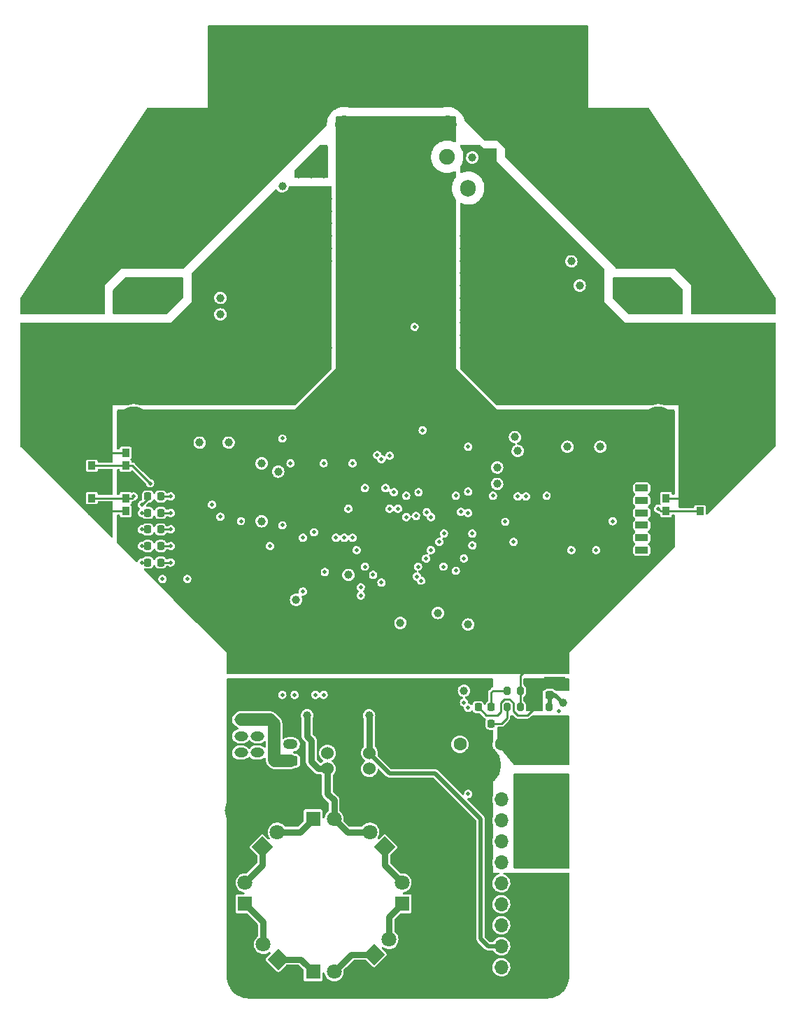
<source format=gbr>
G04 #@! TF.GenerationSoftware,KiCad,Pcbnew,(6.0.8)*
G04 #@! TF.CreationDate,2022-12-10T09:46:59+09:00*
G04 #@! TF.ProjectId,ORION_boost_v3,4f52494f-4e5f-4626-9f6f-73745f76332e,rev?*
G04 #@! TF.SameCoordinates,Original*
G04 #@! TF.FileFunction,Copper,L1,Top*
G04 #@! TF.FilePolarity,Positive*
%FSLAX46Y46*%
G04 Gerber Fmt 4.6, Leading zero omitted, Abs format (unit mm)*
G04 Created by KiCad (PCBNEW (6.0.8)) date 2022-12-10 09:46:59*
%MOMM*%
%LPD*%
G01*
G04 APERTURE LIST*
G04 Aperture macros list*
%AMRoundRect*
0 Rectangle with rounded corners*
0 $1 Rounding radius*
0 $2 $3 $4 $5 $6 $7 $8 $9 X,Y pos of 4 corners*
0 Add a 4 corners polygon primitive as box body*
4,1,4,$2,$3,$4,$5,$6,$7,$8,$9,$2,$3,0*
0 Add four circle primitives for the rounded corners*
1,1,$1+$1,$2,$3*
1,1,$1+$1,$4,$5*
1,1,$1+$1,$6,$7*
1,1,$1+$1,$8,$9*
0 Add four rect primitives between the rounded corners*
20,1,$1+$1,$2,$3,$4,$5,0*
20,1,$1+$1,$4,$5,$6,$7,0*
20,1,$1+$1,$6,$7,$8,$9,0*
20,1,$1+$1,$8,$9,$2,$3,0*%
%AMRotRect*
0 Rectangle, with rotation*
0 The origin of the aperture is its center*
0 $1 length*
0 $2 width*
0 $3 Rotation angle, in degrees counterclockwise*
0 Add horizontal line*
21,1,$1,$2,0,0,$3*%
G04 Aperture macros list end*
G04 #@! TA.AperFunction,SMDPad,CuDef*
%ADD10RoundRect,0.218750X0.218750X0.256250X-0.218750X0.256250X-0.218750X-0.256250X0.218750X-0.256250X0*%
G04 #@! TD*
G04 #@! TA.AperFunction,SMDPad,CuDef*
%ADD11RoundRect,0.237500X-0.287500X-0.237500X0.287500X-0.237500X0.287500X0.237500X-0.287500X0.237500X0*%
G04 #@! TD*
G04 #@! TA.AperFunction,ComponentPad*
%ADD12O,2.800000X2.460000*%
G04 #@! TD*
G04 #@! TA.AperFunction,ComponentPad*
%ADD13R,3.800000X3.800000*%
G04 #@! TD*
G04 #@! TA.AperFunction,ComponentPad*
%ADD14C,3.800000*%
G04 #@! TD*
G04 #@! TA.AperFunction,SMDPad,CuDef*
%ADD15RoundRect,0.200000X-0.200000X-0.275000X0.200000X-0.275000X0.200000X0.275000X-0.200000X0.275000X0*%
G04 #@! TD*
G04 #@! TA.AperFunction,ComponentPad*
%ADD16RoundRect,0.250000X0.625000X-0.350000X0.625000X0.350000X-0.625000X0.350000X-0.625000X-0.350000X0*%
G04 #@! TD*
G04 #@! TA.AperFunction,ComponentPad*
%ADD17O,1.750000X1.200000*%
G04 #@! TD*
G04 #@! TA.AperFunction,ComponentPad*
%ADD18C,1.524000*%
G04 #@! TD*
G04 #@! TA.AperFunction,SMDPad,CuDef*
%ADD19RoundRect,0.218750X-0.218750X-0.256250X0.218750X-0.256250X0.218750X0.256250X-0.218750X0.256250X0*%
G04 #@! TD*
G04 #@! TA.AperFunction,SMDPad,CuDef*
%ADD20RoundRect,0.200000X0.200000X0.275000X-0.200000X0.275000X-0.200000X-0.275000X0.200000X-0.275000X0*%
G04 #@! TD*
G04 #@! TA.AperFunction,ComponentPad*
%ADD21RoundRect,0.250000X-0.575000X0.350000X-0.575000X-0.350000X0.575000X-0.350000X0.575000X0.350000X0*%
G04 #@! TD*
G04 #@! TA.AperFunction,ComponentPad*
%ADD22O,1.650000X1.200000*%
G04 #@! TD*
G04 #@! TA.AperFunction,SMDPad,CuDef*
%ADD23RoundRect,0.250000X1.075000X-0.375000X1.075000X0.375000X-1.075000X0.375000X-1.075000X-0.375000X0*%
G04 #@! TD*
G04 #@! TA.AperFunction,ComponentPad*
%ADD24R,1.700000X1.700000*%
G04 #@! TD*
G04 #@! TA.AperFunction,ComponentPad*
%ADD25O,1.700000X1.700000*%
G04 #@! TD*
G04 #@! TA.AperFunction,SMDPad,CuDef*
%ADD26R,0.900000X1.000000*%
G04 #@! TD*
G04 #@! TA.AperFunction,SMDPad,CuDef*
%ADD27R,5.800000X6.400000*%
G04 #@! TD*
G04 #@! TA.AperFunction,SMDPad,CuDef*
%ADD28R,1.200000X2.200000*%
G04 #@! TD*
G04 #@! TA.AperFunction,ComponentPad*
%ADD29RoundRect,0.500000X-0.500000X2.000000X-0.500000X-2.000000X0.500000X-2.000000X0.500000X2.000000X0*%
G04 #@! TD*
G04 #@! TA.AperFunction,ComponentPad*
%ADD30RoundRect,0.250000X1.150000X-0.980000X1.150000X0.980000X-1.150000X0.980000X-1.150000X-0.980000X0*%
G04 #@! TD*
G04 #@! TA.AperFunction,ComponentPad*
%ADD31C,5.000000*%
G04 #@! TD*
G04 #@! TA.AperFunction,ComponentPad*
%ADD32RoundRect,0.225000X0.575000X-0.225000X0.575000X0.225000X-0.575000X0.225000X-0.575000X-0.225000X0*%
G04 #@! TD*
G04 #@! TA.AperFunction,ComponentPad*
%ADD33R,1.600000X1.600000*%
G04 #@! TD*
G04 #@! TA.AperFunction,ComponentPad*
%ADD34C,1.600000*%
G04 #@! TD*
G04 #@! TA.AperFunction,ComponentPad*
%ADD35RoundRect,0.250000X0.980000X1.150000X-0.980000X1.150000X-0.980000X-1.150000X0.980000X-1.150000X0*%
G04 #@! TD*
G04 #@! TA.AperFunction,ComponentPad*
%ADD36O,2.460000X2.800000*%
G04 #@! TD*
G04 #@! TA.AperFunction,ComponentPad*
%ADD37RotRect,1.800000X1.800000X45.000000*%
G04 #@! TD*
G04 #@! TA.AperFunction,ComponentPad*
%ADD38C,1.800000*%
G04 #@! TD*
G04 #@! TA.AperFunction,ComponentPad*
%ADD39RotRect,1.800000X1.800000X135.000000*%
G04 #@! TD*
G04 #@! TA.AperFunction,ComponentPad*
%ADD40C,2.200000*%
G04 #@! TD*
G04 #@! TA.AperFunction,ComponentPad*
%ADD41R,1.800000X1.800000*%
G04 #@! TD*
G04 #@! TA.AperFunction,ComponentPad*
%ADD42R,1.905000X2.000000*%
G04 #@! TD*
G04 #@! TA.AperFunction,ComponentPad*
%ADD43O,1.905000X2.000000*%
G04 #@! TD*
G04 #@! TA.AperFunction,ComponentPad*
%ADD44C,1.905000*%
G04 #@! TD*
G04 #@! TA.AperFunction,ViaPad*
%ADD45C,1.000000*%
G04 #@! TD*
G04 #@! TA.AperFunction,ViaPad*
%ADD46C,0.500000*%
G04 #@! TD*
G04 #@! TA.AperFunction,ViaPad*
%ADD47C,4.000000*%
G04 #@! TD*
G04 #@! TA.AperFunction,Conductor*
%ADD48C,0.800000*%
G04 #@! TD*
G04 #@! TA.AperFunction,Conductor*
%ADD49C,0.500000*%
G04 #@! TD*
G04 #@! TA.AperFunction,Conductor*
%ADD50C,0.250000*%
G04 #@! TD*
G04 #@! TA.AperFunction,Conductor*
%ADD51C,1.500000*%
G04 #@! TD*
G04 APERTURE END LIST*
D10*
X96287500Y-106000000D03*
X94712500Y-106000000D03*
D11*
X141625000Y-122000000D03*
X143375000Y-122000000D03*
D12*
X165450000Y-78480000D03*
X165450000Y-74520000D03*
D13*
X88000000Y-89000000D03*
D14*
X93000000Y-89000000D03*
D15*
X138175000Y-123500000D03*
X139825000Y-123500000D03*
D16*
X112000000Y-130000000D03*
D17*
X112000000Y-128000000D03*
D10*
X136287500Y-123500000D03*
X134712500Y-123500000D03*
D18*
X121540000Y-130951000D03*
X119000000Y-130951000D03*
X116460000Y-130951000D03*
D19*
X134712500Y-125500000D03*
X136287500Y-125500000D03*
D20*
X143325000Y-123500000D03*
X141675000Y-123500000D03*
D21*
X108000000Y-123000000D03*
D22*
X106000000Y-123000000D03*
X108000000Y-125000000D03*
X106000000Y-125000000D03*
X108000000Y-127000000D03*
X106000000Y-127000000D03*
X108000000Y-129000000D03*
X106000000Y-129000000D03*
D23*
X144000000Y-120400000D03*
X144000000Y-117600000D03*
D24*
X137500000Y-157500000D03*
D25*
X137500000Y-154960000D03*
X137500000Y-152420000D03*
X137500000Y-149880000D03*
X137500000Y-147340000D03*
X137500000Y-144800000D03*
X137500000Y-142260000D03*
X137500000Y-139720000D03*
X137500000Y-137180000D03*
X137500000Y-134640000D03*
D26*
X92050000Y-98200000D03*
X87950000Y-98200000D03*
X92050000Y-99800000D03*
X87950000Y-99800000D03*
D27*
X154500000Y-66900000D03*
D28*
X152220000Y-73200000D03*
X156780000Y-73200000D03*
D10*
X96287500Y-100000000D03*
X94712500Y-100000000D03*
X96287500Y-104000000D03*
X94712500Y-104000000D03*
D29*
X142500000Y-127250000D03*
X142500000Y-134750000D03*
D30*
X84550000Y-78480000D03*
D12*
X84550000Y-74520000D03*
D18*
X116460000Y-129049000D03*
X119000000Y-129049000D03*
X121540000Y-129049000D03*
D10*
X96287500Y-102000000D03*
X94712500Y-102000000D03*
D15*
X138175000Y-121500000D03*
X139825000Y-121500000D03*
D27*
X95500000Y-66900000D03*
D28*
X93220000Y-73200000D03*
X97780000Y-73200000D03*
D13*
X161500000Y-89000000D03*
D14*
X156500000Y-89000000D03*
D10*
X96287500Y-98000000D03*
X94712500Y-98000000D03*
D31*
X142500000Y-140000000D03*
D32*
X154500000Y-104500000D03*
X154500000Y-103000000D03*
X154500000Y-101500000D03*
X154500000Y-100000000D03*
X154500000Y-98500000D03*
X154500000Y-97000000D03*
D26*
X87950000Y-94300000D03*
X92050000Y-94300000D03*
X92050000Y-92700000D03*
X87950000Y-92700000D03*
D31*
X135000000Y-130500000D03*
D26*
X157450000Y-99800000D03*
X161550000Y-99800000D03*
X157450000Y-98200000D03*
X161550000Y-98200000D03*
D33*
X92402651Y-96000000D03*
D34*
X87402651Y-96000000D03*
D33*
X157597349Y-96000000D03*
D34*
X162597349Y-96000000D03*
D35*
X91980000Y-74450000D03*
D36*
X88020000Y-74450000D03*
D37*
X108598439Y-140401561D03*
D38*
X110394490Y-138605510D03*
D39*
X123401561Y-140401561D03*
D38*
X121605510Y-138605510D03*
D40*
X146000000Y-53000000D03*
X131000000Y-53000000D03*
D34*
X132500000Y-128000000D03*
X137500000Y-128000000D03*
D41*
X106500000Y-147275000D03*
D38*
X106500000Y-144735000D03*
D41*
X114725000Y-155500000D03*
D38*
X117265000Y-155500000D03*
D39*
X110500000Y-154000000D03*
D38*
X108703949Y-152203949D03*
D42*
X136040000Y-56907500D03*
D43*
X133500000Y-60717500D03*
D44*
X130960000Y-56907500D03*
D41*
X125500000Y-147275000D03*
D38*
X125500000Y-144735000D03*
D35*
X161980000Y-74450000D03*
D36*
X158020000Y-74450000D03*
D37*
X122098439Y-153401561D03*
D38*
X123894490Y-151605510D03*
D41*
X114725000Y-137000000D03*
D38*
X117265000Y-137000000D03*
D40*
X103500000Y-53000000D03*
X118500000Y-53000000D03*
D45*
X116500000Y-51000000D03*
X133500000Y-51000000D03*
X82500000Y-75500000D03*
X82500000Y-74000000D03*
X167500000Y-75500000D03*
X167500000Y-74000000D03*
X113000000Y-59000000D03*
X97500000Y-72500000D03*
X97500000Y-74000000D03*
X96000000Y-75500000D03*
X96000000Y-74000000D03*
X96000000Y-72500000D03*
X152500000Y-72500000D03*
X152500000Y-74000000D03*
X154000000Y-75500000D03*
X154000000Y-74000000D03*
X154000000Y-72500000D03*
D46*
X111000000Y-122000000D03*
X112500000Y-122000000D03*
X115000000Y-122000000D03*
X116000000Y-122000000D03*
D45*
X125300000Y-113300000D03*
X114500000Y-59000000D03*
X114500000Y-57500000D03*
X87500000Y-85000000D03*
X143500000Y-80000000D03*
X136000000Y-72500000D03*
X145000000Y-77000000D03*
X136000000Y-69500000D03*
X115000000Y-65000000D03*
X113500000Y-80000000D03*
X143500000Y-75500000D03*
X158500000Y-83500000D03*
X96500000Y-85000000D03*
X116500000Y-66500000D03*
X140500000Y-75500000D03*
X93000000Y-80500000D03*
D47*
X128000000Y-151000000D03*
D45*
X149500000Y-77500000D03*
D46*
X149000000Y-104500000D03*
X146000000Y-104500000D03*
D45*
X91500000Y-77500000D03*
X112000000Y-68000000D03*
X155500000Y-83500000D03*
X161500000Y-80500000D03*
X99500000Y-85000000D03*
X112000000Y-86500000D03*
X106000000Y-66000000D03*
X98000000Y-83500000D03*
X87500000Y-83500000D03*
D46*
X113500000Y-103000000D03*
D45*
X133000000Y-74000000D03*
X115000000Y-66500000D03*
X133000000Y-66500000D03*
X110500000Y-71000000D03*
X160000000Y-83500000D03*
X80500000Y-82000000D03*
X137500000Y-74000000D03*
X142000000Y-74000000D03*
X115000000Y-68000000D03*
X168000000Y-80500000D03*
X155500000Y-79000000D03*
X134500000Y-80000000D03*
X96500000Y-86500000D03*
X160000000Y-85000000D03*
X140500000Y-80000000D03*
X113500000Y-85000000D03*
X157000000Y-83500000D03*
X149500000Y-85000000D03*
X110500000Y-83500000D03*
X107500000Y-69500000D03*
X90500000Y-83500000D03*
X139000000Y-63500000D03*
X139000000Y-65000000D03*
X163000000Y-80500000D03*
X142000000Y-75500000D03*
D47*
X97500000Y-79000000D03*
D45*
X155500000Y-77500000D03*
X161500000Y-85000000D03*
X86000000Y-83500000D03*
X86000000Y-85000000D03*
X107500000Y-68000000D03*
X113500000Y-83500000D03*
X166000000Y-83500000D03*
X143500000Y-83500000D03*
X108000000Y-83500000D03*
X140500000Y-71000000D03*
X151000000Y-85000000D03*
X115000000Y-83500000D03*
X115000000Y-80000000D03*
X102500000Y-85000000D03*
X126500000Y-133000000D03*
X109000000Y-63000000D03*
X140500000Y-85000000D03*
X143500000Y-78500000D03*
X148000000Y-85000000D03*
D46*
X116156233Y-107156233D03*
D45*
X106000000Y-80000000D03*
X134500000Y-77000000D03*
X160000000Y-77500000D03*
X140500000Y-65000000D03*
X137500000Y-59000000D03*
X94500000Y-80500000D03*
X140500000Y-68000000D03*
X140500000Y-86500000D03*
X168000000Y-77500000D03*
X143500000Y-74000000D03*
X101000000Y-86500000D03*
X136000000Y-83500000D03*
X90000000Y-80500000D03*
X113500000Y-63500000D03*
X88500000Y-79000000D03*
X87000000Y-77500000D03*
X80500000Y-77500000D03*
X113500000Y-65000000D03*
X134500000Y-74000000D03*
X133000000Y-78500000D03*
X143500000Y-65000000D03*
X137500000Y-65000000D03*
X145000000Y-85000000D03*
X107500000Y-75500000D03*
D47*
X82000000Y-86000000D03*
D45*
X89000000Y-85000000D03*
X90000000Y-79000000D03*
X134500000Y-71000000D03*
X93500000Y-85000000D03*
X110500000Y-72500000D03*
X129825500Y-112100000D03*
X137500000Y-78500000D03*
X108000000Y-64000000D03*
X133000000Y-80000000D03*
X136000000Y-68000000D03*
D47*
X82000000Y-91000000D03*
D45*
X106500000Y-85000000D03*
X100500000Y-79000000D03*
X137000000Y-61000000D03*
X110000000Y-62000000D03*
X91500000Y-79000000D03*
X143500000Y-72500000D03*
X140500000Y-77000000D03*
X139000000Y-69500000D03*
D46*
X99500000Y-108000000D03*
D45*
X137000000Y-62500000D03*
X112000000Y-65000000D03*
X107000000Y-65000000D03*
X110500000Y-77000000D03*
X107500000Y-72500000D03*
X136000000Y-85000000D03*
X142000000Y-68000000D03*
X102500000Y-83500000D03*
X116500000Y-69500000D03*
X136000000Y-74000000D03*
X154000000Y-86500000D03*
X157000000Y-85000000D03*
D46*
X116000000Y-94000000D03*
D45*
X91500000Y-80500000D03*
X93000000Y-79000000D03*
X139000000Y-74000000D03*
X139000000Y-75500000D03*
X89000000Y-83500000D03*
X94500000Y-79000000D03*
X161500000Y-77500000D03*
X87000000Y-79000000D03*
X107500000Y-80000000D03*
X139000000Y-85000000D03*
X107500000Y-74000000D03*
X140500000Y-66500000D03*
X140500000Y-83500000D03*
X82000000Y-80500000D03*
X139000000Y-71000000D03*
X155500000Y-80500000D03*
X134500000Y-66500000D03*
X143500000Y-77000000D03*
X158500000Y-79000000D03*
X152500000Y-83500000D03*
X143500000Y-68000000D03*
X94500000Y-77500000D03*
X144500000Y-66000000D03*
X134500000Y-83500000D03*
X133500000Y-113500000D03*
X168000000Y-82000000D03*
X137500000Y-77000000D03*
X164500000Y-85000000D03*
X106000000Y-68000000D03*
X108000000Y-85000000D03*
X113500000Y-66500000D03*
X145000000Y-83500000D03*
D46*
X120000000Y-104500000D03*
D45*
X113500000Y-68000000D03*
X157000000Y-79000000D03*
X115000000Y-69500000D03*
D47*
X106000000Y-136000000D03*
D45*
X110500000Y-74000000D03*
D47*
X152500000Y-79000000D03*
D45*
X140500000Y-74000000D03*
X149500000Y-80500000D03*
X108000000Y-86500000D03*
X106000000Y-74000000D03*
D47*
X168000000Y-91000000D03*
D45*
X140500000Y-78500000D03*
D47*
X128000000Y-136000000D03*
D45*
X133000000Y-69500000D03*
X100500000Y-77500000D03*
D46*
X119000000Y-99500000D03*
D45*
X155500000Y-86500000D03*
X141500000Y-63000000D03*
X140500000Y-69500000D03*
X102000000Y-79000000D03*
X142000000Y-86500000D03*
X112000000Y-85000000D03*
X110500000Y-66500000D03*
X88500000Y-80500000D03*
X137500000Y-68000000D03*
X157000000Y-80500000D03*
X154000000Y-83500000D03*
X134500000Y-78500000D03*
X139000000Y-66500000D03*
D47*
X107000000Y-156000000D03*
D45*
X116500000Y-68000000D03*
X107500000Y-78500000D03*
X113500000Y-62000000D03*
X106000000Y-77000000D03*
D46*
X111000000Y-101500000D03*
D45*
X140500000Y-62000000D03*
X163000000Y-77500000D03*
X137500000Y-71000000D03*
X133000000Y-71000000D03*
X136000000Y-65000000D03*
X139000000Y-80000000D03*
X112000000Y-69500000D03*
X112000000Y-80000000D03*
X142000000Y-80000000D03*
X102500000Y-86500000D03*
X106000000Y-75500000D03*
X152500000Y-86500000D03*
X112000000Y-83500000D03*
X139000000Y-77000000D03*
X136000000Y-78500000D03*
X161500000Y-83500000D03*
X137500000Y-75500000D03*
X106000000Y-78500000D03*
X119000000Y-123000000D03*
X151000000Y-83500000D03*
X145000000Y-78500000D03*
X134500000Y-75500000D03*
X148000000Y-83500000D03*
X136000000Y-75500000D03*
X134500000Y-69500000D03*
X115000000Y-62000000D03*
X92000000Y-85000000D03*
X136000000Y-80000000D03*
D46*
X139000000Y-103500000D03*
D45*
X151000000Y-86500000D03*
D46*
X112000000Y-94000000D03*
D45*
X102000000Y-77500000D03*
X107500000Y-66500000D03*
X145000000Y-80000000D03*
X137500000Y-66500000D03*
X106000000Y-72500000D03*
X110500000Y-69500000D03*
X116500000Y-80000000D03*
X140500000Y-72500000D03*
X106500000Y-83500000D03*
X138500000Y-60000000D03*
X136000000Y-66500000D03*
X110500000Y-85000000D03*
X136000000Y-77000000D03*
X82000000Y-79000000D03*
D46*
X125000000Y-99500000D03*
D45*
X160000000Y-79000000D03*
X92000000Y-83500000D03*
X163000000Y-83500000D03*
X161500000Y-79000000D03*
X169500000Y-77500000D03*
X90500000Y-85000000D03*
X82000000Y-77500000D03*
X155500000Y-85000000D03*
X133000000Y-75500000D03*
X149500000Y-86500000D03*
X163000000Y-79000000D03*
X142000000Y-83500000D03*
X149500000Y-83500000D03*
X137500000Y-80000000D03*
X88500000Y-77500000D03*
X139500000Y-61000000D03*
X148000000Y-80500000D03*
X102000000Y-80500000D03*
X99500000Y-83500000D03*
X142000000Y-72500000D03*
X163000000Y-85000000D03*
X93500000Y-83500000D03*
X134500000Y-68000000D03*
X142000000Y-66500000D03*
X168000000Y-79000000D03*
X93000000Y-77500000D03*
X145000000Y-86500000D03*
D46*
X102500000Y-99000000D03*
D45*
X149500000Y-79000000D03*
X169500000Y-79000000D03*
X148000000Y-86500000D03*
X107500000Y-77000000D03*
X137500000Y-86500000D03*
X139000000Y-72500000D03*
X133000000Y-68000000D03*
X110500000Y-63500000D03*
X137500000Y-72500000D03*
X98000000Y-85000000D03*
X98000000Y-86500000D03*
X139000000Y-86500000D03*
X148000000Y-77500000D03*
X142000000Y-78500000D03*
X95000000Y-86500000D03*
X106500000Y-86500000D03*
X157000000Y-77500000D03*
X137500000Y-83500000D03*
X110500000Y-75500000D03*
X116500000Y-63500000D03*
X142000000Y-77000000D03*
X110500000Y-80000000D03*
X169500000Y-80500000D03*
X143500000Y-85000000D03*
X80500000Y-80500000D03*
D47*
X168000000Y-86000000D03*
D45*
X139000000Y-78500000D03*
D46*
X96500000Y-108000000D03*
D45*
X109000000Y-65000000D03*
X100500000Y-80500000D03*
X143500000Y-86500000D03*
X134500000Y-72500000D03*
X139000000Y-68000000D03*
X82000000Y-82000000D03*
X113500000Y-69500000D03*
X137500000Y-85000000D03*
X107500000Y-71000000D03*
X96500000Y-83500000D03*
X115000000Y-63500000D03*
X80500000Y-79000000D03*
D46*
X131900500Y-140500000D03*
D45*
X142000000Y-69500000D03*
D47*
X143000000Y-156000000D03*
D45*
X143500000Y-71000000D03*
X101000000Y-85000000D03*
X148000000Y-79000000D03*
X164500000Y-83500000D03*
X142000000Y-85000000D03*
X154000000Y-85000000D03*
X101000000Y-83500000D03*
D46*
X127189363Y-100376896D03*
D45*
X87000000Y-80500000D03*
X142000000Y-71000000D03*
X133000000Y-72500000D03*
X139000000Y-83500000D03*
X160000000Y-80500000D03*
X110500000Y-86500000D03*
X158500000Y-85000000D03*
X119000000Y-124500000D03*
X116500000Y-65000000D03*
X112000000Y-66500000D03*
X95000000Y-83500000D03*
X169500000Y-82000000D03*
X136000000Y-71000000D03*
X143500000Y-69500000D03*
D47*
X126000000Y-156000000D03*
D45*
X133000000Y-77000000D03*
X116500000Y-62000000D03*
X158500000Y-77500000D03*
X142500000Y-64000000D03*
X95000000Y-85000000D03*
X90000000Y-77500000D03*
X110500000Y-78500000D03*
X110500000Y-68000000D03*
X137500000Y-69500000D03*
X84500000Y-83500000D03*
D46*
X126000000Y-100500000D03*
D45*
X152500000Y-85000000D03*
X158500000Y-80500000D03*
X99500000Y-86500000D03*
D46*
X134000000Y-103925500D03*
D45*
X121500000Y-124500000D03*
D46*
X113500000Y-109500000D03*
X94000000Y-104000000D03*
X151000000Y-101000000D03*
D45*
X119000000Y-107500000D03*
D46*
X138000000Y-101074500D03*
D45*
X107500000Y-48000000D03*
X164500000Y-72500000D03*
X124000000Y-43500000D03*
X133500000Y-49500000D03*
X133500000Y-48000000D03*
X110500000Y-52500000D03*
X166000000Y-72500000D03*
X92000000Y-60000000D03*
X90500000Y-64500000D03*
X145500000Y-49500000D03*
X115000000Y-52500000D03*
X121000000Y-48000000D03*
X116500000Y-42000000D03*
X81000000Y-72500000D03*
X104500000Y-46500000D03*
X113500000Y-45000000D03*
X138000000Y-54000000D03*
X147000000Y-42000000D03*
X169000000Y-72500000D03*
X93500000Y-55500000D03*
X112000000Y-49500000D03*
X113500000Y-48000000D03*
X129000000Y-42000000D03*
X139500000Y-54000000D03*
X156500000Y-60000000D03*
X160500000Y-68500000D03*
X135000000Y-43500000D03*
X103000000Y-42000000D03*
X130500000Y-46500000D03*
X104500000Y-49500000D03*
X104500000Y-45000000D03*
X121000000Y-46500000D03*
X109000000Y-48000000D03*
X110500000Y-48000000D03*
X159500000Y-60000000D03*
X110500000Y-46500000D03*
X124000000Y-45000000D03*
X103000000Y-49500000D03*
X158000000Y-60000000D03*
X145500000Y-45000000D03*
X115000000Y-49500000D03*
X158500000Y-66500000D03*
X144000000Y-54000000D03*
X142500000Y-46500000D03*
X169000000Y-74000000D03*
X139500000Y-48000000D03*
X113500000Y-42000000D03*
X130500000Y-45000000D03*
X144000000Y-48000000D03*
X90500000Y-60000000D03*
X119500000Y-46500000D03*
X130500000Y-43500000D03*
X90500000Y-61500000D03*
X139500000Y-45000000D03*
X138000000Y-46500000D03*
X142500000Y-49500000D03*
X118000000Y-45000000D03*
X159500000Y-67500000D03*
X110500000Y-49500000D03*
X126000000Y-45000000D03*
X142500000Y-42000000D03*
X141000000Y-42000000D03*
X92000000Y-61500000D03*
X109000000Y-54000000D03*
X138000000Y-45000000D03*
X136500000Y-54000000D03*
X133500000Y-45000000D03*
X109000000Y-43500000D03*
X121000000Y-43500000D03*
X127500000Y-42000000D03*
X145500000Y-46500000D03*
X115000000Y-43500000D03*
X119500000Y-45000000D03*
X135000000Y-46500000D03*
X159500000Y-64500000D03*
X103000000Y-48000000D03*
X119500000Y-43500000D03*
X158000000Y-61500000D03*
X106000000Y-42000000D03*
X161500000Y-72500000D03*
X92000000Y-57000000D03*
X110500000Y-51000000D03*
X115000000Y-45000000D03*
X81000000Y-74000000D03*
X106000000Y-45000000D03*
X106000000Y-46500000D03*
X107500000Y-43500000D03*
X107500000Y-51000000D03*
X142500000Y-48000000D03*
X132000000Y-48000000D03*
X139500000Y-49500000D03*
X107500000Y-54000000D03*
X116500000Y-48000000D03*
X158000000Y-63000000D03*
D47*
X152500000Y-53000000D03*
D45*
X132000000Y-46500000D03*
X132000000Y-43500000D03*
X142500000Y-54000000D03*
X112000000Y-52500000D03*
X141000000Y-43500000D03*
X93500000Y-54000000D03*
X109000000Y-45000000D03*
X103000000Y-45000000D03*
X81000000Y-75500000D03*
X141000000Y-51000000D03*
X106000000Y-54000000D03*
X88500000Y-69500000D03*
X113500000Y-43500000D03*
X159500000Y-63000000D03*
X109000000Y-49500000D03*
X110500000Y-54000000D03*
X139500000Y-43500000D03*
X138000000Y-43500000D03*
X133500000Y-46500000D03*
X116500000Y-43500000D03*
X144000000Y-42000000D03*
X127500000Y-45000000D03*
X93500000Y-64500000D03*
X92000000Y-63000000D03*
X121000000Y-49500000D03*
X141000000Y-54000000D03*
X136500000Y-46500000D03*
X129000000Y-49500000D03*
X122500000Y-43500000D03*
X141000000Y-49500000D03*
X132000000Y-42000000D03*
X147000000Y-43500000D03*
X136500000Y-51000000D03*
X92000000Y-58500000D03*
X106000000Y-51000000D03*
X90500000Y-63000000D03*
X115000000Y-51000000D03*
D47*
X97500000Y-53000000D03*
D45*
X110500000Y-45000000D03*
X142500000Y-43500000D03*
X116500000Y-49500000D03*
X135000000Y-52500000D03*
X122500000Y-42000000D03*
X156500000Y-61500000D03*
X147000000Y-45000000D03*
X144000000Y-43500000D03*
X142500000Y-52500000D03*
X135000000Y-45000000D03*
X107500000Y-49500000D03*
X106000000Y-43500000D03*
X118000000Y-48000000D03*
X88500000Y-72500000D03*
X107500000Y-45000000D03*
X129000000Y-46500000D03*
X104500000Y-43500000D03*
X163000000Y-72500000D03*
X115000000Y-48000000D03*
X113500000Y-51000000D03*
X112000000Y-54000000D03*
X144000000Y-46500000D03*
X161500000Y-69500000D03*
X144000000Y-45000000D03*
X130500000Y-48000000D03*
X129000000Y-43500000D03*
X118000000Y-42000000D03*
X93500000Y-61500000D03*
X112000000Y-48000000D03*
X109000000Y-52500000D03*
X103000000Y-46500000D03*
X107500000Y-42000000D03*
X82500000Y-72500000D03*
X158000000Y-58500000D03*
X104500000Y-48000000D03*
X156500000Y-55500000D03*
X156500000Y-57000000D03*
X144000000Y-52500000D03*
X115000000Y-46500000D03*
X133500000Y-42000000D03*
X139500000Y-52500000D03*
X107500000Y-52500000D03*
X126000000Y-43500000D03*
X145500000Y-48000000D03*
X93500000Y-58500000D03*
X135000000Y-48000000D03*
X113500000Y-49500000D03*
X89500000Y-68500000D03*
X103000000Y-43500000D03*
X130500000Y-42000000D03*
X138000000Y-49500000D03*
X130500000Y-49500000D03*
X116500000Y-45000000D03*
X109000000Y-46500000D03*
X147000000Y-49500000D03*
X107500000Y-46500000D03*
X119500000Y-42000000D03*
X139500000Y-46500000D03*
X93500000Y-63000000D03*
X109000000Y-42000000D03*
X136500000Y-49500000D03*
X158000000Y-57000000D03*
X93500000Y-60000000D03*
X113500000Y-52500000D03*
X119500000Y-48000000D03*
X124000000Y-42000000D03*
X110500000Y-43500000D03*
X144000000Y-51000000D03*
X119500000Y-49500000D03*
X106000000Y-49500000D03*
X156500000Y-54000000D03*
X112000000Y-42000000D03*
X109000000Y-51000000D03*
X139500000Y-42000000D03*
X136500000Y-48000000D03*
X135000000Y-42000000D03*
X106000000Y-52500000D03*
X121000000Y-45000000D03*
X138000000Y-52500000D03*
X129000000Y-48000000D03*
X121000000Y-42000000D03*
X135000000Y-51000000D03*
X104500000Y-42000000D03*
X142500000Y-51000000D03*
X156500000Y-58500000D03*
X118000000Y-49500000D03*
X141000000Y-46500000D03*
X118000000Y-43500000D03*
X167500000Y-72500000D03*
X112000000Y-51000000D03*
X136500000Y-52500000D03*
X169000000Y-75500000D03*
X91500000Y-66500000D03*
X106000000Y-48000000D03*
X147000000Y-48000000D03*
X144000000Y-49500000D03*
X115000000Y-42000000D03*
X116500000Y-46500000D03*
X141000000Y-45000000D03*
X145500000Y-43500000D03*
X90500000Y-67500000D03*
X126000000Y-42000000D03*
X129000000Y-45000000D03*
X159500000Y-61500000D03*
X132000000Y-45000000D03*
X156500000Y-63000000D03*
X132000000Y-49500000D03*
X127500000Y-43500000D03*
X136500000Y-45000000D03*
X112000000Y-43500000D03*
X136500000Y-42000000D03*
X110500000Y-42000000D03*
X92500000Y-65500000D03*
X138000000Y-42000000D03*
X112000000Y-45000000D03*
X84000000Y-72500000D03*
X141000000Y-48000000D03*
X156500000Y-64500000D03*
X145500000Y-42000000D03*
X141000000Y-52500000D03*
X142500000Y-45000000D03*
X118000000Y-46500000D03*
X135000000Y-49500000D03*
X133500000Y-43500000D03*
X147000000Y-46500000D03*
X138000000Y-51000000D03*
X138000000Y-48000000D03*
X139500000Y-51000000D03*
X93500000Y-57000000D03*
X85500000Y-72500000D03*
X87000000Y-72500000D03*
X136500000Y-43500000D03*
X113500000Y-54000000D03*
X113500000Y-46500000D03*
X161500000Y-71000000D03*
X122500000Y-45000000D03*
X112000000Y-46500000D03*
X157500000Y-65500000D03*
X88500000Y-71000000D03*
X137000000Y-94500000D03*
X110500000Y-95000000D03*
X112675500Y-110500000D03*
X114000000Y-124500000D03*
X137000000Y-96500000D03*
D46*
X94000000Y-106000000D03*
D45*
X108500000Y-101000000D03*
X108500000Y-94000000D03*
X124000000Y-75500000D03*
X122500000Y-74000000D03*
X124000000Y-69500000D03*
X139000000Y-118000000D03*
X148000000Y-110500000D03*
X119500000Y-72500000D03*
X137500000Y-109000000D03*
X119500000Y-71000000D03*
X125500000Y-69500000D03*
X118000000Y-68000000D03*
X137500000Y-115000000D03*
X121000000Y-71000000D03*
X145000000Y-109000000D03*
X140500000Y-109000000D03*
X143500000Y-110500000D03*
X121000000Y-72500000D03*
X148000000Y-113500000D03*
X124000000Y-68000000D03*
X146500000Y-112000000D03*
X137500000Y-113500000D03*
X145000000Y-113500000D03*
X139000000Y-109000000D03*
X122500000Y-66500000D03*
X140500000Y-110500000D03*
X125500000Y-72500000D03*
X140500000Y-113500000D03*
X124000000Y-74000000D03*
X118000000Y-71000000D03*
X146500000Y-109000000D03*
X148000000Y-112000000D03*
X121000000Y-75500000D03*
X142000000Y-113500000D03*
X148000000Y-109000000D03*
X146500000Y-113500000D03*
X121000000Y-65000000D03*
X140500000Y-118000000D03*
X137500000Y-118000000D03*
X140500000Y-115000000D03*
X140500000Y-116500000D03*
X142000000Y-112000000D03*
X122500000Y-68000000D03*
X119500000Y-74000000D03*
X118000000Y-65000000D03*
X118000000Y-75500000D03*
X139000000Y-110500000D03*
X137500000Y-110500000D03*
X151000000Y-109000000D03*
X145000000Y-115000000D03*
X122500000Y-75500000D03*
X146500000Y-110500000D03*
X121000000Y-69500000D03*
X124000000Y-72500000D03*
X149500000Y-112000000D03*
X122500000Y-72500000D03*
X143500000Y-115000000D03*
X152500000Y-109000000D03*
X118000000Y-62000000D03*
X118000000Y-74000000D03*
X125500000Y-75500000D03*
X124000000Y-66500000D03*
X122500000Y-69500000D03*
X119500000Y-66500000D03*
X121000000Y-63500000D03*
X119500000Y-63500000D03*
X125500000Y-71000000D03*
X142000000Y-109000000D03*
X145000000Y-110500000D03*
X125500000Y-68000000D03*
X143500000Y-109000000D03*
X151000000Y-110500000D03*
X143500000Y-113500000D03*
X121000000Y-68000000D03*
X121000000Y-74000000D03*
X142000000Y-118000000D03*
X149500000Y-110500000D03*
X149500000Y-109000000D03*
X143500000Y-112000000D03*
X119500000Y-62000000D03*
X118000000Y-63500000D03*
X137500000Y-116500000D03*
X143500000Y-116500000D03*
X122500000Y-65000000D03*
X119500000Y-65000000D03*
X142000000Y-115000000D03*
X118000000Y-69500000D03*
X145000000Y-116500000D03*
X146500000Y-115000000D03*
X139000000Y-116500000D03*
X145000000Y-112000000D03*
X139000000Y-112000000D03*
X118000000Y-66500000D03*
X121000000Y-66500000D03*
X125500000Y-66500000D03*
X139000000Y-113500000D03*
X139000000Y-115000000D03*
X142000000Y-110500000D03*
X124000000Y-71000000D03*
X125500000Y-74000000D03*
X119500000Y-69500000D03*
X140500000Y-112000000D03*
X142000000Y-116500000D03*
X119500000Y-75500000D03*
X119500000Y-68000000D03*
X118000000Y-72500000D03*
X137500000Y-112000000D03*
X122500000Y-71000000D03*
D46*
X94000000Y-102000000D03*
X119500000Y-103000000D03*
X97500000Y-106000000D03*
X118500000Y-103000000D03*
X94000000Y-100000000D03*
X97500000Y-104000000D03*
X124000000Y-99500000D03*
X156500000Y-99500000D03*
X133500000Y-100000000D03*
X132624000Y-99875500D03*
X128500000Y-99925500D03*
X120500000Y-109000000D03*
X120500000Y-110000000D03*
X129000000Y-100500000D03*
X134000000Y-102500000D03*
X130574500Y-102500000D03*
D45*
X139500000Y-92500000D03*
D46*
X97500000Y-102000000D03*
X97500000Y-100000000D03*
X126000000Y-97925500D03*
X130500000Y-106500000D03*
X132000000Y-107000000D03*
X127500000Y-97500000D03*
D45*
X141000000Y-120500000D03*
X142000000Y-120500000D03*
D46*
X144500000Y-124000000D03*
X133000000Y-122925500D03*
D45*
X143000000Y-120500000D03*
D46*
X144500000Y-125000000D03*
X133500000Y-123574500D03*
X117500000Y-103000000D03*
X94000000Y-99000000D03*
X139500000Y-98000000D03*
X123500000Y-97000000D03*
X121000000Y-97000000D03*
X114843767Y-102343767D03*
X119500000Y-94000000D03*
X106000000Y-101000000D03*
X140500000Y-98000000D03*
X123000000Y-93500000D03*
X124500000Y-97500000D03*
X130000000Y-103500000D03*
X133500000Y-134000000D03*
X124000000Y-93074500D03*
X143000000Y-97925500D03*
X103500000Y-100457371D03*
X122500000Y-93000000D03*
X111000000Y-91000000D03*
D45*
X111000000Y-60500000D03*
D46*
X127000000Y-77500000D03*
X128000000Y-90000000D03*
X133500000Y-92000000D03*
X133500000Y-97425500D03*
X136500000Y-97925500D03*
X133000000Y-105500000D03*
X132000000Y-97925500D03*
X129000000Y-104500000D03*
X127806516Y-108193484D03*
X128399930Y-105525570D03*
X127306516Y-107693484D03*
X127425500Y-106500000D03*
X109500000Y-104000000D03*
X123000000Y-108425500D03*
X95000000Y-96425500D03*
X122000000Y-107500000D03*
X121000000Y-106500000D03*
X93000000Y-98000000D03*
D45*
X101000000Y-91500000D03*
X103500000Y-76000000D03*
X134000000Y-57000000D03*
X139171398Y-90828602D03*
D46*
X97500000Y-98000000D03*
D45*
X145000000Y-123000000D03*
X133000000Y-121500000D03*
X116000000Y-56000000D03*
X116000000Y-57500000D03*
X116000000Y-59000000D03*
X94500000Y-72500000D03*
X94500000Y-74000000D03*
X94500000Y-75500000D03*
X155500000Y-72500000D03*
X155500000Y-75500000D03*
X155500000Y-74000000D03*
X103498268Y-73988969D03*
X104500000Y-91500000D03*
X147000000Y-72500000D03*
X149500000Y-92000000D03*
X145975500Y-69579502D03*
X145500000Y-92000000D03*
D48*
X108703949Y-149478949D02*
X106500000Y-147275000D01*
X108703949Y-152203949D02*
X108703949Y-149478949D01*
D49*
X134500000Y-157500000D02*
X137500000Y-157500000D01*
X134000000Y-157000000D02*
X134500000Y-157500000D01*
D50*
X161550000Y-97047349D02*
X162597349Y-96000000D01*
D51*
X119000000Y-129049000D02*
X119000000Y-124500000D01*
D49*
X131900500Y-140500000D02*
X131900500Y-139599500D01*
D50*
X87950000Y-99800000D02*
X85500000Y-97350000D01*
D51*
X119000000Y-124500000D02*
X119000000Y-123000000D01*
D50*
X134712500Y-127212500D02*
X135000000Y-127500000D01*
D49*
X129500000Y-133000000D02*
X134000000Y-137500000D01*
D48*
X119500000Y-133000000D02*
X126500000Y-133000000D01*
D49*
X126500000Y-133000000D02*
X129500000Y-133000000D01*
D50*
X87950000Y-99800000D02*
X92050000Y-99800000D01*
D49*
X131900500Y-139599500D02*
X134000000Y-137500000D01*
D50*
X85500000Y-91500000D02*
X88000000Y-89000000D01*
X87950000Y-92700000D02*
X86700000Y-92700000D01*
X157450000Y-98200000D02*
X161550000Y-98200000D01*
D49*
X134000000Y-137500000D02*
X134000000Y-157000000D01*
D48*
X119000000Y-132500000D02*
X119500000Y-133000000D01*
D50*
X87950000Y-92700000D02*
X92050000Y-92700000D01*
X86700000Y-92700000D02*
X85500000Y-91500000D01*
X135000000Y-127500000D02*
X135000000Y-130500000D01*
X134712500Y-125500000D02*
X134712500Y-127212500D01*
X161550000Y-98200000D02*
X161550000Y-97047349D01*
D48*
X119000000Y-130951000D02*
X119000000Y-129049000D01*
D50*
X85500000Y-97350000D02*
X85500000Y-91500000D01*
D48*
X119000000Y-130951000D02*
X119000000Y-132500000D01*
D49*
X121540000Y-129049000D02*
X124000000Y-131509000D01*
D48*
X121540000Y-124540000D02*
X121540000Y-129049000D01*
D49*
X135000000Y-151500000D02*
X135920000Y-152420000D01*
X129509000Y-131509000D02*
X135000000Y-137000000D01*
X135920000Y-152420000D02*
X137500000Y-152420000D01*
D50*
X94712500Y-104000000D02*
X94000000Y-104000000D01*
D48*
X121500000Y-124500000D02*
X121540000Y-124540000D01*
D49*
X124000000Y-131509000D02*
X129509000Y-131509000D01*
X135000000Y-137000000D02*
X135000000Y-151500000D01*
D48*
X114000000Y-124500000D02*
X114000000Y-127000000D01*
X118870510Y-138605510D02*
X121605510Y-138605510D01*
X117265000Y-134765000D02*
X116460000Y-133960000D01*
D50*
X94712500Y-106000000D02*
X94000000Y-106000000D01*
D48*
X114000000Y-127000000D02*
X114500000Y-127500000D01*
X114500000Y-130068630D02*
X115382370Y-130951000D01*
X114500000Y-127500000D02*
X114500000Y-130068630D01*
X115382370Y-130951000D02*
X116460000Y-130951000D01*
X117265000Y-137000000D02*
X118870510Y-138605510D01*
X116460000Y-133960000D02*
X116460000Y-130951000D01*
X117265000Y-137000000D02*
X117265000Y-134765000D01*
D50*
X139825000Y-123500000D02*
X139825000Y-121500000D01*
X139825000Y-119675000D02*
X140500000Y-119000000D01*
X144000000Y-118500000D02*
X144000000Y-117600000D01*
X139825000Y-121500000D02*
X139825000Y-119675000D01*
X140500000Y-119000000D02*
X143500000Y-119000000D01*
X143500000Y-119000000D02*
X144000000Y-118500000D01*
X94712500Y-102000000D02*
X94000000Y-102000000D01*
X96287500Y-106000000D02*
X97500000Y-106000000D01*
X94712500Y-100000000D02*
X94000000Y-100000000D01*
X97500000Y-104000000D02*
X96287500Y-104000000D01*
X157450000Y-99800000D02*
X161550000Y-99800000D01*
X156500000Y-99500000D02*
X156800000Y-99800000D01*
X156800000Y-99800000D02*
X157450000Y-99800000D01*
X96287500Y-102000000D02*
X97500000Y-102000000D01*
X96287500Y-100000000D02*
X97500000Y-100000000D01*
D51*
X111950000Y-130000000D02*
X110132969Y-130000000D01*
X110000000Y-129867031D02*
X110000000Y-125500000D01*
X110000000Y-125500000D02*
X109500000Y-125000000D01*
X110132969Y-130000000D02*
X110000000Y-129867031D01*
X109500000Y-125000000D02*
X106000000Y-125000000D01*
D48*
X110500000Y-154000000D02*
X113225000Y-154000000D01*
X113225000Y-154000000D02*
X114725000Y-155500000D01*
D49*
X141625000Y-122000000D02*
X141625000Y-123450000D01*
D50*
X141675000Y-123500000D02*
X140675000Y-124500000D01*
X139500000Y-124500000D02*
X139000000Y-124000000D01*
X137450000Y-124050000D02*
X137000000Y-124500000D01*
X137450000Y-122950000D02*
X137450000Y-124050000D01*
X139000000Y-123000000D02*
X138500000Y-122500000D01*
X139000000Y-124000000D02*
X139000000Y-123000000D01*
X137900000Y-122500000D02*
X137450000Y-122950000D01*
X135712500Y-124500000D02*
X134712500Y-123500000D01*
X138500000Y-122500000D02*
X137900000Y-122500000D01*
D49*
X141625000Y-123450000D02*
X141675000Y-123500000D01*
D50*
X140675000Y-124500000D02*
X139500000Y-124500000D01*
X137000000Y-124500000D02*
X135712500Y-124500000D01*
X136500000Y-121500000D02*
X138175000Y-121500000D01*
X136287500Y-123500000D02*
X136287500Y-121712500D01*
X136287500Y-121712500D02*
X136500000Y-121500000D01*
X94712500Y-98287500D02*
X94000000Y-99000000D01*
X94712500Y-98000000D02*
X94712500Y-98287500D01*
X92874500Y-94300000D02*
X92050000Y-94300000D01*
X92050000Y-94300000D02*
X87950000Y-94300000D01*
X95000000Y-96425500D02*
X92874500Y-94300000D01*
X92050000Y-98200000D02*
X92800000Y-98200000D01*
X87950000Y-98200000D02*
X92050000Y-98200000D01*
X92800000Y-98200000D02*
X93000000Y-98000000D01*
X96287500Y-98000000D02*
X97500000Y-98000000D01*
D48*
X113119490Y-138605510D02*
X114725000Y-137000000D01*
X110394490Y-138605510D02*
X113119490Y-138605510D01*
X106500000Y-144735000D02*
X108598439Y-142636561D01*
X108598439Y-142636561D02*
X108598439Y-140401561D01*
X123401561Y-142636561D02*
X125500000Y-144735000D01*
X123401561Y-140401561D02*
X123401561Y-142636561D01*
X123894490Y-148880510D02*
X123894490Y-151605510D01*
X125500000Y-147275000D02*
X123894490Y-148880510D01*
X117265000Y-155500000D02*
X119363439Y-153401561D01*
X119363439Y-153401561D02*
X122098439Y-153401561D01*
D49*
X143375000Y-122000000D02*
X143375000Y-123450000D01*
X145000000Y-123000000D02*
X144000000Y-122000000D01*
X143375000Y-123450000D02*
X143325000Y-123500000D01*
X144000000Y-122000000D02*
X143375000Y-122000000D01*
D50*
X138175000Y-124825000D02*
X138175000Y-123500000D01*
X137500000Y-125500000D02*
X138175000Y-124825000D01*
X136287500Y-125500000D02*
X137500000Y-125500000D01*
G04 #@! TA.AperFunction,Conductor*
G36*
X155366292Y-51020002D02*
G01*
X155403009Y-51056108D01*
X163073572Y-62561953D01*
X170728338Y-74044102D01*
X170749500Y-74113994D01*
X170749500Y-75874000D01*
X170729498Y-75942121D01*
X170675842Y-75988614D01*
X170623500Y-76000000D01*
X160626000Y-76000000D01*
X160557879Y-75979998D01*
X160511386Y-75926342D01*
X160500000Y-75874000D01*
X160500000Y-72500000D01*
X158500000Y-70500000D01*
X151552190Y-70500000D01*
X151484069Y-70479998D01*
X151463095Y-70463095D01*
X138036905Y-57036905D01*
X138002879Y-56974593D01*
X138000000Y-56947810D01*
X138000000Y-56000000D01*
X137000000Y-55000000D01*
X135552190Y-55000000D01*
X135484069Y-54979998D01*
X135463095Y-54963095D01*
X133079056Y-52579056D01*
X133044769Y-52515512D01*
X133028719Y-52438011D01*
X133027850Y-52433814D01*
X132932248Y-52163842D01*
X132800891Y-51909342D01*
X132787679Y-51890543D01*
X132638673Y-51678529D01*
X132638668Y-51678523D01*
X132636209Y-51675024D01*
X132441251Y-51465224D01*
X132437935Y-51462510D01*
X132437932Y-51462507D01*
X132222941Y-51286539D01*
X132219623Y-51283823D01*
X131975427Y-51134180D01*
X131971491Y-51132452D01*
X131717110Y-51020786D01*
X131717106Y-51020785D01*
X131713182Y-51019062D01*
X131646264Y-51000000D01*
X155298171Y-51000000D01*
X155366292Y-51020002D01*
G37*
G04 #@! TD.AperFunction*
G04 #@! TA.AperFunction,Conductor*
G36*
X131942121Y-52020002D02*
G01*
X131988614Y-52073658D01*
X132000000Y-52126000D01*
X132000000Y-55036432D01*
X131979998Y-55104553D01*
X131926342Y-55151046D01*
X131856068Y-55161150D01*
X131812433Y-55146366D01*
X131797565Y-55138039D01*
X131797557Y-55138035D01*
X131793671Y-55135859D01*
X131789513Y-55134251D01*
X131789508Y-55134248D01*
X131539883Y-55037675D01*
X131539877Y-55037673D01*
X131535728Y-55036068D01*
X131531396Y-55035064D01*
X131531393Y-55035063D01*
X131457870Y-55018021D01*
X131266297Y-54973617D01*
X130990755Y-54949753D01*
X130986320Y-54949997D01*
X130986316Y-54949997D01*
X130883077Y-54955679D01*
X130714599Y-54964950D01*
X130710239Y-54965817D01*
X130710233Y-54965818D01*
X130577375Y-54992245D01*
X130443339Y-55018907D01*
X130182389Y-55110547D01*
X130178438Y-55112600D01*
X130178432Y-55112602D01*
X130060876Y-55173668D01*
X129936954Y-55238040D01*
X129933339Y-55240623D01*
X129933333Y-55240627D01*
X129826978Y-55316630D01*
X129711931Y-55398844D01*
X129708704Y-55401922D01*
X129708702Y-55401924D01*
X129582137Y-55522661D01*
X129511810Y-55589749D01*
X129340585Y-55806947D01*
X129318353Y-55845223D01*
X129203906Y-56042257D01*
X129203903Y-56042263D01*
X129201672Y-56046104D01*
X129200002Y-56050227D01*
X129099515Y-56298316D01*
X129099512Y-56298324D01*
X129097842Y-56302448D01*
X129031167Y-56570865D01*
X129002977Y-56845998D01*
X129003152Y-56850450D01*
X129011014Y-57050546D01*
X129013835Y-57122359D01*
X129063525Y-57394432D01*
X129151054Y-57656790D01*
X129153044Y-57660773D01*
X129153045Y-57660775D01*
X129200169Y-57755083D01*
X129274677Y-57904197D01*
X129277204Y-57907853D01*
X129277205Y-57907855D01*
X129411095Y-58101578D01*
X129431926Y-58131718D01*
X129619664Y-58334813D01*
X129623118Y-58337625D01*
X129830689Y-58506614D01*
X129830693Y-58506617D01*
X129834146Y-58509428D01*
X130071092Y-58652081D01*
X130155499Y-58687823D01*
X130321675Y-58758190D01*
X130321679Y-58758191D01*
X130325773Y-58759925D01*
X130330065Y-58761063D01*
X130330068Y-58761064D01*
X130437031Y-58789424D01*
X130593109Y-58830808D01*
X130597533Y-58831332D01*
X130597535Y-58831332D01*
X130756676Y-58850167D01*
X130867766Y-58863315D01*
X131144263Y-58856799D01*
X131148657Y-58856068D01*
X131148664Y-58856067D01*
X131412681Y-58812123D01*
X131412685Y-58812122D01*
X131417083Y-58811390D01*
X131655093Y-58736117D01*
X131676538Y-58729335D01*
X131676540Y-58729334D01*
X131680784Y-58727992D01*
X131684795Y-58726066D01*
X131684800Y-58726064D01*
X131819458Y-58661402D01*
X131889524Y-58649945D01*
X131954662Y-58678188D01*
X131994189Y-58737163D01*
X132000000Y-58774985D01*
X132000000Y-59374277D01*
X131979998Y-59442398D01*
X131972954Y-59452278D01*
X131880585Y-59569447D01*
X131878348Y-59573299D01*
X131743906Y-59804757D01*
X131743903Y-59804763D01*
X131741672Y-59808604D01*
X131740002Y-59812727D01*
X131639515Y-60060816D01*
X131639512Y-60060824D01*
X131637842Y-60064948D01*
X131571167Y-60333365D01*
X131547000Y-60569234D01*
X131547000Y-60835461D01*
X131561545Y-61040883D01*
X131562483Y-61045238D01*
X131562483Y-61045241D01*
X131609733Y-61264706D01*
X131619756Y-61311262D01*
X131623868Y-61322409D01*
X131697745Y-61522661D01*
X131715482Y-61570741D01*
X131717596Y-61574660D01*
X131717597Y-61574661D01*
X131771265Y-61674125D01*
X131846815Y-61814143D01*
X131947682Y-61950706D01*
X131975351Y-61988167D01*
X131999734Y-62054845D01*
X132000000Y-62063026D01*
X132000000Y-82500000D01*
X137000000Y-87500000D01*
X158374000Y-87500000D01*
X158442121Y-87520002D01*
X158488614Y-87573658D01*
X158500000Y-87626000D01*
X158500000Y-97698500D01*
X158479998Y-97766621D01*
X158426342Y-97813114D01*
X158374000Y-97824500D01*
X158276500Y-97824500D01*
X158208379Y-97804498D01*
X158161886Y-97750842D01*
X158150500Y-97698500D01*
X158150500Y-97675326D01*
X158135966Y-97602260D01*
X158114666Y-97570381D01*
X158094085Y-97539580D01*
X158080601Y-97519399D01*
X157997740Y-97464034D01*
X157924674Y-97449500D01*
X156975326Y-97449500D01*
X156902260Y-97464034D01*
X156819399Y-97519399D01*
X156805915Y-97539580D01*
X156785335Y-97570381D01*
X156764034Y-97602260D01*
X156749500Y-97675326D01*
X156749500Y-98724674D01*
X156764034Y-98797740D01*
X156785688Y-98830148D01*
X156806902Y-98897898D01*
X156788119Y-98966365D01*
X156735303Y-99013809D01*
X156665220Y-99025166D01*
X156644821Y-99020865D01*
X156583344Y-99002480D01*
X156583341Y-99002480D01*
X156574739Y-98999907D01*
X156565763Y-98999852D01*
X156565762Y-98999852D01*
X156505555Y-98999484D01*
X156431376Y-98999031D01*
X156293529Y-99038428D01*
X156172280Y-99114930D01*
X156166338Y-99121658D01*
X156166337Y-99121659D01*
X156143591Y-99147414D01*
X156077377Y-99222388D01*
X156016447Y-99352163D01*
X156008299Y-99404498D01*
X155997887Y-99471371D01*
X155994391Y-99493823D01*
X155995555Y-99502725D01*
X155995555Y-99502728D01*
X156000558Y-99540985D01*
X156012980Y-99635979D01*
X156016597Y-99644199D01*
X156055849Y-99733405D01*
X156070720Y-99767203D01*
X156076497Y-99774076D01*
X156076498Y-99774077D01*
X156157190Y-99870072D01*
X156162970Y-99876948D01*
X156213299Y-99910450D01*
X156274503Y-99951191D01*
X156282313Y-99956390D01*
X156290888Y-99959069D01*
X156410587Y-99996465D01*
X156410590Y-99996465D01*
X156419157Y-99999142D01*
X156428132Y-99999307D01*
X156432630Y-100000035D01*
X156496676Y-100030672D01*
X156505005Y-100040454D01*
X156505770Y-100039758D01*
X156512778Y-100047460D01*
X156518428Y-100056210D01*
X156526606Y-100062657D01*
X156544465Y-100076736D01*
X156548832Y-100080617D01*
X156548898Y-100080539D01*
X156552856Y-100083893D01*
X156556538Y-100087575D01*
X156560769Y-100090598D01*
X156560772Y-100090601D01*
X156563507Y-100092555D01*
X156572052Y-100098661D01*
X156576781Y-100102212D01*
X156616600Y-100133603D01*
X156625149Y-100136605D01*
X156632519Y-100141872D01*
X156642581Y-100144881D01*
X156659604Y-100149972D01*
X156719137Y-100188655D01*
X156748306Y-100253383D01*
X156749500Y-100270689D01*
X156749500Y-100324674D01*
X156764034Y-100397740D01*
X156819399Y-100480601D01*
X156841323Y-100495250D01*
X156866922Y-100512354D01*
X156902260Y-100535966D01*
X156975326Y-100550500D01*
X157924674Y-100550500D01*
X157997740Y-100535966D01*
X158033079Y-100512354D01*
X158058677Y-100495250D01*
X158080601Y-100480601D01*
X158135966Y-100397740D01*
X158150500Y-100324674D01*
X158150500Y-100301500D01*
X158170502Y-100233379D01*
X158224158Y-100186886D01*
X158276500Y-100175500D01*
X158374000Y-100175500D01*
X158442121Y-100195502D01*
X158488614Y-100249158D01*
X158500000Y-100301500D01*
X158500000Y-104093550D01*
X158479998Y-104161671D01*
X158463095Y-104182645D01*
X145849098Y-116796642D01*
X145830005Y-116812312D01*
X145829716Y-116812505D01*
X145829714Y-116812507D01*
X145819399Y-116819399D01*
X145783943Y-116872464D01*
X145764034Y-116902259D01*
X145744592Y-117000000D01*
X145747013Y-117012171D01*
X145747013Y-117012172D01*
X145747079Y-117012504D01*
X145749500Y-117037085D01*
X145749500Y-119374000D01*
X145729498Y-119442121D01*
X145675842Y-119488614D01*
X145623500Y-119500000D01*
X104376500Y-119500000D01*
X104308379Y-119479998D01*
X104261886Y-119426342D01*
X104250500Y-119374000D01*
X104250500Y-117037085D01*
X104252921Y-117012504D01*
X104252987Y-117012172D01*
X104252987Y-117012171D01*
X104255408Y-117000000D01*
X104235966Y-116902259D01*
X104216057Y-116872464D01*
X104180601Y-116819399D01*
X104170286Y-116812507D01*
X104170284Y-116812505D01*
X104169995Y-116812312D01*
X104150902Y-116796642D01*
X100643715Y-113289455D01*
X124544825Y-113289455D01*
X124545512Y-113296462D01*
X124545512Y-113296465D01*
X124549063Y-113332676D01*
X124561255Y-113457025D01*
X124614402Y-113616791D01*
X124618049Y-113622813D01*
X124618050Y-113622815D01*
X124638769Y-113657025D01*
X124701624Y-113760812D01*
X124706513Y-113765875D01*
X124706514Y-113765876D01*
X124749229Y-113810108D01*
X124818586Y-113881929D01*
X124824483Y-113885788D01*
X124953577Y-113970266D01*
X124953581Y-113970268D01*
X124959475Y-113974125D01*
X125117289Y-114032815D01*
X125124270Y-114033746D01*
X125124272Y-114033747D01*
X125169812Y-114039823D01*
X125284183Y-114055083D01*
X125291194Y-114054445D01*
X125291198Y-114054445D01*
X125444843Y-114040462D01*
X125451864Y-114039823D01*
X125458566Y-114037645D01*
X125458568Y-114037645D01*
X125605298Y-113989970D01*
X125605301Y-113989969D01*
X125611997Y-113987793D01*
X125756623Y-113901578D01*
X125761717Y-113896727D01*
X125761721Y-113896724D01*
X125873454Y-113790322D01*
X125873455Y-113790320D01*
X125878554Y-113785465D01*
X125894934Y-113760812D01*
X125959448Y-113663710D01*
X125971731Y-113645223D01*
X126030901Y-113489455D01*
X132744825Y-113489455D01*
X132745512Y-113496462D01*
X132745512Y-113496465D01*
X132748311Y-113525010D01*
X132761255Y-113657025D01*
X132814402Y-113816791D01*
X132818049Y-113822813D01*
X132818050Y-113822815D01*
X132865751Y-113901578D01*
X132901624Y-113960812D01*
X132906513Y-113965875D01*
X132906514Y-113965876D01*
X132968786Y-114030360D01*
X133018586Y-114081929D01*
X133024483Y-114085788D01*
X133153577Y-114170266D01*
X133153581Y-114170268D01*
X133159475Y-114174125D01*
X133317289Y-114232815D01*
X133324270Y-114233746D01*
X133324272Y-114233747D01*
X133369812Y-114239823D01*
X133484183Y-114255083D01*
X133491194Y-114254445D01*
X133491198Y-114254445D01*
X133644843Y-114240462D01*
X133651864Y-114239823D01*
X133658566Y-114237645D01*
X133658568Y-114237645D01*
X133805298Y-114189970D01*
X133805301Y-114189969D01*
X133811997Y-114187793D01*
X133956623Y-114101578D01*
X133961717Y-114096727D01*
X133961721Y-114096724D01*
X134073454Y-113990322D01*
X134073455Y-113990320D01*
X134078554Y-113985465D01*
X134086089Y-113974125D01*
X134137514Y-113896724D01*
X134171731Y-113845223D01*
X134231521Y-113687823D01*
X134254955Y-113521088D01*
X134255249Y-113500000D01*
X134236481Y-113332676D01*
X134181108Y-113173668D01*
X134091884Y-113030879D01*
X134083723Y-113022661D01*
X133978205Y-112916403D01*
X133978201Y-112916400D01*
X133973242Y-112911406D01*
X133831079Y-112821187D01*
X133672462Y-112764706D01*
X133665474Y-112763873D01*
X133665471Y-112763872D01*
X133572300Y-112752762D01*
X133505273Y-112744769D01*
X133498270Y-112745505D01*
X133498269Y-112745505D01*
X133452712Y-112750293D01*
X133337821Y-112762369D01*
X133331155Y-112764638D01*
X133331152Y-112764639D01*
X133185098Y-112814360D01*
X133185095Y-112814361D01*
X133178431Y-112816630D01*
X133172436Y-112820318D01*
X133172432Y-112820320D01*
X133041021Y-112901165D01*
X133041019Y-112901167D01*
X133035022Y-112904856D01*
X132914724Y-113022661D01*
X132823515Y-113164190D01*
X132765927Y-113322409D01*
X132744825Y-113489455D01*
X126030901Y-113489455D01*
X126031521Y-113487823D01*
X126052343Y-113339672D01*
X126054404Y-113325010D01*
X126054404Y-113325006D01*
X126054955Y-113321088D01*
X126055249Y-113300000D01*
X126036481Y-113132676D01*
X125981108Y-112973668D01*
X125891884Y-112830879D01*
X125883723Y-112822661D01*
X125778205Y-112716403D01*
X125778201Y-112716400D01*
X125773242Y-112711406D01*
X125757756Y-112701578D01*
X125717953Y-112676319D01*
X125631079Y-112621187D01*
X125472462Y-112564706D01*
X125465474Y-112563873D01*
X125465471Y-112563872D01*
X125372300Y-112552762D01*
X125305273Y-112544769D01*
X125298270Y-112545505D01*
X125298269Y-112545505D01*
X125252712Y-112550293D01*
X125137821Y-112562369D01*
X125131155Y-112564638D01*
X125131152Y-112564639D01*
X124985098Y-112614360D01*
X124985095Y-112614361D01*
X124978431Y-112616630D01*
X124972436Y-112620318D01*
X124972432Y-112620320D01*
X124841021Y-112701165D01*
X124841019Y-112701167D01*
X124835022Y-112704856D01*
X124776292Y-112762369D01*
X124720883Y-112816630D01*
X124714724Y-112822661D01*
X124623515Y-112964190D01*
X124621105Y-112970810D01*
X124621104Y-112970813D01*
X124602233Y-113022661D01*
X124565927Y-113122409D01*
X124544825Y-113289455D01*
X100643715Y-113289455D01*
X99443715Y-112089455D01*
X129070325Y-112089455D01*
X129071012Y-112096462D01*
X129071012Y-112096465D01*
X129073811Y-112125010D01*
X129086755Y-112257025D01*
X129139902Y-112416791D01*
X129143549Y-112422813D01*
X129143550Y-112422815D01*
X129217854Y-112545505D01*
X129227124Y-112560812D01*
X129232013Y-112565875D01*
X129232014Y-112565876D01*
X129285428Y-112621187D01*
X129344086Y-112681929D01*
X129349983Y-112685788D01*
X129479077Y-112770266D01*
X129479081Y-112770268D01*
X129484975Y-112774125D01*
X129642789Y-112832815D01*
X129649770Y-112833746D01*
X129649772Y-112833747D01*
X129695312Y-112839823D01*
X129809683Y-112855083D01*
X129816694Y-112854445D01*
X129816698Y-112854445D01*
X129970343Y-112840462D01*
X129977364Y-112839823D01*
X129984066Y-112837645D01*
X129984068Y-112837645D01*
X130130798Y-112789970D01*
X130130801Y-112789969D01*
X130137497Y-112787793D01*
X130282123Y-112701578D01*
X130287217Y-112696727D01*
X130287221Y-112696724D01*
X130398954Y-112590322D01*
X130398955Y-112590320D01*
X130404054Y-112585465D01*
X130416277Y-112567069D01*
X130493336Y-112451085D01*
X130497231Y-112445223D01*
X130557021Y-112287823D01*
X130580455Y-112121088D01*
X130580749Y-112100000D01*
X130561981Y-111932676D01*
X130506608Y-111773668D01*
X130417384Y-111630879D01*
X130409223Y-111622661D01*
X130303705Y-111516403D01*
X130303701Y-111516400D01*
X130298742Y-111511406D01*
X130156579Y-111421187D01*
X129997962Y-111364706D01*
X129990974Y-111363873D01*
X129990971Y-111363872D01*
X129897800Y-111352762D01*
X129830773Y-111344769D01*
X129823770Y-111345505D01*
X129823769Y-111345505D01*
X129778212Y-111350293D01*
X129663321Y-111362369D01*
X129656655Y-111364638D01*
X129656652Y-111364639D01*
X129510598Y-111414360D01*
X129510595Y-111414361D01*
X129503931Y-111416630D01*
X129497936Y-111420318D01*
X129497932Y-111420320D01*
X129366521Y-111501165D01*
X129366519Y-111501167D01*
X129360522Y-111504856D01*
X129240224Y-111622661D01*
X129149015Y-111764190D01*
X129091427Y-111922409D01*
X129070325Y-112089455D01*
X99443715Y-112089455D01*
X97843715Y-110489455D01*
X111920325Y-110489455D01*
X111921012Y-110496462D01*
X111921012Y-110496465D01*
X111923811Y-110525010D01*
X111936755Y-110657025D01*
X111989902Y-110816791D01*
X112077124Y-110960812D01*
X112082013Y-110965875D01*
X112082014Y-110965876D01*
X112153325Y-111039720D01*
X112194086Y-111081929D01*
X112199983Y-111085788D01*
X112329077Y-111170266D01*
X112329081Y-111170268D01*
X112334975Y-111174125D01*
X112492789Y-111232815D01*
X112499770Y-111233746D01*
X112499772Y-111233747D01*
X112545312Y-111239823D01*
X112659683Y-111255083D01*
X112666694Y-111254445D01*
X112666698Y-111254445D01*
X112820343Y-111240462D01*
X112827364Y-111239823D01*
X112834066Y-111237645D01*
X112834068Y-111237645D01*
X112980798Y-111189970D01*
X112980801Y-111189969D01*
X112987497Y-111187793D01*
X113132123Y-111101578D01*
X113137217Y-111096727D01*
X113137221Y-111096724D01*
X113248954Y-110990322D01*
X113248955Y-110990320D01*
X113254054Y-110985465D01*
X113270434Y-110960812D01*
X113343336Y-110851085D01*
X113347231Y-110845223D01*
X113407021Y-110687823D01*
X113430455Y-110521088D01*
X113430749Y-110500000D01*
X113426158Y-110459069D01*
X113412766Y-110339672D01*
X113412765Y-110339669D01*
X113411981Y-110332676D01*
X113356608Y-110173668D01*
X113357858Y-110173233D01*
X113347655Y-110110521D01*
X113375950Y-110045406D01*
X113434957Y-110005925D01*
X113474992Y-110000166D01*
X113510737Y-110000821D01*
X113562499Y-110001770D01*
X113571163Y-109999408D01*
X113591649Y-109993823D01*
X119994391Y-109993823D01*
X119995555Y-110002725D01*
X119995555Y-110002728D01*
X120001136Y-110045406D01*
X120012980Y-110135979D01*
X120070720Y-110267203D01*
X120076497Y-110274076D01*
X120076498Y-110274077D01*
X120131636Y-110339672D01*
X120162970Y-110376948D01*
X120282313Y-110456390D01*
X120419157Y-110499142D01*
X120428129Y-110499306D01*
X120428132Y-110499307D01*
X120493463Y-110500504D01*
X120562499Y-110501770D01*
X120571533Y-110499307D01*
X120692158Y-110466421D01*
X120692160Y-110466420D01*
X120700817Y-110464060D01*
X120822991Y-110389045D01*
X120919200Y-110282754D01*
X120972052Y-110173668D01*
X120977795Y-110161814D01*
X120977795Y-110161813D01*
X120981710Y-110153733D01*
X121005496Y-110012354D01*
X121005647Y-110000000D01*
X120992960Y-109911406D01*
X120986596Y-109866968D01*
X120986595Y-109866965D01*
X120985323Y-109858082D01*
X120925984Y-109727572D01*
X120907598Y-109706234D01*
X120838260Y-109625763D01*
X120838257Y-109625760D01*
X120832400Y-109618963D01*
X120813235Y-109606541D01*
X120766952Y-109552706D01*
X120757122Y-109482393D01*
X120786867Y-109417927D01*
X120808543Y-109399604D01*
X120808436Y-109399475D01*
X120815342Y-109393741D01*
X120822991Y-109389045D01*
X120919200Y-109282754D01*
X120981710Y-109153733D01*
X121005496Y-109012354D01*
X121005647Y-109000000D01*
X120989831Y-108889560D01*
X120986596Y-108866968D01*
X120986595Y-108866965D01*
X120985323Y-108858082D01*
X120925984Y-108727572D01*
X120895939Y-108692703D01*
X120838260Y-108625763D01*
X120838257Y-108625760D01*
X120832400Y-108618963D01*
X120712095Y-108540985D01*
X120574739Y-108499907D01*
X120565763Y-108499852D01*
X120565762Y-108499852D01*
X120505555Y-108499484D01*
X120431376Y-108499031D01*
X120293529Y-108538428D01*
X120172280Y-108614930D01*
X120077377Y-108722388D01*
X120016447Y-108852163D01*
X120010257Y-108891921D01*
X120005137Y-108924807D01*
X119994391Y-108993823D01*
X119995555Y-109002725D01*
X119995555Y-109002728D01*
X120000224Y-109038428D01*
X120012980Y-109135979D01*
X120016597Y-109144199D01*
X120050289Y-109220769D01*
X120070720Y-109267203D01*
X120076497Y-109274076D01*
X120076498Y-109274077D01*
X120149594Y-109361035D01*
X120162970Y-109376948D01*
X120170447Y-109381925D01*
X120170449Y-109381927D01*
X120189220Y-109394422D01*
X120234843Y-109448819D01*
X120243815Y-109519246D01*
X120213286Y-109583344D01*
X120186640Y-109605869D01*
X120179874Y-109610138D01*
X120179871Y-109610140D01*
X120172280Y-109614930D01*
X120077377Y-109722388D01*
X120016447Y-109852163D01*
X119994391Y-109993823D01*
X113591649Y-109993823D01*
X113692158Y-109966421D01*
X113692160Y-109966420D01*
X113700817Y-109964060D01*
X113822991Y-109889045D01*
X113919200Y-109782754D01*
X113981710Y-109653733D01*
X114005496Y-109512354D01*
X114005647Y-109500000D01*
X113997473Y-109442924D01*
X113986596Y-109366968D01*
X113986595Y-109366965D01*
X113985323Y-109358082D01*
X113925984Y-109227572D01*
X113862360Y-109153733D01*
X113838260Y-109125763D01*
X113838257Y-109125760D01*
X113832400Y-109118963D01*
X113712095Y-109040985D01*
X113574739Y-108999907D01*
X113565763Y-108999852D01*
X113565762Y-108999852D01*
X113505555Y-108999484D01*
X113431376Y-108999031D01*
X113293529Y-109038428D01*
X113172280Y-109114930D01*
X113077377Y-109222388D01*
X113016447Y-109352163D01*
X113009081Y-109399475D01*
X112996171Y-109482393D01*
X112994391Y-109493823D01*
X112995555Y-109502725D01*
X112995555Y-109502728D01*
X113000558Y-109540985D01*
X113011108Y-109621659D01*
X113012060Y-109628942D01*
X113001060Y-109699081D01*
X112953885Y-109752138D01*
X112885515Y-109771269D01*
X112858347Y-109767949D01*
X112854602Y-109767071D01*
X112847962Y-109764706D01*
X112680773Y-109744769D01*
X112673770Y-109745505D01*
X112673769Y-109745505D01*
X112628212Y-109750293D01*
X112513321Y-109762369D01*
X112506655Y-109764638D01*
X112506652Y-109764639D01*
X112360598Y-109814360D01*
X112360595Y-109814361D01*
X112353931Y-109816630D01*
X112347936Y-109820318D01*
X112347932Y-109820320D01*
X112216521Y-109901165D01*
X112216519Y-109901167D01*
X112210522Y-109904856D01*
X112150065Y-109964060D01*
X112095853Y-110017149D01*
X112090224Y-110022661D01*
X111999015Y-110164190D01*
X111996605Y-110170810D01*
X111996604Y-110170813D01*
X111995565Y-110173668D01*
X111941427Y-110322409D01*
X111920325Y-110489455D01*
X97843715Y-110489455D01*
X95348083Y-107993823D01*
X95994391Y-107993823D01*
X95995555Y-108002725D01*
X95995555Y-108002728D01*
X96001013Y-108044463D01*
X96012980Y-108135979D01*
X96070720Y-108267203D01*
X96076497Y-108274076D01*
X96076498Y-108274077D01*
X96144771Y-108355298D01*
X96162970Y-108376948D01*
X96170447Y-108381925D01*
X96243208Y-108430359D01*
X96282313Y-108456390D01*
X96419157Y-108499142D01*
X96428129Y-108499306D01*
X96428132Y-108499307D01*
X96493463Y-108500504D01*
X96562499Y-108501770D01*
X96571533Y-108499307D01*
X96692158Y-108466421D01*
X96692160Y-108466420D01*
X96700817Y-108464060D01*
X96822991Y-108389045D01*
X96860852Y-108347217D01*
X96913178Y-108289407D01*
X96919200Y-108282754D01*
X96981710Y-108153733D01*
X97005496Y-108012354D01*
X97005647Y-108000000D01*
X97004762Y-107993823D01*
X98994391Y-107993823D01*
X98995555Y-108002725D01*
X98995555Y-108002728D01*
X99001013Y-108044463D01*
X99012980Y-108135979D01*
X99070720Y-108267203D01*
X99076497Y-108274076D01*
X99076498Y-108274077D01*
X99144771Y-108355298D01*
X99162970Y-108376948D01*
X99170447Y-108381925D01*
X99243208Y-108430359D01*
X99282313Y-108456390D01*
X99419157Y-108499142D01*
X99428129Y-108499306D01*
X99428132Y-108499307D01*
X99493463Y-108500504D01*
X99562499Y-108501770D01*
X99571533Y-108499307D01*
X99692158Y-108466421D01*
X99692160Y-108466420D01*
X99700817Y-108464060D01*
X99773678Y-108419323D01*
X122494391Y-108419323D01*
X122495555Y-108428225D01*
X122495555Y-108428228D01*
X122496814Y-108437854D01*
X122512980Y-108561479D01*
X122519109Y-108575409D01*
X122556289Y-108659905D01*
X122570720Y-108692703D01*
X122576497Y-108699576D01*
X122576498Y-108699577D01*
X122583792Y-108708254D01*
X122662970Y-108802448D01*
X122782313Y-108881890D01*
X122919157Y-108924642D01*
X122928129Y-108924806D01*
X122928132Y-108924807D01*
X122993463Y-108926004D01*
X123062499Y-108927270D01*
X123071533Y-108924807D01*
X123192158Y-108891921D01*
X123192160Y-108891920D01*
X123200817Y-108889560D01*
X123322991Y-108814545D01*
X123419200Y-108708254D01*
X123454089Y-108636243D01*
X123477795Y-108587314D01*
X123477795Y-108587313D01*
X123481710Y-108579233D01*
X123505496Y-108437854D01*
X123505647Y-108425500D01*
X123494436Y-108347217D01*
X123486596Y-108292468D01*
X123486595Y-108292465D01*
X123485323Y-108283582D01*
X123481002Y-108274077D01*
X123464437Y-108237645D01*
X123425984Y-108153072D01*
X123381614Y-108101578D01*
X123338260Y-108051263D01*
X123338257Y-108051260D01*
X123332400Y-108044463D01*
X123212095Y-107966485D01*
X123074739Y-107925407D01*
X123065763Y-107925352D01*
X123065762Y-107925352D01*
X123005555Y-107924984D01*
X122931376Y-107924531D01*
X122793529Y-107963928D01*
X122672280Y-108040430D01*
X122577377Y-108147888D01*
X122516447Y-108277663D01*
X122508382Y-108329463D01*
X122500214Y-108381925D01*
X122494391Y-108419323D01*
X99773678Y-108419323D01*
X99822991Y-108389045D01*
X99860852Y-108347217D01*
X99913178Y-108289407D01*
X99919200Y-108282754D01*
X99981710Y-108153733D01*
X100005496Y-108012354D01*
X100005647Y-108000000D01*
X99995333Y-107927980D01*
X99986596Y-107866968D01*
X99986595Y-107866965D01*
X99985323Y-107858082D01*
X99979477Y-107845223D01*
X99962354Y-107807564D01*
X99925984Y-107727572D01*
X99869323Y-107661814D01*
X99838260Y-107625763D01*
X99838257Y-107625760D01*
X99832400Y-107618963D01*
X99712095Y-107540985D01*
X99574739Y-107499907D01*
X99565763Y-107499852D01*
X99565762Y-107499852D01*
X99505555Y-107499484D01*
X99431376Y-107499031D01*
X99293529Y-107538428D01*
X99172280Y-107614930D01*
X99166338Y-107621658D01*
X99166337Y-107621659D01*
X99135826Y-107656207D01*
X99077377Y-107722388D01*
X99016447Y-107852163D01*
X99007210Y-107911490D01*
X98997887Y-107971371D01*
X98994391Y-107993823D01*
X97004762Y-107993823D01*
X96995333Y-107927980D01*
X96986596Y-107866968D01*
X96986595Y-107866965D01*
X96985323Y-107858082D01*
X96979477Y-107845223D01*
X96962354Y-107807564D01*
X96925984Y-107727572D01*
X96869323Y-107661814D01*
X96838260Y-107625763D01*
X96838257Y-107625760D01*
X96832400Y-107618963D01*
X96712095Y-107540985D01*
X96574739Y-107499907D01*
X96565763Y-107499852D01*
X96565762Y-107499852D01*
X96505555Y-107499484D01*
X96431376Y-107499031D01*
X96293529Y-107538428D01*
X96172280Y-107614930D01*
X96166338Y-107621658D01*
X96166337Y-107621659D01*
X96135826Y-107656207D01*
X96077377Y-107722388D01*
X96016447Y-107852163D01*
X96007210Y-107911490D01*
X95997887Y-107971371D01*
X95994391Y-107993823D01*
X95348083Y-107993823D01*
X94504316Y-107150056D01*
X115650624Y-107150056D01*
X115651788Y-107158958D01*
X115651788Y-107158961D01*
X115657151Y-107199972D01*
X115669213Y-107292212D01*
X115726953Y-107423436D01*
X115732730Y-107430309D01*
X115732731Y-107430310D01*
X115813423Y-107526305D01*
X115819203Y-107533181D01*
X115938546Y-107612623D01*
X116075390Y-107655375D01*
X116084362Y-107655539D01*
X116084365Y-107655540D01*
X116149696Y-107656737D01*
X116218732Y-107658003D01*
X116227766Y-107655540D01*
X116348391Y-107622654D01*
X116348393Y-107622653D01*
X116357050Y-107620293D01*
X116479224Y-107545278D01*
X116517963Y-107502480D01*
X116529752Y-107489455D01*
X118244825Y-107489455D01*
X118245512Y-107496462D01*
X118245512Y-107496465D01*
X118254399Y-107587104D01*
X118261255Y-107657025D01*
X118314402Y-107816791D01*
X118318049Y-107822813D01*
X118318050Y-107822815D01*
X118395932Y-107951413D01*
X118401624Y-107960812D01*
X118406513Y-107965875D01*
X118406514Y-107965876D01*
X118451398Y-108012354D01*
X118518586Y-108081929D01*
X118524483Y-108085788D01*
X118653577Y-108170266D01*
X118653581Y-108170268D01*
X118659475Y-108174125D01*
X118817289Y-108232815D01*
X118824270Y-108233746D01*
X118824272Y-108233747D01*
X118869812Y-108239823D01*
X118984183Y-108255083D01*
X118991194Y-108254445D01*
X118991198Y-108254445D01*
X119144843Y-108240462D01*
X119151864Y-108239823D01*
X119158566Y-108237645D01*
X119158568Y-108237645D01*
X119305298Y-108189970D01*
X119305301Y-108189969D01*
X119311997Y-108187793D01*
X119456623Y-108101578D01*
X119461717Y-108096727D01*
X119461721Y-108096724D01*
X119573454Y-107990322D01*
X119573455Y-107990320D01*
X119578554Y-107985465D01*
X119589682Y-107968717D01*
X119625867Y-107914253D01*
X119671731Y-107845223D01*
X119731521Y-107687823D01*
X119749423Y-107560446D01*
X119754404Y-107525010D01*
X119754404Y-107525006D01*
X119754955Y-107521088D01*
X119755249Y-107500000D01*
X119754556Y-107493823D01*
X121494391Y-107493823D01*
X121495555Y-107502725D01*
X121495555Y-107502728D01*
X121501942Y-107551566D01*
X121512980Y-107635979D01*
X121522598Y-107657838D01*
X121555185Y-107731896D01*
X121570720Y-107767203D01*
X121576497Y-107774076D01*
X121576498Y-107774077D01*
X121649594Y-107861035D01*
X121662970Y-107876948D01*
X121782313Y-107956390D01*
X121919157Y-107999142D01*
X121928129Y-107999306D01*
X121928132Y-107999307D01*
X121993463Y-108000504D01*
X122062499Y-108001770D01*
X122071533Y-107999307D01*
X122192158Y-107966421D01*
X122192160Y-107966420D01*
X122200817Y-107964060D01*
X122322991Y-107889045D01*
X122376922Y-107829463D01*
X122413178Y-107789407D01*
X122419200Y-107782754D01*
X122465444Y-107687307D01*
X126800907Y-107687307D01*
X126802071Y-107696209D01*
X126802071Y-107696212D01*
X126807074Y-107734469D01*
X126819496Y-107829463D01*
X126823113Y-107837683D01*
X126862845Y-107927980D01*
X126877236Y-107960687D01*
X126883013Y-107967560D01*
X126883014Y-107967561D01*
X126961097Y-108060452D01*
X126969486Y-108070432D01*
X126976963Y-108075409D01*
X127080304Y-108144199D01*
X127088829Y-108149874D01*
X127097404Y-108152553D01*
X127225673Y-108192626D01*
X127224714Y-108195694D01*
X127274497Y-108219508D01*
X127311812Y-108279907D01*
X127315237Y-108296896D01*
X127319496Y-108329463D01*
X127377236Y-108460687D01*
X127383013Y-108467560D01*
X127383014Y-108467561D01*
X127440511Y-108535962D01*
X127469486Y-108570432D01*
X127487659Y-108582529D01*
X127546443Y-108621659D01*
X127588829Y-108649874D01*
X127725673Y-108692626D01*
X127734645Y-108692790D01*
X127734648Y-108692791D01*
X127799979Y-108693988D01*
X127869015Y-108695254D01*
X127878372Y-108692703D01*
X127998674Y-108659905D01*
X127998676Y-108659904D01*
X128007333Y-108657544D01*
X128129507Y-108582529D01*
X128167111Y-108540985D01*
X128204835Y-108499307D01*
X128225716Y-108476238D01*
X128271410Y-108381925D01*
X128284311Y-108355298D01*
X128284311Y-108355297D01*
X128288226Y-108347217D01*
X128312012Y-108205838D01*
X128312163Y-108193484D01*
X128303928Y-108135979D01*
X128293112Y-108060452D01*
X128293111Y-108060449D01*
X128291839Y-108051566D01*
X128286390Y-108039580D01*
X128252878Y-107965876D01*
X128232500Y-107921056D01*
X128208964Y-107893741D01*
X128144776Y-107819247D01*
X128144773Y-107819244D01*
X128138916Y-107812447D01*
X128018611Y-107734469D01*
X127886258Y-107694887D01*
X127826726Y-107656207D01*
X127797635Y-107592035D01*
X127791839Y-107551566D01*
X127732500Y-107421056D01*
X127708964Y-107393741D01*
X127644776Y-107319247D01*
X127644773Y-107319244D01*
X127638916Y-107312447D01*
X127569113Y-107267203D01*
X127526145Y-107239352D01*
X127526143Y-107239351D01*
X127518611Y-107234469D01*
X127510012Y-107231897D01*
X127502443Y-107228400D01*
X127448995Y-107181668D01*
X127429297Y-107113459D01*
X127449603Y-107045428D01*
X127503465Y-106999175D01*
X127522151Y-106992459D01*
X127565993Y-106980506D01*
X127617658Y-106966421D01*
X127617660Y-106966420D01*
X127626317Y-106964060D01*
X127748491Y-106889045D01*
X127844700Y-106782754D01*
X127888575Y-106692195D01*
X127903295Y-106661814D01*
X127903295Y-106661813D01*
X127907210Y-106653733D01*
X127930996Y-106512354D01*
X127931147Y-106500000D01*
X127930262Y-106493823D01*
X129994391Y-106493823D01*
X129995555Y-106502725D01*
X129995555Y-106502728D01*
X130000224Y-106538428D01*
X130012980Y-106635979D01*
X130016597Y-106644199D01*
X130050289Y-106720769D01*
X130070720Y-106767203D01*
X130076497Y-106774076D01*
X130076498Y-106774077D01*
X130149594Y-106861035D01*
X130162970Y-106876948D01*
X130282313Y-106956390D01*
X130419157Y-106999142D01*
X130428129Y-106999306D01*
X130428132Y-106999307D01*
X130493463Y-107000504D01*
X130562499Y-107001770D01*
X130571533Y-106999307D01*
X130591648Y-106993823D01*
X131494391Y-106993823D01*
X131495555Y-107002725D01*
X131495555Y-107002728D01*
X131500224Y-107038428D01*
X131512980Y-107135979D01*
X131516597Y-107144199D01*
X131554107Y-107229446D01*
X131570720Y-107267203D01*
X131576497Y-107274076D01*
X131576498Y-107274077D01*
X131649594Y-107361035D01*
X131662970Y-107376948D01*
X131670447Y-107381925D01*
X131766164Y-107445640D01*
X131782313Y-107456390D01*
X131919157Y-107499142D01*
X131928129Y-107499306D01*
X131928132Y-107499307D01*
X131993463Y-107500504D01*
X132062499Y-107501770D01*
X132071533Y-107499307D01*
X132192158Y-107466421D01*
X132192160Y-107466420D01*
X132200817Y-107464060D01*
X132322991Y-107389045D01*
X132419200Y-107282754D01*
X132474513Y-107168587D01*
X132477795Y-107161814D01*
X132477795Y-107161813D01*
X132481710Y-107153733D01*
X132505496Y-107012354D01*
X132505647Y-107000000D01*
X132497473Y-106942924D01*
X132486596Y-106866968D01*
X132486595Y-106866965D01*
X132485323Y-106858082D01*
X132425984Y-106727572D01*
X132395501Y-106692195D01*
X132338260Y-106625763D01*
X132338257Y-106625760D01*
X132332400Y-106618963D01*
X132212095Y-106540985D01*
X132074739Y-106499907D01*
X132065763Y-106499852D01*
X132065762Y-106499852D01*
X132005555Y-106499484D01*
X131931376Y-106499031D01*
X131793529Y-106538428D01*
X131672280Y-106614930D01*
X131577377Y-106722388D01*
X131516447Y-106852163D01*
X131494391Y-106993823D01*
X130591648Y-106993823D01*
X130692158Y-106966421D01*
X130692160Y-106966420D01*
X130700817Y-106964060D01*
X130822991Y-106889045D01*
X130919200Y-106782754D01*
X130963075Y-106692195D01*
X130977795Y-106661814D01*
X130977795Y-106661813D01*
X130981710Y-106653733D01*
X131005496Y-106512354D01*
X131005647Y-106500000D01*
X130997473Y-106442924D01*
X130986596Y-106366968D01*
X130986595Y-106366965D01*
X130985323Y-106358082D01*
X130925984Y-106227572D01*
X130862360Y-106153733D01*
X130838260Y-106125763D01*
X130838257Y-106125760D01*
X130832400Y-106118963D01*
X130712095Y-106040985D01*
X130574739Y-105999907D01*
X130565763Y-105999852D01*
X130565762Y-105999852D01*
X130505555Y-105999484D01*
X130431376Y-105999031D01*
X130293529Y-106038428D01*
X130172280Y-106114930D01*
X130077377Y-106222388D01*
X130016447Y-106352163D01*
X130009526Y-106396613D01*
X129998215Y-106469265D01*
X129994391Y-106493823D01*
X127930262Y-106493823D01*
X127922973Y-106442924D01*
X127912096Y-106366968D01*
X127912095Y-106366965D01*
X127910823Y-106358082D01*
X127851484Y-106227572D01*
X127787860Y-106153733D01*
X127763760Y-106125763D01*
X127763757Y-106125760D01*
X127757900Y-106118963D01*
X127637595Y-106040985D01*
X127500239Y-105999907D01*
X127491263Y-105999852D01*
X127491262Y-105999852D01*
X127431055Y-105999484D01*
X127356876Y-105999031D01*
X127219029Y-106038428D01*
X127097780Y-106114930D01*
X127002877Y-106222388D01*
X126941947Y-106352163D01*
X126935026Y-106396613D01*
X126923715Y-106469265D01*
X126919891Y-106493823D01*
X126921055Y-106502725D01*
X126921055Y-106502728D01*
X126925724Y-106538428D01*
X126938480Y-106635979D01*
X126942097Y-106644199D01*
X126975789Y-106720769D01*
X126996220Y-106767203D01*
X127001997Y-106774076D01*
X127001998Y-106774077D01*
X127075094Y-106861035D01*
X127088470Y-106876948D01*
X127207813Y-106956390D01*
X127216387Y-106959069D01*
X127224483Y-106962930D01*
X127223715Y-106964540D01*
X127273801Y-106997958D01*
X127302181Y-107063035D01*
X127290872Y-107133125D01*
X127243465Y-107185975D01*
X127211799Y-107199972D01*
X127156913Y-107215659D01*
X127100045Y-107231912D01*
X126978796Y-107308414D01*
X126883893Y-107415872D01*
X126822963Y-107545647D01*
X126821582Y-107554519D01*
X126805470Y-107658003D01*
X126800907Y-107687307D01*
X122465444Y-107687307D01*
X122468573Y-107680848D01*
X122477795Y-107661814D01*
X122477795Y-107661813D01*
X122481710Y-107653733D01*
X122505496Y-107512354D01*
X122505647Y-107500000D01*
X122494682Y-107423436D01*
X122486596Y-107366968D01*
X122486595Y-107366965D01*
X122485323Y-107358082D01*
X122425984Y-107227572D01*
X122390142Y-107185975D01*
X122338260Y-107125763D01*
X122338257Y-107125760D01*
X122332400Y-107118963D01*
X122212095Y-107040985D01*
X122074739Y-106999907D01*
X122065763Y-106999852D01*
X122065762Y-106999852D01*
X122005555Y-106999484D01*
X121931376Y-106999031D01*
X121793529Y-107038428D01*
X121672280Y-107114930D01*
X121577377Y-107222388D01*
X121516447Y-107352163D01*
X121507575Y-107409143D01*
X121496159Y-107482468D01*
X121494391Y-107493823D01*
X119754556Y-107493823D01*
X119750658Y-107459069D01*
X119737266Y-107339672D01*
X119737265Y-107339669D01*
X119736481Y-107332676D01*
X119681108Y-107173668D01*
X119591884Y-107030879D01*
X119586920Y-107025880D01*
X119478205Y-106916403D01*
X119478201Y-106916400D01*
X119473242Y-106911406D01*
X119445407Y-106893741D01*
X119408110Y-106870072D01*
X119331079Y-106821187D01*
X119172462Y-106764706D01*
X119165474Y-106763873D01*
X119165471Y-106763872D01*
X119072300Y-106752762D01*
X119005273Y-106744769D01*
X118998270Y-106745505D01*
X118998269Y-106745505D01*
X118952712Y-106750293D01*
X118837821Y-106762369D01*
X118831155Y-106764638D01*
X118831152Y-106764639D01*
X118685098Y-106814360D01*
X118685095Y-106814361D01*
X118678431Y-106816630D01*
X118672436Y-106820318D01*
X118672432Y-106820320D01*
X118541021Y-106901165D01*
X118541019Y-106901167D01*
X118535022Y-106904856D01*
X118475719Y-106962930D01*
X118420353Y-107017149D01*
X118414724Y-107022661D01*
X118323515Y-107164190D01*
X118321105Y-107170810D01*
X118321104Y-107170813D01*
X118302332Y-107222388D01*
X118265927Y-107322409D01*
X118244825Y-107489455D01*
X116529752Y-107489455D01*
X116569411Y-107445640D01*
X116575433Y-107438987D01*
X116630162Y-107326026D01*
X116634028Y-107318047D01*
X116634028Y-107318046D01*
X116637943Y-107309966D01*
X116661729Y-107168587D01*
X116661880Y-107156233D01*
X116645695Y-107043217D01*
X116642829Y-107023201D01*
X116642828Y-107023198D01*
X116641556Y-107014315D01*
X116635729Y-107001498D01*
X116590110Y-106901165D01*
X116582217Y-106883805D01*
X116510068Y-106800072D01*
X116494493Y-106781996D01*
X116494490Y-106781993D01*
X116488633Y-106775196D01*
X116368328Y-106697218D01*
X116230972Y-106656140D01*
X116221996Y-106656085D01*
X116221995Y-106656085D01*
X116161788Y-106655717D01*
X116087609Y-106655264D01*
X115949762Y-106694661D01*
X115828513Y-106771163D01*
X115822571Y-106777891D01*
X115822570Y-106777892D01*
X115802982Y-106800072D01*
X115733610Y-106878621D01*
X115672680Y-107008396D01*
X115666914Y-107045428D01*
X115652816Y-107135979D01*
X115650624Y-107150056D01*
X94504316Y-107150056D01*
X94287459Y-106933199D01*
X94253433Y-106870887D01*
X94258498Y-106800072D01*
X94301045Y-106743236D01*
X94367565Y-106718425D01*
X94391826Y-106720396D01*
X94391949Y-106719266D01*
X94449335Y-106725500D01*
X94712384Y-106725500D01*
X94975664Y-106725499D01*
X95033051Y-106719266D01*
X95085911Y-106699450D01*
X95150504Y-106675235D01*
X95158912Y-106672083D01*
X95180259Y-106656085D01*
X95259296Y-106596850D01*
X95266472Y-106591472D01*
X95308074Y-106535962D01*
X95341700Y-106491095D01*
X95341702Y-106491092D01*
X95347083Y-106483912D01*
X95357071Y-106457269D01*
X95382018Y-106390723D01*
X95424659Y-106333958D01*
X95491221Y-106309258D01*
X95560570Y-106324465D01*
X95610688Y-106374751D01*
X95617982Y-106390723D01*
X95642929Y-106457269D01*
X95652917Y-106483912D01*
X95658298Y-106491092D01*
X95658300Y-106491095D01*
X95691926Y-106535962D01*
X95733528Y-106591472D01*
X95740704Y-106596850D01*
X95819742Y-106656085D01*
X95841088Y-106672083D01*
X95849496Y-106675235D01*
X95959554Y-106716494D01*
X95959556Y-106716494D01*
X95966949Y-106719266D01*
X95974797Y-106720119D01*
X95974799Y-106720119D01*
X96020920Y-106725129D01*
X96024335Y-106725500D01*
X96287384Y-106725500D01*
X96550664Y-106725499D01*
X96608051Y-106719266D01*
X96660911Y-106699450D01*
X96725504Y-106675235D01*
X96733912Y-106672083D01*
X96755259Y-106656085D01*
X96834296Y-106596850D01*
X96841472Y-106591472D01*
X96883074Y-106535962D01*
X96916702Y-106491092D01*
X96922083Y-106483912D01*
X96927574Y-106469265D01*
X96932072Y-106457269D01*
X96974714Y-106400505D01*
X97041276Y-106375806D01*
X97050053Y-106375500D01*
X97122693Y-106375500D01*
X97192512Y-106396613D01*
X97282313Y-106456390D01*
X97419157Y-106499142D01*
X97428129Y-106499306D01*
X97428132Y-106499307D01*
X97493463Y-106500504D01*
X97562499Y-106501770D01*
X97571533Y-106499307D01*
X97591648Y-106493823D01*
X120494391Y-106493823D01*
X120495555Y-106502725D01*
X120495555Y-106502728D01*
X120500224Y-106538428D01*
X120512980Y-106635979D01*
X120516597Y-106644199D01*
X120550289Y-106720769D01*
X120570720Y-106767203D01*
X120576497Y-106774076D01*
X120576498Y-106774077D01*
X120649594Y-106861035D01*
X120662970Y-106876948D01*
X120782313Y-106956390D01*
X120919157Y-106999142D01*
X120928129Y-106999306D01*
X120928132Y-106999307D01*
X120993463Y-107000504D01*
X121062499Y-107001770D01*
X121071533Y-106999307D01*
X121192158Y-106966421D01*
X121192160Y-106966420D01*
X121200817Y-106964060D01*
X121322991Y-106889045D01*
X121419200Y-106782754D01*
X121463075Y-106692195D01*
X121477795Y-106661814D01*
X121477795Y-106661813D01*
X121481710Y-106653733D01*
X121505496Y-106512354D01*
X121505647Y-106500000D01*
X121497473Y-106442924D01*
X121486596Y-106366968D01*
X121486595Y-106366965D01*
X121485323Y-106358082D01*
X121425984Y-106227572D01*
X121362360Y-106153733D01*
X121338260Y-106125763D01*
X121338257Y-106125760D01*
X121332400Y-106118963D01*
X121212095Y-106040985D01*
X121074739Y-105999907D01*
X121065763Y-105999852D01*
X121065762Y-105999852D01*
X121005555Y-105999484D01*
X120931376Y-105999031D01*
X120793529Y-106038428D01*
X120672280Y-106114930D01*
X120577377Y-106222388D01*
X120516447Y-106352163D01*
X120509526Y-106396613D01*
X120498215Y-106469265D01*
X120494391Y-106493823D01*
X97591648Y-106493823D01*
X97692158Y-106466421D01*
X97692160Y-106466420D01*
X97700817Y-106464060D01*
X97822991Y-106389045D01*
X97919200Y-106282754D01*
X97954089Y-106210743D01*
X97977795Y-106161814D01*
X97977795Y-106161813D01*
X97981710Y-106153733D01*
X98005496Y-106012354D01*
X98005647Y-106000000D01*
X97992466Y-105907961D01*
X97986596Y-105866968D01*
X97986595Y-105866965D01*
X97985323Y-105858082D01*
X97925984Y-105727572D01*
X97876765Y-105670451D01*
X97838260Y-105625763D01*
X97838257Y-105625760D01*
X97832400Y-105618963D01*
X97712095Y-105540985D01*
X97639896Y-105519393D01*
X127894321Y-105519393D01*
X127895485Y-105528295D01*
X127895485Y-105528298D01*
X127897436Y-105543217D01*
X127912910Y-105661549D01*
X127916527Y-105669769D01*
X127966242Y-105782754D01*
X127970650Y-105792773D01*
X127976427Y-105799646D01*
X127976428Y-105799647D01*
X128051575Y-105889045D01*
X128062900Y-105902518D01*
X128182243Y-105981960D01*
X128319087Y-106024712D01*
X128328059Y-106024876D01*
X128328062Y-106024877D01*
X128393393Y-106026074D01*
X128462429Y-106027340D01*
X128471463Y-106024877D01*
X128592088Y-105991991D01*
X128592090Y-105991990D01*
X128600747Y-105989630D01*
X128722921Y-105914615D01*
X128752089Y-105882391D01*
X128813108Y-105814977D01*
X128819130Y-105808324D01*
X128881640Y-105679303D01*
X128905426Y-105537924D01*
X128905577Y-105525570D01*
X128901030Y-105493823D01*
X132494391Y-105493823D01*
X132495555Y-105502725D01*
X132495555Y-105502728D01*
X132500224Y-105538428D01*
X132512980Y-105635979D01*
X132516597Y-105644199D01*
X132550289Y-105720769D01*
X132570720Y-105767203D01*
X132576497Y-105774076D01*
X132576498Y-105774077D01*
X132649595Y-105861037D01*
X132662970Y-105876948D01*
X132670447Y-105881925D01*
X132765192Y-105944993D01*
X132782313Y-105956390D01*
X132919157Y-105999142D01*
X132928129Y-105999306D01*
X132928132Y-105999307D01*
X132993463Y-106000504D01*
X133062499Y-106001770D01*
X133071533Y-105999307D01*
X133192158Y-105966421D01*
X133192160Y-105966420D01*
X133200817Y-105964060D01*
X133322991Y-105889045D01*
X133419200Y-105782754D01*
X133465406Y-105687384D01*
X133477795Y-105661814D01*
X133477795Y-105661813D01*
X133481710Y-105653733D01*
X133505496Y-105512354D01*
X133505647Y-105500000D01*
X133493575Y-105415704D01*
X133486596Y-105366968D01*
X133486595Y-105366965D01*
X133485323Y-105358082D01*
X133425984Y-105227572D01*
X133402339Y-105200131D01*
X133338260Y-105125763D01*
X133338257Y-105125760D01*
X133332400Y-105118963D01*
X133212095Y-105040985D01*
X133074739Y-104999907D01*
X133065763Y-104999852D01*
X133065762Y-104999852D01*
X133005555Y-104999484D01*
X132931376Y-104999031D01*
X132793529Y-105038428D01*
X132672280Y-105114930D01*
X132666338Y-105121658D01*
X132666337Y-105121659D01*
X132643755Y-105147229D01*
X132577377Y-105222388D01*
X132516447Y-105352163D01*
X132494391Y-105493823D01*
X128901030Y-105493823D01*
X128889843Y-105415704D01*
X128886526Y-105392538D01*
X128886525Y-105392535D01*
X128885253Y-105383652D01*
X128825914Y-105253142D01*
X128810925Y-105235746D01*
X128779864Y-105199698D01*
X128750551Y-105135036D01*
X128760850Y-105064790D01*
X128807492Y-105011264D01*
X128875668Y-104991451D01*
X128901662Y-104995455D01*
X128901731Y-104995030D01*
X128910587Y-104996465D01*
X128919157Y-104999142D01*
X128928129Y-104999306D01*
X128928132Y-104999307D01*
X128993463Y-105000504D01*
X129062499Y-105001770D01*
X129071533Y-104999307D01*
X129192158Y-104966421D01*
X129192160Y-104966420D01*
X129200817Y-104964060D01*
X129322991Y-104889045D01*
X129419200Y-104782754D01*
X129454089Y-104710743D01*
X129477795Y-104661814D01*
X129477795Y-104661813D01*
X129481710Y-104653733D01*
X129505496Y-104512354D01*
X129505647Y-104500000D01*
X129504762Y-104493823D01*
X145494391Y-104493823D01*
X145495555Y-104502725D01*
X145495555Y-104502728D01*
X145496814Y-104512354D01*
X145512980Y-104635979D01*
X145516597Y-104644199D01*
X145550003Y-104720119D01*
X145570720Y-104767203D01*
X145576497Y-104774076D01*
X145576498Y-104774077D01*
X145657190Y-104870072D01*
X145662970Y-104876948D01*
X145782313Y-104956390D01*
X145919157Y-104999142D01*
X145928129Y-104999306D01*
X145928132Y-104999307D01*
X145993463Y-105000504D01*
X146062499Y-105001770D01*
X146071533Y-104999307D01*
X146192158Y-104966421D01*
X146192160Y-104966420D01*
X146200817Y-104964060D01*
X146322991Y-104889045D01*
X146419200Y-104782754D01*
X146454089Y-104710743D01*
X146477795Y-104661814D01*
X146477795Y-104661813D01*
X146481710Y-104653733D01*
X146505496Y-104512354D01*
X146505647Y-104500000D01*
X146504762Y-104493823D01*
X148494391Y-104493823D01*
X148495555Y-104502725D01*
X148495555Y-104502728D01*
X148496814Y-104512354D01*
X148512980Y-104635979D01*
X148516597Y-104644199D01*
X148550003Y-104720119D01*
X148570720Y-104767203D01*
X148576497Y-104774076D01*
X148576498Y-104774077D01*
X148657190Y-104870072D01*
X148662970Y-104876948D01*
X148782313Y-104956390D01*
X148919157Y-104999142D01*
X148928129Y-104999306D01*
X148928132Y-104999307D01*
X148993463Y-105000504D01*
X149062499Y-105001770D01*
X149071533Y-104999307D01*
X149192158Y-104966421D01*
X149192160Y-104966420D01*
X149200817Y-104964060D01*
X149322991Y-104889045D01*
X149419200Y-104782754D01*
X149454089Y-104710743D01*
X149477795Y-104661814D01*
X149477795Y-104661813D01*
X149481710Y-104653733D01*
X149505496Y-104512354D01*
X149505647Y-104500000D01*
X149494472Y-104421964D01*
X149486596Y-104366968D01*
X149486595Y-104366965D01*
X149485323Y-104358082D01*
X149427081Y-104229985D01*
X153449500Y-104229985D01*
X153449501Y-104770014D01*
X153455816Y-104828157D01*
X153503628Y-104955695D01*
X153585313Y-105064687D01*
X153694305Y-105146372D01*
X153821843Y-105194184D01*
X153829696Y-105195037D01*
X153829700Y-105195038D01*
X153876586Y-105200131D01*
X153876590Y-105200131D01*
X153879985Y-105200500D01*
X154499909Y-105200500D01*
X155120014Y-105200499D01*
X155178157Y-105194184D01*
X155305695Y-105146372D01*
X155414687Y-105064687D01*
X155496372Y-104955695D01*
X155544184Y-104828157D01*
X155545037Y-104820304D01*
X155545038Y-104820300D01*
X155550131Y-104773414D01*
X155550131Y-104773410D01*
X155550500Y-104770015D01*
X155550499Y-104229986D01*
X155544184Y-104171843D01*
X155496372Y-104044305D01*
X155414687Y-103935313D01*
X155305695Y-103853628D01*
X155307008Y-103851876D01*
X155265488Y-103810263D01*
X155250473Y-103740872D01*
X155275357Y-103674379D01*
X155306476Y-103647414D01*
X155305695Y-103646372D01*
X155331444Y-103627074D01*
X155414687Y-103564687D01*
X155496372Y-103455695D01*
X155544184Y-103328157D01*
X155545037Y-103320304D01*
X155545038Y-103320300D01*
X155550131Y-103273414D01*
X155550131Y-103273410D01*
X155550500Y-103270015D01*
X155550499Y-102729986D01*
X155544184Y-102671843D01*
X155496372Y-102544305D01*
X155414687Y-102435313D01*
X155305695Y-102353628D01*
X155307008Y-102351876D01*
X155265488Y-102310263D01*
X155250473Y-102240872D01*
X155275357Y-102174379D01*
X155306476Y-102147414D01*
X155305695Y-102146372D01*
X155331444Y-102127074D01*
X155414687Y-102064687D01*
X155496372Y-101955695D01*
X155544184Y-101828157D01*
X155545037Y-101820304D01*
X155545038Y-101820300D01*
X155550131Y-101773414D01*
X155550131Y-101773410D01*
X155550500Y-101770015D01*
X155550499Y-101229986D01*
X155544184Y-101171843D01*
X155496372Y-101044305D01*
X155414687Y-100935313D01*
X155305695Y-100853628D01*
X155307008Y-100851876D01*
X155265488Y-100810263D01*
X155250473Y-100740872D01*
X155275357Y-100674379D01*
X155306476Y-100647414D01*
X155305695Y-100646372D01*
X155331444Y-100627074D01*
X155414687Y-100564687D01*
X155496372Y-100455695D01*
X155544184Y-100328157D01*
X155545037Y-100320304D01*
X155545038Y-100320300D01*
X155550131Y-100273414D01*
X155550131Y-100273410D01*
X155550500Y-100270015D01*
X155550499Y-99729986D01*
X155544184Y-99671843D01*
X155496372Y-99544305D01*
X155414687Y-99435313D01*
X155305695Y-99353628D01*
X155307008Y-99351876D01*
X155265488Y-99310263D01*
X155250473Y-99240872D01*
X155275357Y-99174379D01*
X155306476Y-99147414D01*
X155305695Y-99146372D01*
X155331444Y-99127074D01*
X155414687Y-99064687D01*
X155496372Y-98955695D01*
X155544184Y-98828157D01*
X155545037Y-98820304D01*
X155545038Y-98820300D01*
X155550131Y-98773414D01*
X155550131Y-98773410D01*
X155550500Y-98770015D01*
X155550499Y-98229986D01*
X155544184Y-98171843D01*
X155496372Y-98044305D01*
X155414687Y-97935313D01*
X155305695Y-97853628D01*
X155307008Y-97851876D01*
X155265488Y-97810263D01*
X155250473Y-97740872D01*
X155275357Y-97674379D01*
X155306476Y-97647414D01*
X155305695Y-97646372D01*
X155331444Y-97627074D01*
X155414687Y-97564687D01*
X155496372Y-97455695D01*
X155544184Y-97328157D01*
X155545037Y-97320304D01*
X155545038Y-97320300D01*
X155550131Y-97273414D01*
X155550131Y-97273410D01*
X155550500Y-97270015D01*
X155550499Y-96729986D01*
X155544184Y-96671843D01*
X155496372Y-96544305D01*
X155414687Y-96435313D01*
X155305695Y-96353628D01*
X155178157Y-96305816D01*
X155170304Y-96304963D01*
X155170300Y-96304962D01*
X155123414Y-96299869D01*
X155123410Y-96299869D01*
X155120015Y-96299500D01*
X154500091Y-96299500D01*
X153879986Y-96299501D01*
X153821843Y-96305816D01*
X153694305Y-96353628D01*
X153585313Y-96435313D01*
X153503628Y-96544305D01*
X153455816Y-96671843D01*
X153454963Y-96679696D01*
X153454962Y-96679700D01*
X153451138Y-96714907D01*
X153449500Y-96729985D01*
X153449501Y-97270014D01*
X153455816Y-97328157D01*
X153503628Y-97455695D01*
X153585313Y-97564687D01*
X153668556Y-97627074D01*
X153694305Y-97646372D01*
X153692992Y-97648124D01*
X153734512Y-97689737D01*
X153749527Y-97759128D01*
X153724643Y-97825621D01*
X153693524Y-97852586D01*
X153694305Y-97853628D01*
X153585313Y-97935313D01*
X153503628Y-98044305D01*
X153455816Y-98171843D01*
X153454963Y-98179696D01*
X153454962Y-98179700D01*
X153451138Y-98214907D01*
X153449500Y-98229985D01*
X153449501Y-98770014D01*
X153455816Y-98828157D01*
X153458589Y-98835554D01*
X153475476Y-98880601D01*
X153503628Y-98955695D01*
X153585313Y-99064687D01*
X153668556Y-99127074D01*
X153694305Y-99146372D01*
X153692992Y-99148124D01*
X153734512Y-99189737D01*
X153749527Y-99259128D01*
X153724643Y-99325621D01*
X153693524Y-99352586D01*
X153694305Y-99353628D01*
X153585313Y-99435313D01*
X153503628Y-99544305D01*
X153455816Y-99671843D01*
X153454963Y-99679696D01*
X153454962Y-99679700D01*
X153451056Y-99715659D01*
X153449500Y-99729985D01*
X153449501Y-100270014D01*
X153455816Y-100328157D01*
X153503628Y-100455695D01*
X153585313Y-100564687D01*
X153668556Y-100627074D01*
X153694305Y-100646372D01*
X153692992Y-100648124D01*
X153734512Y-100689737D01*
X153749527Y-100759128D01*
X153724643Y-100825621D01*
X153693524Y-100852586D01*
X153694305Y-100853628D01*
X153585313Y-100935313D01*
X153503628Y-101044305D01*
X153455816Y-101171843D01*
X153454963Y-101179696D01*
X153454962Y-101179700D01*
X153452586Y-101201574D01*
X153449500Y-101229985D01*
X153449501Y-101770014D01*
X153455816Y-101828157D01*
X153503628Y-101955695D01*
X153585313Y-102064687D01*
X153668556Y-102127074D01*
X153694305Y-102146372D01*
X153692992Y-102148124D01*
X153734512Y-102189737D01*
X153749527Y-102259128D01*
X153724643Y-102325621D01*
X153693524Y-102352586D01*
X153694305Y-102353628D01*
X153585313Y-102435313D01*
X153503628Y-102544305D01*
X153455816Y-102671843D01*
X153454963Y-102679696D01*
X153454962Y-102679700D01*
X153449869Y-102726584D01*
X153449500Y-102729985D01*
X153449501Y-103270014D01*
X153455816Y-103328157D01*
X153503628Y-103455695D01*
X153585313Y-103564687D01*
X153668556Y-103627074D01*
X153694305Y-103646372D01*
X153692992Y-103648124D01*
X153734512Y-103689737D01*
X153749527Y-103759128D01*
X153724643Y-103825621D01*
X153693524Y-103852586D01*
X153694305Y-103853628D01*
X153585313Y-103935313D01*
X153503628Y-104044305D01*
X153455816Y-104171843D01*
X153454963Y-104179696D01*
X153454962Y-104179700D01*
X153451138Y-104214907D01*
X153449500Y-104229985D01*
X149427081Y-104229985D01*
X149425984Y-104227572D01*
X149371591Y-104164446D01*
X149338260Y-104125763D01*
X149338257Y-104125760D01*
X149332400Y-104118963D01*
X149212095Y-104040985D01*
X149074739Y-103999907D01*
X149065763Y-103999852D01*
X149065762Y-103999852D01*
X149005555Y-103999484D01*
X148931376Y-103999031D01*
X148793529Y-104038428D01*
X148672280Y-104114930D01*
X148577377Y-104222388D01*
X148516447Y-104352163D01*
X148509526Y-104396613D01*
X148505137Y-104424807D01*
X148494391Y-104493823D01*
X146504762Y-104493823D01*
X146494472Y-104421964D01*
X146486596Y-104366968D01*
X146486595Y-104366965D01*
X146485323Y-104358082D01*
X146425984Y-104227572D01*
X146371591Y-104164446D01*
X146338260Y-104125763D01*
X146338257Y-104125760D01*
X146332400Y-104118963D01*
X146212095Y-104040985D01*
X146074739Y-103999907D01*
X146065763Y-103999852D01*
X146065762Y-103999852D01*
X146005555Y-103999484D01*
X145931376Y-103999031D01*
X145793529Y-104038428D01*
X145672280Y-104114930D01*
X145577377Y-104222388D01*
X145516447Y-104352163D01*
X145509526Y-104396613D01*
X145505137Y-104424807D01*
X145494391Y-104493823D01*
X129504762Y-104493823D01*
X129494472Y-104421964D01*
X129486596Y-104366968D01*
X129486595Y-104366965D01*
X129485323Y-104358082D01*
X129425984Y-104227572D01*
X129371591Y-104164446D01*
X129338260Y-104125763D01*
X129338257Y-104125760D01*
X129332400Y-104118963D01*
X129212095Y-104040985D01*
X129074739Y-103999907D01*
X129065763Y-103999852D01*
X129065762Y-103999852D01*
X129005555Y-103999484D01*
X128931376Y-103999031D01*
X128793529Y-104038428D01*
X128672280Y-104114930D01*
X128577377Y-104222388D01*
X128516447Y-104352163D01*
X128509526Y-104396613D01*
X128505137Y-104424807D01*
X128494391Y-104493823D01*
X128495555Y-104502725D01*
X128495555Y-104502728D01*
X128496814Y-104512354D01*
X128512980Y-104635979D01*
X128516597Y-104644199D01*
X128550003Y-104720119D01*
X128570720Y-104767203D01*
X128576497Y-104774076D01*
X128576498Y-104774077D01*
X128621884Y-104828070D01*
X128650405Y-104893085D01*
X128639249Y-104963200D01*
X128591957Y-105016152D01*
X128523544Y-105035131D01*
X128489333Y-105029862D01*
X128474669Y-105025477D01*
X128465693Y-105025422D01*
X128465692Y-105025422D01*
X128405485Y-105025054D01*
X128331306Y-105024601D01*
X128193459Y-105063998D01*
X128072210Y-105140500D01*
X127977307Y-105247958D01*
X127916377Y-105377733D01*
X127910465Y-105415704D01*
X127895954Y-105508905D01*
X127894321Y-105519393D01*
X97639896Y-105519393D01*
X97574739Y-105499907D01*
X97565763Y-105499852D01*
X97565762Y-105499852D01*
X97505555Y-105499484D01*
X97431376Y-105499031D01*
X97293529Y-105538428D01*
X97188814Y-105604498D01*
X97187920Y-105605062D01*
X97120685Y-105624500D01*
X97050053Y-105624500D01*
X96981932Y-105604498D01*
X96935439Y-105550842D01*
X96932072Y-105542731D01*
X96925235Y-105524495D01*
X96925234Y-105524493D01*
X96922083Y-105516088D01*
X96915642Y-105507493D01*
X96846850Y-105415704D01*
X96841472Y-105408528D01*
X96778102Y-105361035D01*
X96741095Y-105333300D01*
X96741093Y-105333299D01*
X96733912Y-105327917D01*
X96615451Y-105283508D01*
X96615446Y-105283506D01*
X96615444Y-105283506D01*
X96608051Y-105280734D01*
X96600203Y-105279881D01*
X96600201Y-105279881D01*
X96554062Y-105274869D01*
X96550665Y-105274500D01*
X96287616Y-105274500D01*
X96024336Y-105274501D01*
X95966949Y-105280734D01*
X95841088Y-105327917D01*
X95833907Y-105333299D01*
X95833905Y-105333300D01*
X95796898Y-105361035D01*
X95733528Y-105408528D01*
X95728150Y-105415704D01*
X95659359Y-105507493D01*
X95652917Y-105516088D01*
X95649765Y-105524496D01*
X95617982Y-105609277D01*
X95575341Y-105666042D01*
X95508779Y-105690742D01*
X95439430Y-105675535D01*
X95389312Y-105625249D01*
X95382018Y-105609277D01*
X95350235Y-105524496D01*
X95347083Y-105516088D01*
X95340642Y-105507493D01*
X95271850Y-105415704D01*
X95266472Y-105408528D01*
X95203102Y-105361035D01*
X95166095Y-105333300D01*
X95166093Y-105333299D01*
X95158912Y-105327917D01*
X95040451Y-105283508D01*
X95040446Y-105283506D01*
X95040444Y-105283506D01*
X95033051Y-105280734D01*
X95025203Y-105279881D01*
X95025201Y-105279881D01*
X94979062Y-105274869D01*
X94975665Y-105274500D01*
X94712616Y-105274500D01*
X94449336Y-105274501D01*
X94391949Y-105280734D01*
X94266088Y-105327917D01*
X94258907Y-105333299D01*
X94258905Y-105333300D01*
X94165709Y-105403146D01*
X94158528Y-105408528D01*
X94153145Y-105415711D01*
X94128063Y-105449178D01*
X94071204Y-105491694D01*
X94026466Y-105499612D01*
X94011174Y-105499519D01*
X93931376Y-105499031D01*
X93793529Y-105538428D01*
X93672280Y-105614930D01*
X93666338Y-105621658D01*
X93666337Y-105621659D01*
X93662713Y-105625763D01*
X93577377Y-105722388D01*
X93516447Y-105852163D01*
X93515066Y-105861035D01*
X93515065Y-105861037D01*
X93512848Y-105875279D01*
X93482606Y-105939513D01*
X93422437Y-105977199D01*
X93351446Y-105976373D01*
X93299253Y-105944993D01*
X91348083Y-103993823D01*
X93494391Y-103993823D01*
X93495555Y-104002725D01*
X93495555Y-104002728D01*
X93502092Y-104052713D01*
X93512980Y-104135979D01*
X93516597Y-104144199D01*
X93555849Y-104233405D01*
X93570720Y-104267203D01*
X93576497Y-104274076D01*
X93576498Y-104274077D01*
X93649594Y-104361035D01*
X93662970Y-104376948D01*
X93782313Y-104456390D01*
X93919157Y-104499142D01*
X93928129Y-104499306D01*
X93928132Y-104499307D01*
X93981909Y-104500292D01*
X94030123Y-104501176D01*
X94097865Y-104522423D01*
X94128637Y-104551588D01*
X94158528Y-104591472D01*
X94266088Y-104672083D01*
X94274496Y-104675235D01*
X94384554Y-104716494D01*
X94384556Y-104716494D01*
X94391949Y-104719266D01*
X94399797Y-104720119D01*
X94399799Y-104720119D01*
X94445920Y-104725129D01*
X94449335Y-104725500D01*
X94712384Y-104725500D01*
X94975664Y-104725499D01*
X95033051Y-104719266D01*
X95158912Y-104672083D01*
X95266472Y-104591472D01*
X95318221Y-104522423D01*
X95341700Y-104491095D01*
X95341702Y-104491092D01*
X95347083Y-104483912D01*
X95357071Y-104457269D01*
X95382018Y-104390723D01*
X95424659Y-104333958D01*
X95491221Y-104309258D01*
X95560570Y-104324465D01*
X95610688Y-104374751D01*
X95617982Y-104390723D01*
X95642929Y-104457269D01*
X95652917Y-104483912D01*
X95658298Y-104491092D01*
X95658300Y-104491095D01*
X95681779Y-104522423D01*
X95733528Y-104591472D01*
X95841088Y-104672083D01*
X95849496Y-104675235D01*
X95959554Y-104716494D01*
X95959556Y-104716494D01*
X95966949Y-104719266D01*
X95974797Y-104720119D01*
X95974799Y-104720119D01*
X96020920Y-104725129D01*
X96024335Y-104725500D01*
X96287384Y-104725500D01*
X96550664Y-104725499D01*
X96608051Y-104719266D01*
X96733912Y-104672083D01*
X96841472Y-104591472D01*
X96893221Y-104522423D01*
X96916702Y-104491092D01*
X96922083Y-104483912D01*
X96925235Y-104475504D01*
X96932072Y-104457269D01*
X96974714Y-104400505D01*
X97041276Y-104375806D01*
X97050053Y-104375500D01*
X97122693Y-104375500D01*
X97192512Y-104396613D01*
X97282313Y-104456390D01*
X97419157Y-104499142D01*
X97428129Y-104499306D01*
X97428132Y-104499307D01*
X97493463Y-104500504D01*
X97562499Y-104501770D01*
X97571533Y-104499307D01*
X97692158Y-104466421D01*
X97692160Y-104466420D01*
X97700817Y-104464060D01*
X97822991Y-104389045D01*
X97919200Y-104282754D01*
X97981710Y-104153733D01*
X98005496Y-104012354D01*
X98005647Y-104000000D01*
X98004762Y-103993823D01*
X108994391Y-103993823D01*
X108995555Y-104002725D01*
X108995555Y-104002728D01*
X109002092Y-104052713D01*
X109012980Y-104135979D01*
X109016597Y-104144199D01*
X109055849Y-104233405D01*
X109070720Y-104267203D01*
X109076497Y-104274076D01*
X109076498Y-104274077D01*
X109149594Y-104361035D01*
X109162970Y-104376948D01*
X109282313Y-104456390D01*
X109419157Y-104499142D01*
X109428129Y-104499306D01*
X109428132Y-104499307D01*
X109493463Y-104500504D01*
X109562499Y-104501770D01*
X109571533Y-104499307D01*
X109591648Y-104493823D01*
X119494391Y-104493823D01*
X119495555Y-104502725D01*
X119495555Y-104502728D01*
X119496814Y-104512354D01*
X119512980Y-104635979D01*
X119516597Y-104644199D01*
X119550003Y-104720119D01*
X119570720Y-104767203D01*
X119576497Y-104774076D01*
X119576498Y-104774077D01*
X119657190Y-104870072D01*
X119662970Y-104876948D01*
X119782313Y-104956390D01*
X119919157Y-104999142D01*
X119928129Y-104999306D01*
X119928132Y-104999307D01*
X119993463Y-105000504D01*
X120062499Y-105001770D01*
X120071533Y-104999307D01*
X120192158Y-104966421D01*
X120192160Y-104966420D01*
X120200817Y-104964060D01*
X120322991Y-104889045D01*
X120419200Y-104782754D01*
X120454089Y-104710743D01*
X120477795Y-104661814D01*
X120477795Y-104661813D01*
X120481710Y-104653733D01*
X120505496Y-104512354D01*
X120505647Y-104500000D01*
X120494472Y-104421964D01*
X120486596Y-104366968D01*
X120486595Y-104366965D01*
X120485323Y-104358082D01*
X120425984Y-104227572D01*
X120371591Y-104164446D01*
X120338260Y-104125763D01*
X120338257Y-104125760D01*
X120332400Y-104118963D01*
X120212095Y-104040985D01*
X120074739Y-103999907D01*
X120065763Y-103999852D01*
X120065762Y-103999852D01*
X120005555Y-103999484D01*
X119931376Y-103999031D01*
X119793529Y-104038428D01*
X119672280Y-104114930D01*
X119577377Y-104222388D01*
X119516447Y-104352163D01*
X119509526Y-104396613D01*
X119505137Y-104424807D01*
X119494391Y-104493823D01*
X109591648Y-104493823D01*
X109692158Y-104466421D01*
X109692160Y-104466420D01*
X109700817Y-104464060D01*
X109822991Y-104389045D01*
X109919200Y-104282754D01*
X109981710Y-104153733D01*
X110005496Y-104012354D01*
X110005647Y-104000000D01*
X109990430Y-103893741D01*
X109986596Y-103866968D01*
X109986595Y-103866965D01*
X109985323Y-103858082D01*
X109925984Y-103727572D01*
X109868834Y-103661246D01*
X109838260Y-103625763D01*
X109838257Y-103625760D01*
X109832400Y-103618963D01*
X109712095Y-103540985D01*
X109574739Y-103499907D01*
X109565763Y-103499852D01*
X109565762Y-103499852D01*
X109505555Y-103499484D01*
X109431376Y-103499031D01*
X109293529Y-103538428D01*
X109172280Y-103614930D01*
X109166338Y-103621658D01*
X109166337Y-103621659D01*
X109143591Y-103647414D01*
X109077377Y-103722388D01*
X109016447Y-103852163D01*
X109007372Y-103910450D01*
X109002359Y-103942649D01*
X108994391Y-103993823D01*
X98004762Y-103993823D01*
X97990430Y-103893741D01*
X97986596Y-103866968D01*
X97986595Y-103866965D01*
X97985323Y-103858082D01*
X97925984Y-103727572D01*
X97868834Y-103661246D01*
X97838260Y-103625763D01*
X97838257Y-103625760D01*
X97832400Y-103618963D01*
X97712095Y-103540985D01*
X97574739Y-103499907D01*
X97565763Y-103499852D01*
X97565762Y-103499852D01*
X97505555Y-103499484D01*
X97431376Y-103499031D01*
X97293529Y-103538428D01*
X97188814Y-103604498D01*
X97187920Y-103605062D01*
X97120685Y-103624500D01*
X97050053Y-103624500D01*
X96981932Y-103604498D01*
X96935439Y-103550842D01*
X96932072Y-103542731D01*
X96925235Y-103524495D01*
X96925234Y-103524493D01*
X96922083Y-103516088D01*
X96915642Y-103507493D01*
X96846850Y-103415704D01*
X96841472Y-103408528D01*
X96778102Y-103361035D01*
X96741095Y-103333300D01*
X96741093Y-103333299D01*
X96733912Y-103327917D01*
X96713594Y-103320300D01*
X96615446Y-103283506D01*
X96615444Y-103283506D01*
X96608051Y-103280734D01*
X96600203Y-103279881D01*
X96600201Y-103279881D01*
X96554062Y-103274869D01*
X96550665Y-103274500D01*
X96287616Y-103274500D01*
X96024336Y-103274501D01*
X95966949Y-103280734D01*
X95959550Y-103283508D01*
X95959549Y-103283508D01*
X95861406Y-103320300D01*
X95841088Y-103327917D01*
X95833907Y-103333299D01*
X95833905Y-103333300D01*
X95796898Y-103361035D01*
X95733528Y-103408528D01*
X95728150Y-103415704D01*
X95659359Y-103507493D01*
X95652917Y-103516088D01*
X95649765Y-103524496D01*
X95617982Y-103609277D01*
X95575341Y-103666042D01*
X95508779Y-103690742D01*
X95439430Y-103675535D01*
X95389312Y-103625249D01*
X95382018Y-103609277D01*
X95350235Y-103524496D01*
X95347083Y-103516088D01*
X95340642Y-103507493D01*
X95271850Y-103415704D01*
X95266472Y-103408528D01*
X95203102Y-103361035D01*
X95166095Y-103333300D01*
X95166093Y-103333299D01*
X95158912Y-103327917D01*
X95138594Y-103320300D01*
X95040446Y-103283506D01*
X95040444Y-103283506D01*
X95033051Y-103280734D01*
X95025203Y-103279881D01*
X95025201Y-103279881D01*
X94979062Y-103274869D01*
X94975665Y-103274500D01*
X94712616Y-103274500D01*
X94449336Y-103274501D01*
X94391949Y-103280734D01*
X94384550Y-103283508D01*
X94384549Y-103283508D01*
X94286406Y-103320300D01*
X94266088Y-103327917D01*
X94258907Y-103333299D01*
X94258905Y-103333300D01*
X94193407Y-103382388D01*
X94158528Y-103408528D01*
X94145878Y-103425407D01*
X94128063Y-103449178D01*
X94071204Y-103491694D01*
X94026466Y-103499612D01*
X94011174Y-103499519D01*
X93931376Y-103499031D01*
X93793529Y-103538428D01*
X93672280Y-103614930D01*
X93666338Y-103621658D01*
X93666337Y-103621659D01*
X93643591Y-103647414D01*
X93577377Y-103722388D01*
X93516447Y-103852163D01*
X93507372Y-103910450D01*
X93502359Y-103942649D01*
X93494391Y-103993823D01*
X91348083Y-103993823D01*
X91036905Y-103682645D01*
X91002879Y-103620333D01*
X91000000Y-103593550D01*
X91000000Y-102993823D01*
X112994391Y-102993823D01*
X112995555Y-103002725D01*
X112995555Y-103002728D01*
X113000224Y-103038428D01*
X113012980Y-103135979D01*
X113016597Y-103144199D01*
X113050289Y-103220769D01*
X113070720Y-103267203D01*
X113076497Y-103274076D01*
X113076498Y-103274077D01*
X113149594Y-103361035D01*
X113162970Y-103376948D01*
X113171147Y-103382391D01*
X113271479Y-103449178D01*
X113282313Y-103456390D01*
X113419157Y-103499142D01*
X113428129Y-103499306D01*
X113428132Y-103499307D01*
X113493463Y-103500504D01*
X113562499Y-103501770D01*
X113571533Y-103499307D01*
X113692158Y-103466421D01*
X113692160Y-103466420D01*
X113700817Y-103464060D01*
X113822991Y-103389045D01*
X113919200Y-103282754D01*
X113981710Y-103153733D01*
X114005496Y-103012354D01*
X114005647Y-103000000D01*
X114004762Y-102993823D01*
X116994391Y-102993823D01*
X116995555Y-103002725D01*
X116995555Y-103002728D01*
X117000224Y-103038428D01*
X117012980Y-103135979D01*
X117016597Y-103144199D01*
X117050289Y-103220769D01*
X117070720Y-103267203D01*
X117076497Y-103274076D01*
X117076498Y-103274077D01*
X117149594Y-103361035D01*
X117162970Y-103376948D01*
X117171147Y-103382391D01*
X117271479Y-103449178D01*
X117282313Y-103456390D01*
X117419157Y-103499142D01*
X117428129Y-103499306D01*
X117428132Y-103499307D01*
X117493463Y-103500504D01*
X117562499Y-103501770D01*
X117571533Y-103499307D01*
X117692158Y-103466421D01*
X117692160Y-103466420D01*
X117700817Y-103464060D01*
X117822991Y-103389045D01*
X117829014Y-103382391D01*
X117829018Y-103382388D01*
X117907613Y-103295557D01*
X117968156Y-103258476D01*
X118039136Y-103260013D01*
X118097479Y-103299037D01*
X118149594Y-103361035D01*
X118162970Y-103376948D01*
X118171147Y-103382391D01*
X118271479Y-103449178D01*
X118282313Y-103456390D01*
X118419157Y-103499142D01*
X118428129Y-103499306D01*
X118428132Y-103499307D01*
X118493463Y-103500504D01*
X118562499Y-103501770D01*
X118571533Y-103499307D01*
X118692158Y-103466421D01*
X118692160Y-103466420D01*
X118700817Y-103464060D01*
X118822991Y-103389045D01*
X118829014Y-103382391D01*
X118829018Y-103382388D01*
X118907613Y-103295557D01*
X118968156Y-103258476D01*
X119039136Y-103260013D01*
X119097479Y-103299037D01*
X119149594Y-103361035D01*
X119162970Y-103376948D01*
X119171147Y-103382391D01*
X119271479Y-103449178D01*
X119282313Y-103456390D01*
X119419157Y-103499142D01*
X119428129Y-103499306D01*
X119428132Y-103499307D01*
X119493463Y-103500504D01*
X119562499Y-103501770D01*
X119571533Y-103499307D01*
X119591648Y-103493823D01*
X129494391Y-103493823D01*
X129495555Y-103502725D01*
X129495555Y-103502728D01*
X129500558Y-103540985D01*
X129512980Y-103635979D01*
X129516597Y-103644199D01*
X129550289Y-103720769D01*
X129570720Y-103767203D01*
X129576497Y-103774076D01*
X129576498Y-103774077D01*
X129649594Y-103861035D01*
X129662970Y-103876948D01*
X129670447Y-103881925D01*
X129743208Y-103930359D01*
X129782313Y-103956390D01*
X129919157Y-103999142D01*
X129928129Y-103999306D01*
X129928132Y-103999307D01*
X129993463Y-104000504D01*
X130062499Y-104001770D01*
X130071533Y-103999307D01*
X130192158Y-103966421D01*
X130192160Y-103966420D01*
X130200817Y-103964060D01*
X130273678Y-103919323D01*
X133494391Y-103919323D01*
X133495555Y-103928225D01*
X133495555Y-103928228D01*
X133497441Y-103942649D01*
X133512980Y-104061479D01*
X133516597Y-104069699D01*
X133564999Y-104179700D01*
X133570720Y-104192703D01*
X133576497Y-104199576D01*
X133576498Y-104199577D01*
X133652008Y-104289407D01*
X133662970Y-104302448D01*
X133681143Y-104314545D01*
X133772714Y-104375500D01*
X133782313Y-104381890D01*
X133919157Y-104424642D01*
X133928129Y-104424806D01*
X133928132Y-104424807D01*
X133993463Y-104426004D01*
X134062499Y-104427270D01*
X134071533Y-104424807D01*
X134192158Y-104391921D01*
X134192160Y-104391920D01*
X134200817Y-104389560D01*
X134322991Y-104314545D01*
X134335555Y-104300665D01*
X134413178Y-104214907D01*
X134419200Y-104208254D01*
X134458531Y-104127074D01*
X134477795Y-104087314D01*
X134477795Y-104087313D01*
X134481710Y-104079233D01*
X134505496Y-103937854D01*
X134505647Y-103925500D01*
X134495205Y-103852586D01*
X134486596Y-103792468D01*
X134486595Y-103792465D01*
X134485323Y-103783582D01*
X134481002Y-103774077D01*
X134447548Y-103700500D01*
X134425984Y-103653072D01*
X134384130Y-103604498D01*
X134338260Y-103551263D01*
X134338257Y-103551260D01*
X134332400Y-103544463D01*
X134254272Y-103493823D01*
X138494391Y-103493823D01*
X138495555Y-103502725D01*
X138495555Y-103502728D01*
X138500558Y-103540985D01*
X138512980Y-103635979D01*
X138516597Y-103644199D01*
X138550289Y-103720769D01*
X138570720Y-103767203D01*
X138576497Y-103774076D01*
X138576498Y-103774077D01*
X138649594Y-103861035D01*
X138662970Y-103876948D01*
X138670447Y-103881925D01*
X138743208Y-103930359D01*
X138782313Y-103956390D01*
X138919157Y-103999142D01*
X138928129Y-103999306D01*
X138928132Y-103999307D01*
X138993463Y-104000504D01*
X139062499Y-104001770D01*
X139071533Y-103999307D01*
X139192158Y-103966421D01*
X139192160Y-103966420D01*
X139200817Y-103964060D01*
X139322991Y-103889045D01*
X139419200Y-103782754D01*
X139471707Y-103674379D01*
X139477795Y-103661814D01*
X139477795Y-103661813D01*
X139481710Y-103653733D01*
X139505496Y-103512354D01*
X139505647Y-103500000D01*
X139495333Y-103427980D01*
X139486596Y-103366968D01*
X139486595Y-103366965D01*
X139485323Y-103358082D01*
X139425984Y-103227572D01*
X139362360Y-103153733D01*
X139338260Y-103125763D01*
X139338257Y-103125760D01*
X139332400Y-103118963D01*
X139212095Y-103040985D01*
X139074739Y-102999907D01*
X139065763Y-102999852D01*
X139065762Y-102999852D01*
X139005555Y-102999484D01*
X138931376Y-102999031D01*
X138793529Y-103038428D01*
X138672280Y-103114930D01*
X138577377Y-103222388D01*
X138516447Y-103352163D01*
X138507671Y-103408528D01*
X138497887Y-103471371D01*
X138494391Y-103493823D01*
X134254272Y-103493823D01*
X134212095Y-103466485D01*
X134074739Y-103425407D01*
X134065763Y-103425352D01*
X134065762Y-103425352D01*
X134005555Y-103424984D01*
X133931376Y-103424531D01*
X133793529Y-103463928D01*
X133672280Y-103540430D01*
X133666338Y-103547158D01*
X133666337Y-103547159D01*
X133662713Y-103551263D01*
X133577377Y-103647888D01*
X133516447Y-103777663D01*
X133514142Y-103792468D01*
X133500214Y-103881925D01*
X133494391Y-103919323D01*
X130273678Y-103919323D01*
X130322991Y-103889045D01*
X130419200Y-103782754D01*
X130471707Y-103674379D01*
X130477795Y-103661814D01*
X130477795Y-103661813D01*
X130481710Y-103653733D01*
X130505496Y-103512354D01*
X130505647Y-103500000D01*
X130495333Y-103427980D01*
X130486596Y-103366968D01*
X130486595Y-103366965D01*
X130485323Y-103358082D01*
X130425984Y-103227572D01*
X130408780Y-103207606D01*
X130379465Y-103142943D01*
X130389764Y-103072698D01*
X130436405Y-103019171D01*
X130506541Y-102999378D01*
X130636999Y-103001770D01*
X130646033Y-102999307D01*
X130766658Y-102966421D01*
X130766660Y-102966420D01*
X130775317Y-102964060D01*
X130897491Y-102889045D01*
X130937022Y-102845372D01*
X130987678Y-102789407D01*
X130993700Y-102782754D01*
X131043630Y-102679698D01*
X131052295Y-102661814D01*
X131052295Y-102661813D01*
X131056210Y-102653733D01*
X131079996Y-102512354D01*
X131080147Y-102500000D01*
X131079262Y-102493823D01*
X133494391Y-102493823D01*
X133495555Y-102502725D01*
X133495555Y-102502728D01*
X133500224Y-102538428D01*
X133512980Y-102635979D01*
X133516597Y-102644199D01*
X133559311Y-102741273D01*
X133570720Y-102767203D01*
X133576497Y-102774076D01*
X133576498Y-102774077D01*
X133649594Y-102861035D01*
X133662970Y-102876948D01*
X133670447Y-102881925D01*
X133739562Y-102927932D01*
X133782313Y-102956390D01*
X133919157Y-102999142D01*
X133928129Y-102999306D01*
X133928132Y-102999307D01*
X133993463Y-103000504D01*
X134062499Y-103001770D01*
X134071533Y-102999307D01*
X134192158Y-102966421D01*
X134192160Y-102966420D01*
X134200817Y-102964060D01*
X134322991Y-102889045D01*
X134362522Y-102845372D01*
X134413178Y-102789407D01*
X134419200Y-102782754D01*
X134469130Y-102679698D01*
X134477795Y-102661814D01*
X134477795Y-102661813D01*
X134481710Y-102653733D01*
X134505496Y-102512354D01*
X134505647Y-102500000D01*
X134495613Y-102429932D01*
X134486596Y-102366968D01*
X134486595Y-102366965D01*
X134485323Y-102358082D01*
X134478815Y-102343767D01*
X134458688Y-102299501D01*
X134425984Y-102227572D01*
X134357527Y-102148124D01*
X134338260Y-102125763D01*
X134338257Y-102125760D01*
X134332400Y-102118963D01*
X134212095Y-102040985D01*
X134074739Y-101999907D01*
X134065763Y-101999852D01*
X134065762Y-101999852D01*
X134005555Y-101999484D01*
X133931376Y-101999031D01*
X133793529Y-102038428D01*
X133672280Y-102114930D01*
X133666338Y-102121658D01*
X133666337Y-102121659D01*
X133643591Y-102147414D01*
X133577377Y-102222388D01*
X133516447Y-102352163D01*
X133509526Y-102396613D01*
X133496583Y-102479746D01*
X133494391Y-102493823D01*
X131079262Y-102493823D01*
X131070113Y-102429932D01*
X131061096Y-102366968D01*
X131061095Y-102366965D01*
X131059823Y-102358082D01*
X131053315Y-102343767D01*
X131033188Y-102299501D01*
X131000484Y-102227572D01*
X130932027Y-102148124D01*
X130912760Y-102125763D01*
X130912757Y-102125760D01*
X130906900Y-102118963D01*
X130786595Y-102040985D01*
X130649239Y-101999907D01*
X130640263Y-101999852D01*
X130640262Y-101999852D01*
X130580055Y-101999484D01*
X130505876Y-101999031D01*
X130368029Y-102038428D01*
X130246780Y-102114930D01*
X130240838Y-102121658D01*
X130240837Y-102121659D01*
X130218091Y-102147414D01*
X130151877Y-102222388D01*
X130090947Y-102352163D01*
X130084026Y-102396613D01*
X130071083Y-102479746D01*
X130068891Y-102493823D01*
X130070055Y-102502725D01*
X130070055Y-102502728D01*
X130074724Y-102538428D01*
X130087480Y-102635979D01*
X130091097Y-102644199D01*
X130133811Y-102741273D01*
X130145220Y-102767203D01*
X130151503Y-102774677D01*
X130166738Y-102792802D01*
X130195259Y-102857818D01*
X130184103Y-102927932D01*
X130136810Y-102980885D01*
X130069517Y-102999875D01*
X130022369Y-102999587D01*
X129931376Y-102999031D01*
X129793529Y-103038428D01*
X129672280Y-103114930D01*
X129577377Y-103222388D01*
X129516447Y-103352163D01*
X129507671Y-103408528D01*
X129497887Y-103471371D01*
X129494391Y-103493823D01*
X119591648Y-103493823D01*
X119692158Y-103466421D01*
X119692160Y-103466420D01*
X119700817Y-103464060D01*
X119822991Y-103389045D01*
X119919200Y-103282754D01*
X119981710Y-103153733D01*
X120005496Y-103012354D01*
X120005647Y-103000000D01*
X119990430Y-102893741D01*
X119986596Y-102866968D01*
X119986595Y-102866965D01*
X119985323Y-102858082D01*
X119925984Y-102727572D01*
X119907598Y-102706234D01*
X119838260Y-102625763D01*
X119838257Y-102625760D01*
X119832400Y-102618963D01*
X119712095Y-102540985D01*
X119574739Y-102499907D01*
X119565763Y-102499852D01*
X119565762Y-102499852D01*
X119505555Y-102499484D01*
X119431376Y-102499031D01*
X119293529Y-102538428D01*
X119172280Y-102614930D01*
X119166338Y-102621658D01*
X119166337Y-102621659D01*
X119153690Y-102635979D01*
X119095123Y-102702295D01*
X119094099Y-102703454D01*
X119034013Y-102741273D01*
X118963020Y-102740603D01*
X118904204Y-102702295D01*
X118838260Y-102625763D01*
X118838257Y-102625760D01*
X118832400Y-102618963D01*
X118712095Y-102540985D01*
X118574739Y-102499907D01*
X118565763Y-102499852D01*
X118565762Y-102499852D01*
X118505555Y-102499484D01*
X118431376Y-102499031D01*
X118293529Y-102538428D01*
X118172280Y-102614930D01*
X118166338Y-102621658D01*
X118166337Y-102621659D01*
X118153690Y-102635979D01*
X118095123Y-102702295D01*
X118094099Y-102703454D01*
X118034013Y-102741273D01*
X117963020Y-102740603D01*
X117904204Y-102702295D01*
X117838260Y-102625763D01*
X117838257Y-102625760D01*
X117832400Y-102618963D01*
X117712095Y-102540985D01*
X117574739Y-102499907D01*
X117565763Y-102499852D01*
X117565762Y-102499852D01*
X117505555Y-102499484D01*
X117431376Y-102499031D01*
X117293529Y-102538428D01*
X117172280Y-102614930D01*
X117166338Y-102621658D01*
X117166337Y-102621659D01*
X117153690Y-102635979D01*
X117077377Y-102722388D01*
X117016447Y-102852163D01*
X116994391Y-102993823D01*
X114004762Y-102993823D01*
X113990430Y-102893741D01*
X113986596Y-102866968D01*
X113986595Y-102866965D01*
X113985323Y-102858082D01*
X113925984Y-102727572D01*
X113907598Y-102706234D01*
X113838260Y-102625763D01*
X113838257Y-102625760D01*
X113832400Y-102618963D01*
X113712095Y-102540985D01*
X113574739Y-102499907D01*
X113565763Y-102499852D01*
X113565762Y-102499852D01*
X113505555Y-102499484D01*
X113431376Y-102499031D01*
X113293529Y-102538428D01*
X113172280Y-102614930D01*
X113166338Y-102621658D01*
X113166337Y-102621659D01*
X113153690Y-102635979D01*
X113077377Y-102722388D01*
X113016447Y-102852163D01*
X112994391Y-102993823D01*
X91000000Y-102993823D01*
X91000000Y-101993823D01*
X93494391Y-101993823D01*
X93495555Y-102002725D01*
X93495555Y-102002728D01*
X93500224Y-102038428D01*
X93512980Y-102135979D01*
X93516597Y-102144199D01*
X93550289Y-102220769D01*
X93570720Y-102267203D01*
X93576497Y-102274076D01*
X93576498Y-102274077D01*
X93649494Y-102360916D01*
X93662970Y-102376948D01*
X93782313Y-102456390D01*
X93919157Y-102499142D01*
X93928129Y-102499306D01*
X93928132Y-102499307D01*
X93981909Y-102500292D01*
X94030123Y-102501176D01*
X94097865Y-102522423D01*
X94128637Y-102551588D01*
X94158528Y-102591472D01*
X94165708Y-102596853D01*
X94165709Y-102596854D01*
X94255898Y-102664446D01*
X94266088Y-102672083D01*
X94274496Y-102675235D01*
X94384554Y-102716494D01*
X94384556Y-102716494D01*
X94391949Y-102719266D01*
X94399797Y-102720119D01*
X94399799Y-102720119D01*
X94445920Y-102725129D01*
X94449335Y-102725500D01*
X94712384Y-102725500D01*
X94975664Y-102725499D01*
X95033051Y-102719266D01*
X95158912Y-102672083D01*
X95169103Y-102664446D01*
X95259296Y-102596850D01*
X95266472Y-102591472D01*
X95318221Y-102522423D01*
X95341700Y-102491095D01*
X95341702Y-102491092D01*
X95347083Y-102483912D01*
X95357071Y-102457269D01*
X95382018Y-102390723D01*
X95424659Y-102333958D01*
X95491221Y-102309258D01*
X95560570Y-102324465D01*
X95610688Y-102374751D01*
X95617982Y-102390723D01*
X95642929Y-102457269D01*
X95652917Y-102483912D01*
X95658298Y-102491092D01*
X95658300Y-102491095D01*
X95681779Y-102522423D01*
X95733528Y-102591472D01*
X95740704Y-102596850D01*
X95830898Y-102664446D01*
X95841088Y-102672083D01*
X95849496Y-102675235D01*
X95959554Y-102716494D01*
X95959556Y-102716494D01*
X95966949Y-102719266D01*
X95974797Y-102720119D01*
X95974799Y-102720119D01*
X96020920Y-102725129D01*
X96024335Y-102725500D01*
X96287384Y-102725500D01*
X96550664Y-102725499D01*
X96608051Y-102719266D01*
X96733912Y-102672083D01*
X96744103Y-102664446D01*
X96834296Y-102596850D01*
X96841472Y-102591472D01*
X96893221Y-102522423D01*
X96916702Y-102491092D01*
X96922083Y-102483912D01*
X96925235Y-102475504D01*
X96932072Y-102457269D01*
X96974714Y-102400505D01*
X97041276Y-102375806D01*
X97050053Y-102375500D01*
X97122693Y-102375500D01*
X97192512Y-102396613D01*
X97282313Y-102456390D01*
X97419157Y-102499142D01*
X97428129Y-102499306D01*
X97428132Y-102499307D01*
X97493463Y-102500504D01*
X97562499Y-102501770D01*
X97571533Y-102499307D01*
X97692158Y-102466421D01*
X97692160Y-102466420D01*
X97700817Y-102464060D01*
X97822991Y-102389045D01*
X97869565Y-102337590D01*
X114338158Y-102337590D01*
X114339322Y-102346492D01*
X114339322Y-102346495D01*
X114345876Y-102396613D01*
X114356747Y-102479746D01*
X114366318Y-102501498D01*
X114402748Y-102584290D01*
X114414487Y-102610970D01*
X114420264Y-102617843D01*
X114420265Y-102617844D01*
X114421206Y-102618963D01*
X114506737Y-102720715D01*
X114514214Y-102725692D01*
X114609931Y-102789407D01*
X114626080Y-102800157D01*
X114762924Y-102842909D01*
X114771896Y-102843073D01*
X114771899Y-102843074D01*
X114837230Y-102844271D01*
X114906266Y-102845537D01*
X114915300Y-102843074D01*
X115035925Y-102810188D01*
X115035927Y-102810187D01*
X115044584Y-102807827D01*
X115166758Y-102732812D01*
X115173377Y-102725500D01*
X115256945Y-102633174D01*
X115262967Y-102626521D01*
X115318280Y-102512354D01*
X115321562Y-102505581D01*
X115321562Y-102505580D01*
X115325477Y-102497500D01*
X115349263Y-102356121D01*
X115349414Y-102343767D01*
X115337272Y-102258983D01*
X115330363Y-102210735D01*
X115330362Y-102210732D01*
X115329090Y-102201849D01*
X115269751Y-102071339D01*
X115218926Y-102012354D01*
X115182027Y-101969530D01*
X115182024Y-101969527D01*
X115176167Y-101962730D01*
X115055862Y-101884752D01*
X114918506Y-101843674D01*
X114909530Y-101843619D01*
X114909529Y-101843619D01*
X114849322Y-101843251D01*
X114775143Y-101842798D01*
X114637296Y-101882195D01*
X114516047Y-101958697D01*
X114510105Y-101965425D01*
X114510104Y-101965426D01*
X114479700Y-101999852D01*
X114421144Y-102066155D01*
X114360214Y-102195930D01*
X114354015Y-102235746D01*
X114340022Y-102325621D01*
X114338158Y-102337590D01*
X97869565Y-102337590D01*
X97919200Y-102282754D01*
X97981710Y-102153733D01*
X98005496Y-102012354D01*
X98005647Y-102000000D01*
X97989842Y-101889638D01*
X97986596Y-101866968D01*
X97986595Y-101866965D01*
X97985323Y-101858082D01*
X97979496Y-101845265D01*
X97966179Y-101815977D01*
X97925984Y-101727572D01*
X97862360Y-101653733D01*
X97838260Y-101625763D01*
X97838257Y-101625760D01*
X97832400Y-101618963D01*
X97712095Y-101540985D01*
X97574739Y-101499907D01*
X97565763Y-101499852D01*
X97565762Y-101499852D01*
X97505555Y-101499484D01*
X97431376Y-101499031D01*
X97293529Y-101538428D01*
X97224584Y-101581929D01*
X97187920Y-101605062D01*
X97120685Y-101624500D01*
X97050053Y-101624500D01*
X96981932Y-101604498D01*
X96935439Y-101550842D01*
X96932072Y-101542731D01*
X96925235Y-101524495D01*
X96925234Y-101524493D01*
X96922083Y-101516088D01*
X96915642Y-101507493D01*
X96846850Y-101415704D01*
X96841472Y-101408528D01*
X96778102Y-101361035D01*
X96741095Y-101333300D01*
X96741093Y-101333299D01*
X96733912Y-101327917D01*
X96704233Y-101316791D01*
X96615446Y-101283506D01*
X96615444Y-101283506D01*
X96608051Y-101280734D01*
X96600203Y-101279881D01*
X96600201Y-101279881D01*
X96554062Y-101274869D01*
X96550665Y-101274500D01*
X96287616Y-101274500D01*
X96024336Y-101274501D01*
X95966949Y-101280734D01*
X95959550Y-101283508D01*
X95959549Y-101283508D01*
X95888594Y-101310108D01*
X95841088Y-101327917D01*
X95833907Y-101333299D01*
X95833905Y-101333300D01*
X95796898Y-101361035D01*
X95733528Y-101408528D01*
X95728150Y-101415704D01*
X95659359Y-101507493D01*
X95652917Y-101516088D01*
X95649765Y-101524496D01*
X95617982Y-101609277D01*
X95575341Y-101666042D01*
X95508779Y-101690742D01*
X95439430Y-101675535D01*
X95389312Y-101625249D01*
X95382018Y-101609277D01*
X95350235Y-101524496D01*
X95347083Y-101516088D01*
X95340642Y-101507493D01*
X95271850Y-101415704D01*
X95266472Y-101408528D01*
X95203102Y-101361035D01*
X95166095Y-101333300D01*
X95166093Y-101333299D01*
X95158912Y-101327917D01*
X95129233Y-101316791D01*
X95040446Y-101283506D01*
X95040444Y-101283506D01*
X95033051Y-101280734D01*
X95025203Y-101279881D01*
X95025201Y-101279881D01*
X94979062Y-101274869D01*
X94975665Y-101274500D01*
X94712616Y-101274500D01*
X94449336Y-101274501D01*
X94391949Y-101280734D01*
X94384550Y-101283508D01*
X94384549Y-101283508D01*
X94313594Y-101310108D01*
X94266088Y-101327917D01*
X94258907Y-101333299D01*
X94258905Y-101333300D01*
X94193403Y-101382391D01*
X94158528Y-101408528D01*
X94153145Y-101415711D01*
X94128063Y-101449178D01*
X94071204Y-101491694D01*
X94026466Y-101499612D01*
X94011174Y-101499519D01*
X93931376Y-101499031D01*
X93793529Y-101538428D01*
X93672280Y-101614930D01*
X93666338Y-101621658D01*
X93666337Y-101621659D01*
X93662713Y-101625763D01*
X93577377Y-101722388D01*
X93516447Y-101852163D01*
X93507210Y-101911490D01*
X93499209Y-101962881D01*
X93494391Y-101993823D01*
X91000000Y-101993823D01*
X91000000Y-100993823D01*
X105494391Y-100993823D01*
X105495555Y-101002725D01*
X105495555Y-101002728D01*
X105500224Y-101038428D01*
X105512980Y-101135979D01*
X105524348Y-101161814D01*
X105557129Y-101236314D01*
X105570720Y-101267203D01*
X105576497Y-101274076D01*
X105576498Y-101274077D01*
X105649594Y-101361035D01*
X105662970Y-101376948D01*
X105670447Y-101381925D01*
X105771479Y-101449178D01*
X105782313Y-101456390D01*
X105919157Y-101499142D01*
X105928129Y-101499306D01*
X105928132Y-101499307D01*
X105993463Y-101500504D01*
X106062499Y-101501770D01*
X106071533Y-101499307D01*
X106192158Y-101466421D01*
X106192160Y-101466420D01*
X106200817Y-101464060D01*
X106322991Y-101389045D01*
X106359621Y-101348577D01*
X106413178Y-101289407D01*
X106419200Y-101282754D01*
X106481710Y-101153733D01*
X106505496Y-101012354D01*
X106505647Y-101000000D01*
X106504137Y-100989455D01*
X107744825Y-100989455D01*
X107745512Y-100996462D01*
X107745512Y-100996465D01*
X107753431Y-101077228D01*
X107761255Y-101157025D01*
X107814402Y-101316791D01*
X107818049Y-101322813D01*
X107818050Y-101322815D01*
X107895932Y-101451413D01*
X107901624Y-101460812D01*
X107906513Y-101465875D01*
X107906514Y-101465876D01*
X107948067Y-101508905D01*
X108018586Y-101581929D01*
X108024483Y-101585788D01*
X108153577Y-101670266D01*
X108153581Y-101670268D01*
X108159475Y-101674125D01*
X108317289Y-101732815D01*
X108324270Y-101733746D01*
X108324272Y-101733747D01*
X108369812Y-101739823D01*
X108484183Y-101755083D01*
X108491194Y-101754445D01*
X108491198Y-101754445D01*
X108644843Y-101740462D01*
X108651864Y-101739823D01*
X108658566Y-101737645D01*
X108658568Y-101737645D01*
X108805298Y-101689970D01*
X108805301Y-101689969D01*
X108811997Y-101687793D01*
X108956623Y-101601578D01*
X108961717Y-101596727D01*
X108961721Y-101596724D01*
X109069778Y-101493823D01*
X110494391Y-101493823D01*
X110495555Y-101502725D01*
X110495555Y-101502728D01*
X110500224Y-101538428D01*
X110512980Y-101635979D01*
X110516597Y-101644199D01*
X110550289Y-101720769D01*
X110570720Y-101767203D01*
X110576497Y-101774076D01*
X110576498Y-101774077D01*
X110649594Y-101861035D01*
X110662970Y-101876948D01*
X110782313Y-101956390D01*
X110919157Y-101999142D01*
X110928129Y-101999306D01*
X110928132Y-101999307D01*
X110993463Y-102000504D01*
X111062499Y-102001770D01*
X111071533Y-101999307D01*
X111192158Y-101966421D01*
X111192160Y-101966420D01*
X111200817Y-101964060D01*
X111322991Y-101889045D01*
X111361730Y-101846247D01*
X111413178Y-101789407D01*
X111419200Y-101782754D01*
X111473700Y-101670266D01*
X111477795Y-101661814D01*
X111477795Y-101661813D01*
X111481710Y-101653733D01*
X111505496Y-101512354D01*
X111505647Y-101500000D01*
X111493575Y-101415704D01*
X111486596Y-101366968D01*
X111486595Y-101366965D01*
X111485323Y-101358082D01*
X111481002Y-101348577D01*
X111463511Y-101310108D01*
X111425984Y-101227572D01*
X111371591Y-101164446D01*
X111338260Y-101125763D01*
X111338257Y-101125760D01*
X111332400Y-101118963D01*
X111254272Y-101068323D01*
X137494391Y-101068323D01*
X137495555Y-101077225D01*
X137495555Y-101077228D01*
X137503238Y-101135979D01*
X137512980Y-101210479D01*
X137516597Y-101218699D01*
X137567023Y-101333300D01*
X137570720Y-101341703D01*
X137576497Y-101348576D01*
X137576498Y-101348577D01*
X137600346Y-101376948D01*
X137662970Y-101451448D01*
X137688198Y-101468241D01*
X137772708Y-101524496D01*
X137782313Y-101530890D01*
X137919157Y-101573642D01*
X137928129Y-101573806D01*
X137928132Y-101573807D01*
X137993463Y-101575004D01*
X138062499Y-101576270D01*
X138071533Y-101573807D01*
X138192158Y-101540921D01*
X138192160Y-101540920D01*
X138200817Y-101538560D01*
X138322991Y-101463545D01*
X138330917Y-101454789D01*
X138413178Y-101363907D01*
X138419200Y-101357254D01*
X138481710Y-101228233D01*
X138505496Y-101086854D01*
X138505647Y-101074500D01*
X138495208Y-101001605D01*
X138494094Y-100993823D01*
X150494391Y-100993823D01*
X150495555Y-101002725D01*
X150495555Y-101002728D01*
X150500224Y-101038428D01*
X150512980Y-101135979D01*
X150524348Y-101161814D01*
X150557129Y-101236314D01*
X150570720Y-101267203D01*
X150576497Y-101274076D01*
X150576498Y-101274077D01*
X150649594Y-101361035D01*
X150662970Y-101376948D01*
X150670447Y-101381925D01*
X150771479Y-101449178D01*
X150782313Y-101456390D01*
X150919157Y-101499142D01*
X150928129Y-101499306D01*
X150928132Y-101499307D01*
X150993463Y-101500504D01*
X151062499Y-101501770D01*
X151071533Y-101499307D01*
X151192158Y-101466421D01*
X151192160Y-101466420D01*
X151200817Y-101464060D01*
X151322991Y-101389045D01*
X151359621Y-101348577D01*
X151413178Y-101289407D01*
X151419200Y-101282754D01*
X151481710Y-101153733D01*
X151505496Y-101012354D01*
X151505647Y-101000000D01*
X151495613Y-100929932D01*
X151486596Y-100866968D01*
X151486595Y-100866965D01*
X151485323Y-100858082D01*
X151476994Y-100839762D01*
X151458688Y-100799501D01*
X151425984Y-100727572D01*
X151385271Y-100680322D01*
X151338260Y-100625763D01*
X151338257Y-100625760D01*
X151332400Y-100618963D01*
X151212095Y-100540985D01*
X151074739Y-100499907D01*
X151065763Y-100499852D01*
X151065762Y-100499852D01*
X151005555Y-100499484D01*
X150931376Y-100499031D01*
X150793529Y-100538428D01*
X150672280Y-100614930D01*
X150666338Y-100621658D01*
X150666337Y-100621659D01*
X150643591Y-100647414D01*
X150577377Y-100722388D01*
X150516447Y-100852163D01*
X150507631Y-100908784D01*
X150496159Y-100982468D01*
X150494391Y-100993823D01*
X138494094Y-100993823D01*
X138486596Y-100941468D01*
X138486595Y-100941465D01*
X138485323Y-100932582D01*
X138481327Y-100923792D01*
X138459614Y-100876038D01*
X138425984Y-100802072D01*
X138395939Y-100767203D01*
X138338260Y-100700263D01*
X138338257Y-100700260D01*
X138332400Y-100693463D01*
X138212095Y-100615485D01*
X138074739Y-100574407D01*
X138065763Y-100574352D01*
X138065762Y-100574352D01*
X138005555Y-100573984D01*
X137931376Y-100573531D01*
X137793529Y-100612928D01*
X137672280Y-100689430D01*
X137666338Y-100696158D01*
X137666337Y-100696159D01*
X137643173Y-100722388D01*
X137577377Y-100796888D01*
X137516447Y-100926663D01*
X137510257Y-100966421D01*
X137497887Y-101045871D01*
X137494391Y-101068323D01*
X111254272Y-101068323D01*
X111212095Y-101040985D01*
X111074739Y-100999907D01*
X111065763Y-100999852D01*
X111065762Y-100999852D01*
X111005555Y-100999484D01*
X110931376Y-100999031D01*
X110793529Y-101038428D01*
X110672280Y-101114930D01*
X110577377Y-101222388D01*
X110516447Y-101352163D01*
X110507671Y-101408528D01*
X110499531Y-101460812D01*
X110494391Y-101493823D01*
X109069778Y-101493823D01*
X109073454Y-101490322D01*
X109073455Y-101490320D01*
X109078554Y-101485465D01*
X109094934Y-101460812D01*
X109133247Y-101403146D01*
X109171731Y-101345223D01*
X109231521Y-101187823D01*
X109254955Y-101021088D01*
X109255249Y-101000000D01*
X109250371Y-100956513D01*
X109237266Y-100839672D01*
X109237265Y-100839669D01*
X109236481Y-100832676D01*
X109181108Y-100673668D01*
X109096591Y-100538412D01*
X109095617Y-100536853D01*
X109091884Y-100530879D01*
X109083487Y-100522423D01*
X109055086Y-100493823D01*
X125494391Y-100493823D01*
X125495555Y-100502725D01*
X125495555Y-100502728D01*
X125501802Y-100550500D01*
X125512980Y-100635979D01*
X125524348Y-100661814D01*
X125550289Y-100720769D01*
X125570720Y-100767203D01*
X125576497Y-100774076D01*
X125576498Y-100774077D01*
X125649594Y-100861035D01*
X125662970Y-100876948D01*
X125782313Y-100956390D01*
X125790888Y-100959069D01*
X125791832Y-100959364D01*
X125919157Y-100999142D01*
X125928129Y-100999306D01*
X125928132Y-100999307D01*
X125993463Y-101000504D01*
X126062499Y-101001770D01*
X126071533Y-100999307D01*
X126192158Y-100966421D01*
X126192160Y-100966420D01*
X126200817Y-100964060D01*
X126322991Y-100889045D01*
X126334524Y-100876304D01*
X126401714Y-100802072D01*
X126419200Y-100782754D01*
X126459052Y-100700499D01*
X126477795Y-100661814D01*
X126477795Y-100661813D01*
X126481710Y-100653733D01*
X126489980Y-100604578D01*
X126521007Y-100540720D01*
X126581633Y-100503774D01*
X126652609Y-100505469D01*
X126711402Y-100545268D01*
X126729563Y-100574737D01*
X126749121Y-100619185D01*
X126760083Y-100644099D01*
X126765860Y-100650972D01*
X126765861Y-100650973D01*
X126837120Y-100735746D01*
X126852333Y-100753844D01*
X126859810Y-100758821D01*
X126960770Y-100826026D01*
X126971676Y-100833286D01*
X127108520Y-100876038D01*
X127117492Y-100876202D01*
X127117495Y-100876203D01*
X127182826Y-100877400D01*
X127251862Y-100878666D01*
X127260896Y-100876203D01*
X127381521Y-100843317D01*
X127381523Y-100843316D01*
X127390180Y-100840956D01*
X127512354Y-100765941D01*
X127608563Y-100659650D01*
X127661446Y-100550500D01*
X127667158Y-100538710D01*
X127667158Y-100538709D01*
X127671073Y-100530629D01*
X127694859Y-100389250D01*
X127695010Y-100376896D01*
X127685041Y-100307284D01*
X127675959Y-100243864D01*
X127675958Y-100243861D01*
X127674686Y-100234978D01*
X127615347Y-100104468D01*
X127593428Y-100079030D01*
X127527623Y-100002659D01*
X127527620Y-100002656D01*
X127521763Y-99995859D01*
X127403683Y-99919323D01*
X127994391Y-99919323D01*
X127995555Y-99928225D01*
X127995555Y-99928228D01*
X128000241Y-99964060D01*
X128012980Y-100061479D01*
X128024463Y-100087575D01*
X128063748Y-100176857D01*
X128070720Y-100192703D01*
X128076497Y-100199576D01*
X128076498Y-100199577D01*
X128152008Y-100289407D01*
X128162970Y-100302448D01*
X128191121Y-100321187D01*
X128274811Y-100376896D01*
X128282313Y-100381890D01*
X128411253Y-100422173D01*
X128470306Y-100461576D01*
X128498612Y-100526100D01*
X128512980Y-100635979D01*
X128524348Y-100661814D01*
X128550289Y-100720769D01*
X128570720Y-100767203D01*
X128576497Y-100774076D01*
X128576498Y-100774077D01*
X128649594Y-100861035D01*
X128662970Y-100876948D01*
X128782313Y-100956390D01*
X128790888Y-100959069D01*
X128791832Y-100959364D01*
X128919157Y-100999142D01*
X128928129Y-100999306D01*
X128928132Y-100999307D01*
X128993463Y-101000504D01*
X129062499Y-101001770D01*
X129071533Y-100999307D01*
X129192158Y-100966421D01*
X129192160Y-100966420D01*
X129200817Y-100964060D01*
X129322991Y-100889045D01*
X129334524Y-100876304D01*
X129401714Y-100802072D01*
X129419200Y-100782754D01*
X129459052Y-100700499D01*
X129477795Y-100661814D01*
X129477795Y-100661813D01*
X129481710Y-100653733D01*
X129505496Y-100512354D01*
X129505647Y-100500000D01*
X129492960Y-100411406D01*
X129486596Y-100366968D01*
X129486595Y-100366965D01*
X129485323Y-100358082D01*
X129474526Y-100334334D01*
X129459597Y-100301500D01*
X129425984Y-100227572D01*
X129388856Y-100184483D01*
X129338260Y-100125763D01*
X129338257Y-100125760D01*
X129332400Y-100118963D01*
X129212095Y-100040985D01*
X129100105Y-100007493D01*
X129090890Y-100004737D01*
X129031356Y-99966055D01*
X129002265Y-99901882D01*
X128997602Y-99869323D01*
X132118391Y-99869323D01*
X132119555Y-99878225D01*
X132119555Y-99878228D01*
X132125737Y-99925500D01*
X132136980Y-100011479D01*
X132140597Y-100019699D01*
X132182126Y-100114080D01*
X132194720Y-100142703D01*
X132200497Y-100149576D01*
X132200498Y-100149577D01*
X132274767Y-100237931D01*
X132286970Y-100252448D01*
X132332498Y-100282754D01*
X132395473Y-100324674D01*
X132406313Y-100331890D01*
X132543157Y-100374642D01*
X132552129Y-100374806D01*
X132552132Y-100374807D01*
X132617463Y-100376004D01*
X132686499Y-100377270D01*
X132695739Y-100374751D01*
X132816158Y-100341921D01*
X132816160Y-100341920D01*
X132824817Y-100339560D01*
X132832464Y-100334865D01*
X132832468Y-100334863D01*
X132934607Y-100272150D01*
X133003124Y-100253552D01*
X133070820Y-100274949D01*
X133096985Y-100298449D01*
X133113829Y-100318487D01*
X133147112Y-100358082D01*
X133162970Y-100376948D01*
X133212300Y-100409785D01*
X133261178Y-100442321D01*
X133282313Y-100456390D01*
X133419157Y-100499142D01*
X133428129Y-100499306D01*
X133428132Y-100499307D01*
X133493463Y-100500504D01*
X133562499Y-100501770D01*
X133571533Y-100499307D01*
X133692158Y-100466421D01*
X133692160Y-100466420D01*
X133700817Y-100464060D01*
X133822991Y-100389045D01*
X133833799Y-100377105D01*
X133913178Y-100289407D01*
X133919200Y-100282754D01*
X133962829Y-100192703D01*
X133977795Y-100161814D01*
X133977795Y-100161813D01*
X133981710Y-100153733D01*
X134005496Y-100012354D01*
X134005647Y-100000000D01*
X133994587Y-99922767D01*
X133986596Y-99866968D01*
X133986595Y-99866965D01*
X133985323Y-99858082D01*
X133925984Y-99727572D01*
X133871591Y-99664446D01*
X133838260Y-99625763D01*
X133838257Y-99625760D01*
X133832400Y-99618963D01*
X133712095Y-99540985D01*
X133574739Y-99499907D01*
X133565763Y-99499852D01*
X133565762Y-99499852D01*
X133505555Y-99499484D01*
X133431376Y-99499031D01*
X133293529Y-99538428D01*
X133279691Y-99547159D01*
X133191493Y-99602807D01*
X133123208Y-99622241D01*
X133055256Y-99601671D01*
X133028805Y-99578493D01*
X132956400Y-99494463D01*
X132836095Y-99416485D01*
X132698739Y-99375407D01*
X132689763Y-99375352D01*
X132689762Y-99375352D01*
X132629555Y-99374984D01*
X132555376Y-99374531D01*
X132417529Y-99413928D01*
X132296280Y-99490430D01*
X132290338Y-99497158D01*
X132290337Y-99497159D01*
X132252122Y-99540430D01*
X132201377Y-99597888D01*
X132140447Y-99727663D01*
X132132662Y-99777663D01*
X132121063Y-99852163D01*
X132118391Y-99869323D01*
X128997602Y-99869323D01*
X128986596Y-99792468D01*
X128986595Y-99792465D01*
X128985323Y-99783582D01*
X128981002Y-99774077D01*
X128936197Y-99675535D01*
X128925984Y-99653072D01*
X128872636Y-99591159D01*
X128838260Y-99551263D01*
X128838257Y-99551260D01*
X128832400Y-99544463D01*
X128712095Y-99466485D01*
X128574739Y-99425407D01*
X128565763Y-99425352D01*
X128565762Y-99425352D01*
X128505555Y-99424984D01*
X128431376Y-99424531D01*
X128293529Y-99463928D01*
X128172280Y-99540430D01*
X128166338Y-99547158D01*
X128166337Y-99547159D01*
X128162713Y-99551263D01*
X128077377Y-99647888D01*
X128016447Y-99777663D01*
X128014142Y-99792468D01*
X127997107Y-99901882D01*
X127994391Y-99919323D01*
X127403683Y-99919323D01*
X127401458Y-99917881D01*
X127264102Y-99876803D01*
X127255126Y-99876748D01*
X127255125Y-99876748D01*
X127194918Y-99876380D01*
X127120739Y-99875927D01*
X126982892Y-99915324D01*
X126861643Y-99991826D01*
X126855701Y-99998554D01*
X126855700Y-99998555D01*
X126818228Y-100040985D01*
X126766740Y-100099284D01*
X126705810Y-100229059D01*
X126699433Y-100270015D01*
X126699420Y-100270101D01*
X126669176Y-100334334D01*
X126609007Y-100372019D01*
X126538015Y-100371191D01*
X126478740Y-100332114D01*
X126460219Y-100302868D01*
X126445321Y-100270101D01*
X126425984Y-100227572D01*
X126388856Y-100184483D01*
X126338260Y-100125763D01*
X126338257Y-100125760D01*
X126332400Y-100118963D01*
X126212095Y-100040985D01*
X126074739Y-99999907D01*
X126065763Y-99999852D01*
X126065762Y-99999852D01*
X126005555Y-99999484D01*
X125931376Y-99999031D01*
X125793529Y-100038428D01*
X125672280Y-100114930D01*
X125666338Y-100121658D01*
X125666337Y-100121659D01*
X125648486Y-100141872D01*
X125577377Y-100222388D01*
X125516447Y-100352163D01*
X125509926Y-100394045D01*
X125496450Y-100480601D01*
X125494391Y-100493823D01*
X109055086Y-100493823D01*
X108978205Y-100416403D01*
X108978201Y-100416400D01*
X108973242Y-100411406D01*
X108945886Y-100394045D01*
X108908110Y-100370072D01*
X108831079Y-100321187D01*
X108672462Y-100264706D01*
X108665474Y-100263873D01*
X108665471Y-100263872D01*
X108569668Y-100252448D01*
X108505273Y-100244769D01*
X108498270Y-100245505D01*
X108498269Y-100245505D01*
X108452712Y-100250293D01*
X108337821Y-100262369D01*
X108331155Y-100264638D01*
X108331152Y-100264639D01*
X108185098Y-100314360D01*
X108185095Y-100314361D01*
X108178431Y-100316630D01*
X108172436Y-100320318D01*
X108172432Y-100320320D01*
X108041021Y-100401165D01*
X108041019Y-100401167D01*
X108035022Y-100404856D01*
X107978610Y-100460099D01*
X107920353Y-100517149D01*
X107914724Y-100522661D01*
X107823515Y-100664190D01*
X107821105Y-100670810D01*
X107821104Y-100670813D01*
X107802332Y-100722388D01*
X107765927Y-100822409D01*
X107744825Y-100989455D01*
X106504137Y-100989455D01*
X106495613Y-100929932D01*
X106486596Y-100866968D01*
X106486595Y-100866965D01*
X106485323Y-100858082D01*
X106476994Y-100839762D01*
X106458688Y-100799501D01*
X106425984Y-100727572D01*
X106385271Y-100680322D01*
X106338260Y-100625763D01*
X106338257Y-100625760D01*
X106332400Y-100618963D01*
X106212095Y-100540985D01*
X106074739Y-100499907D01*
X106065763Y-100499852D01*
X106065762Y-100499852D01*
X106005555Y-100499484D01*
X105931376Y-100499031D01*
X105793529Y-100538428D01*
X105672280Y-100614930D01*
X105666338Y-100621658D01*
X105666337Y-100621659D01*
X105643591Y-100647414D01*
X105577377Y-100722388D01*
X105516447Y-100852163D01*
X105507631Y-100908784D01*
X105496159Y-100982468D01*
X105494391Y-100993823D01*
X91000000Y-100993823D01*
X91000000Y-100301500D01*
X91020002Y-100233379D01*
X91073658Y-100186886D01*
X91126000Y-100175500D01*
X91223500Y-100175500D01*
X91291621Y-100195502D01*
X91338114Y-100249158D01*
X91349500Y-100301500D01*
X91349500Y-100324674D01*
X91364034Y-100397740D01*
X91419399Y-100480601D01*
X91441323Y-100495250D01*
X91466922Y-100512354D01*
X91502260Y-100535966D01*
X91575326Y-100550500D01*
X92524674Y-100550500D01*
X92597740Y-100535966D01*
X92633079Y-100512354D01*
X92658677Y-100495250D01*
X92680601Y-100480601D01*
X92735966Y-100397740D01*
X92750500Y-100324674D01*
X92750500Y-99993823D01*
X93494391Y-99993823D01*
X93495555Y-100002725D01*
X93495555Y-100002728D01*
X93502549Y-100056210D01*
X93512980Y-100135979D01*
X93516597Y-100144199D01*
X93566418Y-100257425D01*
X93570720Y-100267203D01*
X93576497Y-100274076D01*
X93576498Y-100274077D01*
X93649594Y-100361035D01*
X93662970Y-100376948D01*
X93712300Y-100409785D01*
X93761178Y-100442321D01*
X93782313Y-100456390D01*
X93919157Y-100499142D01*
X93928129Y-100499306D01*
X93928132Y-100499307D01*
X93981909Y-100500292D01*
X94030123Y-100501176D01*
X94097865Y-100522423D01*
X94128637Y-100551588D01*
X94158528Y-100591472D01*
X94165708Y-100596853D01*
X94165709Y-100596854D01*
X94258376Y-100666303D01*
X94266088Y-100672083D01*
X94274496Y-100675235D01*
X94384554Y-100716494D01*
X94384556Y-100716494D01*
X94391949Y-100719266D01*
X94399797Y-100720119D01*
X94399799Y-100720119D01*
X94445920Y-100725129D01*
X94449335Y-100725500D01*
X94712384Y-100725500D01*
X94975664Y-100725499D01*
X95033051Y-100719266D01*
X95083110Y-100700500D01*
X95150504Y-100675235D01*
X95158912Y-100672083D01*
X95166625Y-100666303D01*
X95259296Y-100596850D01*
X95266472Y-100591472D01*
X95313604Y-100528583D01*
X95341700Y-100491095D01*
X95341702Y-100491092D01*
X95347083Y-100483912D01*
X95357071Y-100457269D01*
X95382018Y-100390723D01*
X95424659Y-100333958D01*
X95491221Y-100309258D01*
X95560570Y-100324465D01*
X95610688Y-100374751D01*
X95617982Y-100390723D01*
X95642929Y-100457269D01*
X95652917Y-100483912D01*
X95658298Y-100491092D01*
X95658300Y-100491095D01*
X95686396Y-100528583D01*
X95733528Y-100591472D01*
X95740704Y-100596850D01*
X95833376Y-100666303D01*
X95841088Y-100672083D01*
X95849496Y-100675235D01*
X95959554Y-100716494D01*
X95959556Y-100716494D01*
X95966949Y-100719266D01*
X95974797Y-100720119D01*
X95974799Y-100720119D01*
X96020920Y-100725129D01*
X96024335Y-100725500D01*
X96287384Y-100725500D01*
X96550664Y-100725499D01*
X96608051Y-100719266D01*
X96658110Y-100700500D01*
X96725504Y-100675235D01*
X96733912Y-100672083D01*
X96741625Y-100666303D01*
X96834296Y-100596850D01*
X96841472Y-100591472D01*
X96896736Y-100517733D01*
X96916702Y-100491092D01*
X96922083Y-100483912D01*
X96925604Y-100474520D01*
X96932072Y-100457269D01*
X96974714Y-100400505D01*
X97041276Y-100375806D01*
X97050053Y-100375500D01*
X97122693Y-100375500D01*
X97192512Y-100396613D01*
X97261178Y-100442321D01*
X97282313Y-100456390D01*
X97419157Y-100499142D01*
X97428129Y-100499306D01*
X97428132Y-100499307D01*
X97493463Y-100500504D01*
X97562499Y-100501770D01*
X97571533Y-100499307D01*
X97692158Y-100466421D01*
X97692160Y-100466420D01*
X97700817Y-100464060D01*
X97721771Y-100451194D01*
X102994391Y-100451194D01*
X102995555Y-100460096D01*
X102995555Y-100460099D01*
X103001408Y-100504859D01*
X103012980Y-100593350D01*
X103070720Y-100724574D01*
X103076497Y-100731447D01*
X103076498Y-100731448D01*
X103155999Y-100826026D01*
X103162970Y-100834319D01*
X103282313Y-100913761D01*
X103419157Y-100956513D01*
X103428129Y-100956677D01*
X103428132Y-100956678D01*
X103493463Y-100957875D01*
X103562499Y-100959141D01*
X103571533Y-100956678D01*
X103692158Y-100923792D01*
X103692160Y-100923791D01*
X103700817Y-100921431D01*
X103822991Y-100846416D01*
X103880615Y-100782754D01*
X103913178Y-100746778D01*
X103919200Y-100740125D01*
X103958861Y-100658264D01*
X103977795Y-100619185D01*
X103977795Y-100619184D01*
X103981710Y-100611104D01*
X104005496Y-100469725D01*
X104005647Y-100457371D01*
X103994909Y-100382391D01*
X103986596Y-100324339D01*
X103986595Y-100324336D01*
X103985323Y-100315453D01*
X103925984Y-100184943D01*
X103890877Y-100144199D01*
X103838260Y-100083134D01*
X103838257Y-100083131D01*
X103832400Y-100076334D01*
X103712095Y-99998356D01*
X103574739Y-99957278D01*
X103565763Y-99957223D01*
X103565762Y-99957223D01*
X103505555Y-99956855D01*
X103431376Y-99956402D01*
X103293529Y-99995799D01*
X103172280Y-100072301D01*
X103166338Y-100079029D01*
X103166337Y-100079030D01*
X103147480Y-100100382D01*
X103077377Y-100179759D01*
X103016447Y-100309534D01*
X103007505Y-100366968D01*
X103001174Y-100407631D01*
X102994391Y-100451194D01*
X97721771Y-100451194D01*
X97822991Y-100389045D01*
X97833799Y-100377105D01*
X97913178Y-100289407D01*
X97919200Y-100282754D01*
X97962829Y-100192703D01*
X97977795Y-100161814D01*
X97977795Y-100161813D01*
X97981710Y-100153733D01*
X98005496Y-100012354D01*
X98005647Y-100000000D01*
X97994587Y-99922767D01*
X97986596Y-99866968D01*
X97986595Y-99866965D01*
X97985323Y-99858082D01*
X97925984Y-99727572D01*
X97871591Y-99664446D01*
X97838260Y-99625763D01*
X97838257Y-99625760D01*
X97832400Y-99618963D01*
X97712095Y-99540985D01*
X97574739Y-99499907D01*
X97565763Y-99499852D01*
X97565762Y-99499852D01*
X97505555Y-99499484D01*
X97431376Y-99499031D01*
X97293529Y-99538428D01*
X97209955Y-99591159D01*
X97187920Y-99605062D01*
X97120685Y-99624500D01*
X97050053Y-99624500D01*
X96981932Y-99604498D01*
X96935439Y-99550842D01*
X96932072Y-99542731D01*
X96925235Y-99524495D01*
X96925234Y-99524493D01*
X96922083Y-99516088D01*
X96915642Y-99507493D01*
X96846850Y-99415704D01*
X96841472Y-99408528D01*
X96796183Y-99374586D01*
X96741095Y-99333300D01*
X96741093Y-99333299D01*
X96733912Y-99327917D01*
X96686820Y-99310263D01*
X96615446Y-99283506D01*
X96615444Y-99283506D01*
X96608051Y-99280734D01*
X96600203Y-99279881D01*
X96600201Y-99279881D01*
X96554062Y-99274869D01*
X96550665Y-99274500D01*
X96287616Y-99274500D01*
X96024336Y-99274501D01*
X95966949Y-99280734D01*
X95959550Y-99283508D01*
X95959549Y-99283508D01*
X95888180Y-99310263D01*
X95841088Y-99327917D01*
X95833907Y-99333299D01*
X95833905Y-99333300D01*
X95778817Y-99374586D01*
X95733528Y-99408528D01*
X95728150Y-99415704D01*
X95659359Y-99507493D01*
X95652917Y-99516088D01*
X95649765Y-99524496D01*
X95617982Y-99609277D01*
X95575341Y-99666042D01*
X95508779Y-99690742D01*
X95439430Y-99675535D01*
X95389312Y-99625249D01*
X95382018Y-99609277D01*
X95350235Y-99524496D01*
X95347083Y-99516088D01*
X95340642Y-99507493D01*
X95271850Y-99415704D01*
X95266472Y-99408528D01*
X95221183Y-99374586D01*
X95166095Y-99333300D01*
X95166093Y-99333299D01*
X95158912Y-99327917D01*
X95111820Y-99310263D01*
X95040446Y-99283506D01*
X95040444Y-99283506D01*
X95033051Y-99280734D01*
X95025203Y-99279881D01*
X95025201Y-99279881D01*
X94979062Y-99274869D01*
X94975665Y-99274500D01*
X94964731Y-99274500D01*
X94610360Y-99274501D01*
X94542241Y-99254499D01*
X94495748Y-99200844D01*
X94486108Y-99127594D01*
X94496149Y-99067918D01*
X94531307Y-98999730D01*
X94537214Y-98993823D01*
X101994391Y-98993823D01*
X101995555Y-99002725D01*
X101995555Y-99002728D01*
X102001775Y-99050289D01*
X102012980Y-99135979D01*
X102016597Y-99144199D01*
X102059311Y-99241273D01*
X102070720Y-99267203D01*
X102076497Y-99274076D01*
X102076498Y-99274077D01*
X102149594Y-99361035D01*
X102162970Y-99376948D01*
X102282313Y-99456390D01*
X102419157Y-99499142D01*
X102428129Y-99499306D01*
X102428132Y-99499307D01*
X102493463Y-99500504D01*
X102562499Y-99501770D01*
X102571948Y-99499194D01*
X102591649Y-99493823D01*
X118494391Y-99493823D01*
X118495555Y-99502725D01*
X118495555Y-99502728D01*
X118500558Y-99540985D01*
X118512980Y-99635979D01*
X118516597Y-99644199D01*
X118555849Y-99733405D01*
X118570720Y-99767203D01*
X118576497Y-99774076D01*
X118576498Y-99774077D01*
X118657190Y-99870072D01*
X118662970Y-99876948D01*
X118713299Y-99910450D01*
X118774503Y-99951191D01*
X118782313Y-99956390D01*
X118919157Y-99999142D01*
X118928129Y-99999306D01*
X118928132Y-99999307D01*
X118993463Y-100000504D01*
X119062499Y-100001770D01*
X119071533Y-99999307D01*
X119192158Y-99966421D01*
X119192160Y-99966420D01*
X119200817Y-99964060D01*
X119322991Y-99889045D01*
X119419200Y-99782754D01*
X119472936Y-99671843D01*
X119477795Y-99661814D01*
X119477795Y-99661813D01*
X119481710Y-99653733D01*
X119505496Y-99512354D01*
X119505647Y-99500000D01*
X119504762Y-99493823D01*
X123494391Y-99493823D01*
X123495555Y-99502725D01*
X123495555Y-99502728D01*
X123500558Y-99540985D01*
X123512980Y-99635979D01*
X123516597Y-99644199D01*
X123555849Y-99733405D01*
X123570720Y-99767203D01*
X123576497Y-99774076D01*
X123576498Y-99774077D01*
X123657190Y-99870072D01*
X123662970Y-99876948D01*
X123713299Y-99910450D01*
X123774503Y-99951191D01*
X123782313Y-99956390D01*
X123919157Y-99999142D01*
X123928129Y-99999306D01*
X123928132Y-99999307D01*
X123993463Y-100000504D01*
X124062499Y-100001770D01*
X124071533Y-99999307D01*
X124192158Y-99966421D01*
X124192160Y-99966420D01*
X124200817Y-99964060D01*
X124322991Y-99889045D01*
X124329014Y-99882391D01*
X124329018Y-99882388D01*
X124407613Y-99795557D01*
X124468156Y-99758476D01*
X124539136Y-99760013D01*
X124597479Y-99799037D01*
X124657190Y-99870072D01*
X124662970Y-99876948D01*
X124713299Y-99910450D01*
X124774503Y-99951191D01*
X124782313Y-99956390D01*
X124919157Y-99999142D01*
X124928129Y-99999306D01*
X124928132Y-99999307D01*
X124993463Y-100000504D01*
X125062499Y-100001770D01*
X125071533Y-99999307D01*
X125192158Y-99966421D01*
X125192160Y-99966420D01*
X125200817Y-99964060D01*
X125322991Y-99889045D01*
X125419200Y-99782754D01*
X125472936Y-99671843D01*
X125477795Y-99661814D01*
X125477795Y-99661813D01*
X125481710Y-99653733D01*
X125505496Y-99512354D01*
X125505647Y-99500000D01*
X125495333Y-99427980D01*
X125486596Y-99366968D01*
X125486595Y-99366965D01*
X125485323Y-99358082D01*
X125425984Y-99227572D01*
X125407598Y-99206234D01*
X125338260Y-99125763D01*
X125338257Y-99125760D01*
X125332400Y-99118963D01*
X125212095Y-99040985D01*
X125074739Y-98999907D01*
X125065763Y-98999852D01*
X125065762Y-98999852D01*
X125005555Y-98999484D01*
X124931376Y-98999031D01*
X124793529Y-99038428D01*
X124672280Y-99114930D01*
X124666338Y-99121658D01*
X124666337Y-99121659D01*
X124643591Y-99147414D01*
X124595123Y-99202295D01*
X124594099Y-99203454D01*
X124534013Y-99241273D01*
X124463020Y-99240603D01*
X124404204Y-99202295D01*
X124338260Y-99125763D01*
X124338257Y-99125760D01*
X124332400Y-99118963D01*
X124212095Y-99040985D01*
X124074739Y-98999907D01*
X124065763Y-98999852D01*
X124065762Y-98999852D01*
X124005555Y-98999484D01*
X123931376Y-98999031D01*
X123793529Y-99038428D01*
X123672280Y-99114930D01*
X123666338Y-99121658D01*
X123666337Y-99121659D01*
X123643591Y-99147414D01*
X123577377Y-99222388D01*
X123516447Y-99352163D01*
X123508299Y-99404498D01*
X123497887Y-99471371D01*
X123494391Y-99493823D01*
X119504762Y-99493823D01*
X119495333Y-99427980D01*
X119486596Y-99366968D01*
X119486595Y-99366965D01*
X119485323Y-99358082D01*
X119425984Y-99227572D01*
X119407598Y-99206234D01*
X119338260Y-99125763D01*
X119338257Y-99125760D01*
X119332400Y-99118963D01*
X119212095Y-99040985D01*
X119074739Y-98999907D01*
X119065763Y-98999852D01*
X119065762Y-98999852D01*
X119005555Y-98999484D01*
X118931376Y-98999031D01*
X118793529Y-99038428D01*
X118672280Y-99114930D01*
X118666338Y-99121658D01*
X118666337Y-99121659D01*
X118643591Y-99147414D01*
X118577377Y-99222388D01*
X118516447Y-99352163D01*
X118508299Y-99404498D01*
X118497887Y-99471371D01*
X118494391Y-99493823D01*
X102591649Y-99493823D01*
X102692158Y-99466421D01*
X102692160Y-99466420D01*
X102700817Y-99464060D01*
X102822991Y-99389045D01*
X102833007Y-99377980D01*
X102898325Y-99305816D01*
X102919200Y-99282754D01*
X102981710Y-99153733D01*
X103005496Y-99012354D01*
X103005647Y-99000000D01*
X102985323Y-98858082D01*
X102925984Y-98727572D01*
X102898756Y-98695972D01*
X102838260Y-98625763D01*
X102838257Y-98625760D01*
X102832400Y-98618963D01*
X102712095Y-98540985D01*
X102574739Y-98499907D01*
X102565763Y-98499852D01*
X102565762Y-98499852D01*
X102505555Y-98499484D01*
X102431376Y-98499031D01*
X102293529Y-98538428D01*
X102172280Y-98614930D01*
X102166338Y-98621658D01*
X102166337Y-98621659D01*
X102142051Y-98649158D01*
X102077377Y-98722388D01*
X102016447Y-98852163D01*
X102010946Y-98887497D01*
X101999209Y-98962881D01*
X101994391Y-98993823D01*
X94537214Y-98993823D01*
X94768633Y-98762404D01*
X94830945Y-98728378D01*
X94857728Y-98725499D01*
X94975664Y-98725499D01*
X95033051Y-98719266D01*
X95158912Y-98672083D01*
X95266472Y-98591472D01*
X95329101Y-98507906D01*
X95341700Y-98491095D01*
X95341702Y-98491092D01*
X95347083Y-98483912D01*
X95357071Y-98457269D01*
X95382018Y-98390723D01*
X95424659Y-98333958D01*
X95491221Y-98309258D01*
X95560570Y-98324465D01*
X95610688Y-98374751D01*
X95617982Y-98390723D01*
X95642929Y-98457269D01*
X95652917Y-98483912D01*
X95658298Y-98491092D01*
X95658300Y-98491095D01*
X95670899Y-98507906D01*
X95733528Y-98591472D01*
X95841088Y-98672083D01*
X95849496Y-98675235D01*
X95959554Y-98716494D01*
X95959556Y-98716494D01*
X95966949Y-98719266D01*
X95974797Y-98720119D01*
X95974799Y-98720119D01*
X96016731Y-98724674D01*
X96024335Y-98725500D01*
X96287384Y-98725500D01*
X96550664Y-98725499D01*
X96608051Y-98719266D01*
X96733912Y-98672083D01*
X96841472Y-98591472D01*
X96922083Y-98483912D01*
X96925235Y-98475504D01*
X96932072Y-98457269D01*
X96974714Y-98400505D01*
X97041276Y-98375806D01*
X97050053Y-98375500D01*
X97122693Y-98375500D01*
X97192512Y-98396613D01*
X97282313Y-98456390D01*
X97419157Y-98499142D01*
X97428129Y-98499306D01*
X97428132Y-98499307D01*
X97493463Y-98500504D01*
X97562499Y-98501770D01*
X97571533Y-98499307D01*
X97692158Y-98466421D01*
X97692160Y-98466420D01*
X97700817Y-98464060D01*
X97822991Y-98389045D01*
X97857255Y-98351191D01*
X97896869Y-98307425D01*
X97919200Y-98282754D01*
X97981710Y-98153733D01*
X98005496Y-98012354D01*
X98005647Y-98000000D01*
X97989831Y-97889560D01*
X97986596Y-97866968D01*
X97986595Y-97866965D01*
X97985323Y-97858082D01*
X97925984Y-97727572D01*
X97907598Y-97706234D01*
X97838260Y-97625763D01*
X97838257Y-97625760D01*
X97832400Y-97618963D01*
X97712095Y-97540985D01*
X97574739Y-97499907D01*
X97565763Y-97499852D01*
X97565762Y-97499852D01*
X97505555Y-97499484D01*
X97431376Y-97499031D01*
X97293529Y-97538428D01*
X97216049Y-97587314D01*
X97187920Y-97605062D01*
X97120685Y-97624500D01*
X97050053Y-97624500D01*
X96981932Y-97604498D01*
X96935439Y-97550842D01*
X96932072Y-97542731D01*
X96925235Y-97524495D01*
X96925234Y-97524493D01*
X96922083Y-97516088D01*
X96915642Y-97507493D01*
X96846850Y-97415704D01*
X96841472Y-97408528D01*
X96778102Y-97361035D01*
X96741095Y-97333300D01*
X96741093Y-97333299D01*
X96733912Y-97327917D01*
X96639352Y-97292468D01*
X96615446Y-97283506D01*
X96615444Y-97283506D01*
X96608051Y-97280734D01*
X96600203Y-97279881D01*
X96600201Y-97279881D01*
X96554062Y-97274869D01*
X96550665Y-97274500D01*
X96287616Y-97274500D01*
X96024336Y-97274501D01*
X95966949Y-97280734D01*
X95959550Y-97283508D01*
X95959549Y-97283508D01*
X95935648Y-97292468D01*
X95841088Y-97327917D01*
X95833907Y-97333299D01*
X95833905Y-97333300D01*
X95796898Y-97361035D01*
X95733528Y-97408528D01*
X95728150Y-97415704D01*
X95659359Y-97507493D01*
X95652917Y-97516088D01*
X95649765Y-97524496D01*
X95617982Y-97609277D01*
X95575341Y-97666042D01*
X95508779Y-97690742D01*
X95439430Y-97675535D01*
X95389312Y-97625249D01*
X95382018Y-97609277D01*
X95350235Y-97524496D01*
X95347083Y-97516088D01*
X95340642Y-97507493D01*
X95271850Y-97415704D01*
X95266472Y-97408528D01*
X95203102Y-97361035D01*
X95166095Y-97333300D01*
X95166093Y-97333299D01*
X95158912Y-97327917D01*
X95064352Y-97292468D01*
X95040446Y-97283506D01*
X95040444Y-97283506D01*
X95033051Y-97280734D01*
X95025203Y-97279881D01*
X95025201Y-97279881D01*
X94979062Y-97274869D01*
X94975665Y-97274500D01*
X94712616Y-97274500D01*
X94449336Y-97274501D01*
X94391949Y-97280734D01*
X94384550Y-97283508D01*
X94384549Y-97283508D01*
X94360648Y-97292468D01*
X94266088Y-97327917D01*
X94258907Y-97333299D01*
X94258905Y-97333300D01*
X94221898Y-97361035D01*
X94158528Y-97408528D01*
X94153150Y-97415704D01*
X94084359Y-97507493D01*
X94077917Y-97516088D01*
X94074765Y-97524496D01*
X94036995Y-97625249D01*
X94030734Y-97641949D01*
X94029881Y-97649797D01*
X94029881Y-97649799D01*
X94029454Y-97653733D01*
X94024500Y-97699335D01*
X94024501Y-98300664D01*
X94026009Y-98314545D01*
X94030734Y-98358051D01*
X94028646Y-98358278D01*
X94025504Y-98418298D01*
X93984052Y-98475936D01*
X93931149Y-98498235D01*
X93931376Y-98499031D01*
X93793529Y-98538428D01*
X93672280Y-98614930D01*
X93666338Y-98621658D01*
X93666337Y-98621659D01*
X93642051Y-98649158D01*
X93577377Y-98722388D01*
X93516447Y-98852163D01*
X93510946Y-98887497D01*
X93499209Y-98962881D01*
X93494391Y-98993823D01*
X93495555Y-99002725D01*
X93495555Y-99002728D01*
X93501775Y-99050289D01*
X93512980Y-99135979D01*
X93516597Y-99144199D01*
X93559311Y-99241273D01*
X93570720Y-99267203D01*
X93576497Y-99274076D01*
X93576498Y-99274077D01*
X93649594Y-99361035D01*
X93662970Y-99376948D01*
X93670447Y-99381925D01*
X93670449Y-99381927D01*
X93689220Y-99394422D01*
X93734843Y-99448819D01*
X93743815Y-99519246D01*
X93713286Y-99583344D01*
X93686640Y-99605869D01*
X93679874Y-99610138D01*
X93679871Y-99610140D01*
X93672280Y-99614930D01*
X93666338Y-99621658D01*
X93666337Y-99621659D01*
X93643173Y-99647888D01*
X93577377Y-99722388D01*
X93516447Y-99852163D01*
X93509828Y-99894674D01*
X93500090Y-99957223D01*
X93494391Y-99993823D01*
X92750500Y-99993823D01*
X92750500Y-99275326D01*
X92735966Y-99202260D01*
X92680601Y-99119399D01*
X92670286Y-99112507D01*
X92670282Y-99112503D01*
X92658701Y-99104765D01*
X92613173Y-99050289D01*
X92604324Y-98979846D01*
X92634965Y-98915801D01*
X92658701Y-98895235D01*
X92670282Y-98887497D01*
X92670286Y-98887493D01*
X92680601Y-98880601D01*
X92735966Y-98797740D01*
X92750500Y-98724674D01*
X92750500Y-98695972D01*
X92770502Y-98627851D01*
X92824158Y-98581358D01*
X92861690Y-98570845D01*
X92906210Y-98565576D01*
X92914377Y-98561654D01*
X92923313Y-98560167D01*
X92932475Y-98555223D01*
X92932479Y-98555222D01*
X92967929Y-98536094D01*
X92973221Y-98533398D01*
X93015945Y-98512883D01*
X93054278Y-98501619D01*
X93062499Y-98501770D01*
X93071155Y-98499410D01*
X93071156Y-98499410D01*
X93192158Y-98466421D01*
X93192160Y-98466420D01*
X93200817Y-98464060D01*
X93322991Y-98389045D01*
X93357255Y-98351191D01*
X93396869Y-98307425D01*
X93419200Y-98282754D01*
X93481710Y-98153733D01*
X93505496Y-98012354D01*
X93505647Y-98000000D01*
X93489831Y-97889560D01*
X93486596Y-97866968D01*
X93486595Y-97866965D01*
X93485323Y-97858082D01*
X93425984Y-97727572D01*
X93407598Y-97706234D01*
X93338260Y-97625763D01*
X93338257Y-97625760D01*
X93332400Y-97618963D01*
X93212095Y-97540985D01*
X93074739Y-97499907D01*
X93065763Y-97499852D01*
X93065762Y-97499852D01*
X93005555Y-97499484D01*
X92931376Y-97499031D01*
X92793529Y-97538428D01*
X92792806Y-97535898D01*
X92736092Y-97543601D01*
X92681449Y-97518130D01*
X92680601Y-97519399D01*
X92671283Y-97513173D01*
X92671282Y-97513172D01*
X92608058Y-97470928D01*
X92608057Y-97470928D01*
X92597740Y-97464034D01*
X92524674Y-97449500D01*
X91575326Y-97449500D01*
X91502260Y-97464034D01*
X91419399Y-97519399D01*
X91405915Y-97539580D01*
X91385335Y-97570381D01*
X91364034Y-97602260D01*
X91349500Y-97675326D01*
X91349500Y-97698500D01*
X91329498Y-97766621D01*
X91275842Y-97813114D01*
X91223500Y-97824500D01*
X91126000Y-97824500D01*
X91057879Y-97804498D01*
X91011386Y-97750842D01*
X91000000Y-97698500D01*
X91000000Y-96993823D01*
X120494391Y-96993823D01*
X120495555Y-97002725D01*
X120495555Y-97002728D01*
X120501013Y-97044463D01*
X120512980Y-97135979D01*
X120516597Y-97144199D01*
X120550289Y-97220769D01*
X120570720Y-97267203D01*
X120576497Y-97274076D01*
X120576498Y-97274077D01*
X120649594Y-97361035D01*
X120662970Y-97376948D01*
X120670447Y-97381925D01*
X120773776Y-97450707D01*
X120782313Y-97456390D01*
X120919157Y-97499142D01*
X120928129Y-97499306D01*
X120928132Y-97499307D01*
X120993463Y-97500504D01*
X121062499Y-97501770D01*
X121071533Y-97499307D01*
X121192158Y-97466421D01*
X121192160Y-97466420D01*
X121200817Y-97464060D01*
X121322991Y-97389045D01*
X121419200Y-97282754D01*
X121481710Y-97153733D01*
X121505496Y-97012354D01*
X121505647Y-97000000D01*
X121504762Y-96993823D01*
X122994391Y-96993823D01*
X122995555Y-97002725D01*
X122995555Y-97002728D01*
X123001013Y-97044463D01*
X123012980Y-97135979D01*
X123016597Y-97144199D01*
X123050289Y-97220769D01*
X123070720Y-97267203D01*
X123076497Y-97274076D01*
X123076498Y-97274077D01*
X123149594Y-97361035D01*
X123162970Y-97376948D01*
X123170447Y-97381925D01*
X123273776Y-97450707D01*
X123282313Y-97456390D01*
X123419157Y-97499142D01*
X123428129Y-97499306D01*
X123428132Y-97499307D01*
X123493463Y-97500504D01*
X123562499Y-97501770D01*
X123571533Y-97499307D01*
X123692158Y-97466421D01*
X123692160Y-97466420D01*
X123700817Y-97464060D01*
X123803548Y-97400983D01*
X123872066Y-97382385D01*
X123939761Y-97403782D01*
X123985142Y-97458382D01*
X123992301Y-97494096D01*
X123994391Y-97493823D01*
X124012980Y-97635979D01*
X124016597Y-97644199D01*
X124059311Y-97741273D01*
X124070720Y-97767203D01*
X124076497Y-97774076D01*
X124076498Y-97774077D01*
X124149594Y-97861035D01*
X124162970Y-97876948D01*
X124213299Y-97910450D01*
X124243208Y-97930359D01*
X124282313Y-97956390D01*
X124419157Y-97999142D01*
X124428129Y-97999306D01*
X124428132Y-97999307D01*
X124493463Y-98000504D01*
X124562499Y-98001770D01*
X124571533Y-97999307D01*
X124692158Y-97966421D01*
X124692160Y-97966420D01*
X124700817Y-97964060D01*
X124773678Y-97919323D01*
X125494391Y-97919323D01*
X125495555Y-97928225D01*
X125495555Y-97928228D01*
X125499627Y-97959364D01*
X125512980Y-98061479D01*
X125516597Y-98069699D01*
X125564999Y-98179700D01*
X125570720Y-98192703D01*
X125576497Y-98199576D01*
X125576498Y-98199577D01*
X125657190Y-98295572D01*
X125662970Y-98302448D01*
X125681143Y-98314545D01*
X125772714Y-98375500D01*
X125782313Y-98381890D01*
X125919157Y-98424642D01*
X125928129Y-98424806D01*
X125928132Y-98424807D01*
X125993463Y-98426004D01*
X126062499Y-98427270D01*
X126071533Y-98424807D01*
X126192158Y-98391921D01*
X126192160Y-98391920D01*
X126200817Y-98389560D01*
X126322991Y-98314545D01*
X126335555Y-98300665D01*
X126413178Y-98214907D01*
X126419200Y-98208254D01*
X126481710Y-98079233D01*
X126505496Y-97937854D01*
X126505647Y-97925500D01*
X126495205Y-97852586D01*
X126486596Y-97792468D01*
X126486595Y-97792465D01*
X126485323Y-97783582D01*
X126481002Y-97774077D01*
X126454440Y-97715659D01*
X126425984Y-97653072D01*
X126384130Y-97604498D01*
X126338260Y-97551263D01*
X126338257Y-97551260D01*
X126332400Y-97544463D01*
X126254272Y-97493823D01*
X126994391Y-97493823D01*
X126995555Y-97502725D01*
X126995555Y-97502728D01*
X127002719Y-97557507D01*
X127012980Y-97635979D01*
X127016597Y-97644199D01*
X127059311Y-97741273D01*
X127070720Y-97767203D01*
X127076497Y-97774076D01*
X127076498Y-97774077D01*
X127149594Y-97861035D01*
X127162970Y-97876948D01*
X127213299Y-97910450D01*
X127243208Y-97930359D01*
X127282313Y-97956390D01*
X127419157Y-97999142D01*
X127428129Y-97999306D01*
X127428132Y-97999307D01*
X127493463Y-98000504D01*
X127562499Y-98001770D01*
X127571533Y-97999307D01*
X127692158Y-97966421D01*
X127692160Y-97966420D01*
X127700817Y-97964060D01*
X127773678Y-97919323D01*
X131494391Y-97919323D01*
X131495555Y-97928225D01*
X131495555Y-97928228D01*
X131499627Y-97959364D01*
X131512980Y-98061479D01*
X131516597Y-98069699D01*
X131564999Y-98179700D01*
X131570720Y-98192703D01*
X131576497Y-98199576D01*
X131576498Y-98199577D01*
X131657190Y-98295572D01*
X131662970Y-98302448D01*
X131681143Y-98314545D01*
X131772714Y-98375500D01*
X131782313Y-98381890D01*
X131919157Y-98424642D01*
X131928129Y-98424806D01*
X131928132Y-98424807D01*
X131993463Y-98426004D01*
X132062499Y-98427270D01*
X132071533Y-98424807D01*
X132192158Y-98391921D01*
X132192160Y-98391920D01*
X132200817Y-98389560D01*
X132322991Y-98314545D01*
X132335555Y-98300665D01*
X132413178Y-98214907D01*
X132419200Y-98208254D01*
X132481710Y-98079233D01*
X132505496Y-97937854D01*
X132505647Y-97925500D01*
X132495205Y-97852586D01*
X132486596Y-97792468D01*
X132486595Y-97792465D01*
X132485323Y-97783582D01*
X132481002Y-97774077D01*
X132454440Y-97715659D01*
X132425984Y-97653072D01*
X132384130Y-97604498D01*
X132338260Y-97551263D01*
X132338257Y-97551260D01*
X132332400Y-97544463D01*
X132212095Y-97466485D01*
X132074739Y-97425407D01*
X132065763Y-97425352D01*
X132065762Y-97425352D01*
X132005555Y-97424984D01*
X131931376Y-97424531D01*
X131793529Y-97463928D01*
X131672280Y-97540430D01*
X131666338Y-97547158D01*
X131666337Y-97547159D01*
X131662713Y-97551263D01*
X131577377Y-97647888D01*
X131516447Y-97777663D01*
X131509155Y-97824500D01*
X131500214Y-97881925D01*
X131494391Y-97919323D01*
X127773678Y-97919323D01*
X127822991Y-97889045D01*
X127919200Y-97782754D01*
X127974188Y-97669259D01*
X127977795Y-97661814D01*
X127977795Y-97661813D01*
X127981710Y-97653733D01*
X128005496Y-97512354D01*
X128005647Y-97500000D01*
X127995333Y-97427980D01*
X127994093Y-97419323D01*
X132994391Y-97419323D01*
X132995555Y-97428225D01*
X132995555Y-97428228D01*
X133000241Y-97464060D01*
X133012980Y-97561479D01*
X133041266Y-97625763D01*
X133057129Y-97661814D01*
X133070720Y-97692703D01*
X133076497Y-97699576D01*
X133076498Y-97699577D01*
X133149594Y-97786535D01*
X133162970Y-97802448D01*
X133282313Y-97881890D01*
X133419157Y-97924642D01*
X133428129Y-97924806D01*
X133428132Y-97924807D01*
X133493463Y-97926004D01*
X133562499Y-97927270D01*
X133571533Y-97924807D01*
X133591648Y-97919323D01*
X135994391Y-97919323D01*
X135995555Y-97928225D01*
X135995555Y-97928228D01*
X135999627Y-97959364D01*
X136012980Y-98061479D01*
X136016597Y-98069699D01*
X136064999Y-98179700D01*
X136070720Y-98192703D01*
X136076497Y-98199576D01*
X136076498Y-98199577D01*
X136157190Y-98295572D01*
X136162970Y-98302448D01*
X136181143Y-98314545D01*
X136272714Y-98375500D01*
X136282313Y-98381890D01*
X136419157Y-98424642D01*
X136428129Y-98424806D01*
X136428132Y-98424807D01*
X136493463Y-98426004D01*
X136562499Y-98427270D01*
X136571533Y-98424807D01*
X136692158Y-98391921D01*
X136692160Y-98391920D01*
X136700817Y-98389560D01*
X136822991Y-98314545D01*
X136835555Y-98300665D01*
X136913178Y-98214907D01*
X136919200Y-98208254D01*
X136981710Y-98079233D01*
X136996080Y-97993823D01*
X138994391Y-97993823D01*
X138995555Y-98002725D01*
X138995555Y-98002728D01*
X139002092Y-98052713D01*
X139012980Y-98135979D01*
X139016597Y-98144199D01*
X139055849Y-98233405D01*
X139070720Y-98267203D01*
X139076497Y-98274076D01*
X139076498Y-98274077D01*
X139126833Y-98333958D01*
X139162970Y-98376948D01*
X139282313Y-98456390D01*
X139419157Y-98499142D01*
X139428129Y-98499306D01*
X139428132Y-98499307D01*
X139493463Y-98500504D01*
X139562499Y-98501770D01*
X139571533Y-98499307D01*
X139692158Y-98466421D01*
X139692160Y-98466420D01*
X139700817Y-98464060D01*
X139822991Y-98389045D01*
X139829014Y-98382391D01*
X139829018Y-98382388D01*
X139907613Y-98295557D01*
X139968156Y-98258476D01*
X140039136Y-98260013D01*
X140097479Y-98299037D01*
X140126833Y-98333958D01*
X140162970Y-98376948D01*
X140282313Y-98456390D01*
X140419157Y-98499142D01*
X140428129Y-98499306D01*
X140428132Y-98499307D01*
X140493463Y-98500504D01*
X140562499Y-98501770D01*
X140571533Y-98499307D01*
X140692158Y-98466421D01*
X140692160Y-98466420D01*
X140700817Y-98464060D01*
X140822991Y-98389045D01*
X140857255Y-98351191D01*
X140896869Y-98307425D01*
X140919200Y-98282754D01*
X140981710Y-98153733D01*
X141005496Y-98012354D01*
X141005647Y-98000000D01*
X140994093Y-97919323D01*
X142494391Y-97919323D01*
X142495555Y-97928225D01*
X142495555Y-97928228D01*
X142499627Y-97959364D01*
X142512980Y-98061479D01*
X142516597Y-98069699D01*
X142564999Y-98179700D01*
X142570720Y-98192703D01*
X142576497Y-98199576D01*
X142576498Y-98199577D01*
X142657190Y-98295572D01*
X142662970Y-98302448D01*
X142681143Y-98314545D01*
X142772714Y-98375500D01*
X142782313Y-98381890D01*
X142919157Y-98424642D01*
X142928129Y-98424806D01*
X142928132Y-98424807D01*
X142993463Y-98426004D01*
X143062499Y-98427270D01*
X143071533Y-98424807D01*
X143192158Y-98391921D01*
X143192160Y-98391920D01*
X143200817Y-98389560D01*
X143322991Y-98314545D01*
X143335555Y-98300665D01*
X143413178Y-98214907D01*
X143419200Y-98208254D01*
X143481710Y-98079233D01*
X143505496Y-97937854D01*
X143505647Y-97925500D01*
X143495205Y-97852586D01*
X143486596Y-97792468D01*
X143486595Y-97792465D01*
X143485323Y-97783582D01*
X143481002Y-97774077D01*
X143454440Y-97715659D01*
X143425984Y-97653072D01*
X143384130Y-97604498D01*
X143338260Y-97551263D01*
X143338257Y-97551260D01*
X143332400Y-97544463D01*
X143212095Y-97466485D01*
X143074739Y-97425407D01*
X143065763Y-97425352D01*
X143065762Y-97425352D01*
X143005555Y-97424984D01*
X142931376Y-97424531D01*
X142793529Y-97463928D01*
X142672280Y-97540430D01*
X142666338Y-97547158D01*
X142666337Y-97547159D01*
X142662713Y-97551263D01*
X142577377Y-97647888D01*
X142516447Y-97777663D01*
X142509155Y-97824500D01*
X142500214Y-97881925D01*
X142494391Y-97919323D01*
X140994093Y-97919323D01*
X140989831Y-97889560D01*
X140986596Y-97866968D01*
X140986595Y-97866965D01*
X140985323Y-97858082D01*
X140925984Y-97727572D01*
X140907598Y-97706234D01*
X140838260Y-97625763D01*
X140838257Y-97625760D01*
X140832400Y-97618963D01*
X140712095Y-97540985D01*
X140574739Y-97499907D01*
X140565763Y-97499852D01*
X140565762Y-97499852D01*
X140505555Y-97499484D01*
X140431376Y-97499031D01*
X140293529Y-97538428D01*
X140172280Y-97614930D01*
X140166338Y-97621658D01*
X140166337Y-97621659D01*
X140143591Y-97647414D01*
X140095123Y-97702295D01*
X140094099Y-97703454D01*
X140034013Y-97741273D01*
X139963020Y-97740603D01*
X139904204Y-97702295D01*
X139838260Y-97625763D01*
X139838257Y-97625760D01*
X139832400Y-97618963D01*
X139712095Y-97540985D01*
X139574739Y-97499907D01*
X139565763Y-97499852D01*
X139565762Y-97499852D01*
X139505555Y-97499484D01*
X139431376Y-97499031D01*
X139293529Y-97538428D01*
X139172280Y-97614930D01*
X139166338Y-97621658D01*
X139166337Y-97621659D01*
X139143591Y-97647414D01*
X139077377Y-97722388D01*
X139016447Y-97852163D01*
X139007372Y-97910450D01*
X139002359Y-97942649D01*
X138994391Y-97993823D01*
X136996080Y-97993823D01*
X137005496Y-97937854D01*
X137005647Y-97925500D01*
X136995205Y-97852586D01*
X136986596Y-97792468D01*
X136986595Y-97792465D01*
X136985323Y-97783582D01*
X136981002Y-97774077D01*
X136954440Y-97715659D01*
X136925984Y-97653072D01*
X136884130Y-97604498D01*
X136838260Y-97551263D01*
X136838257Y-97551260D01*
X136832400Y-97544463D01*
X136712095Y-97466485D01*
X136574739Y-97425407D01*
X136565763Y-97425352D01*
X136565762Y-97425352D01*
X136505555Y-97424984D01*
X136431376Y-97424531D01*
X136293529Y-97463928D01*
X136172280Y-97540430D01*
X136166338Y-97547158D01*
X136166337Y-97547159D01*
X136162713Y-97551263D01*
X136077377Y-97647888D01*
X136016447Y-97777663D01*
X136009155Y-97824500D01*
X136000214Y-97881925D01*
X135994391Y-97919323D01*
X133591648Y-97919323D01*
X133692158Y-97891921D01*
X133692160Y-97891920D01*
X133700817Y-97889560D01*
X133822991Y-97814545D01*
X133859621Y-97774077D01*
X133913178Y-97714907D01*
X133919200Y-97708254D01*
X133958531Y-97627074D01*
X133977795Y-97587314D01*
X133977795Y-97587313D01*
X133981710Y-97579233D01*
X134005496Y-97437854D01*
X134005647Y-97425500D01*
X133995992Y-97358082D01*
X133986596Y-97292468D01*
X133986595Y-97292465D01*
X133985323Y-97283582D01*
X133981363Y-97274871D01*
X133963573Y-97235746D01*
X133925984Y-97153072D01*
X133881614Y-97101578D01*
X133838260Y-97051263D01*
X133838257Y-97051260D01*
X133832400Y-97044463D01*
X133712095Y-96966485D01*
X133574739Y-96925407D01*
X133565763Y-96925352D01*
X133565762Y-96925352D01*
X133505555Y-96924984D01*
X133431376Y-96924531D01*
X133293529Y-96963928D01*
X133172280Y-97040430D01*
X133077377Y-97147888D01*
X133016447Y-97277663D01*
X133014142Y-97292468D01*
X132996072Y-97408528D01*
X132994391Y-97419323D01*
X127994093Y-97419323D01*
X127986596Y-97366968D01*
X127986595Y-97366965D01*
X127985323Y-97358082D01*
X127925984Y-97227572D01*
X127868834Y-97161246D01*
X127838260Y-97125763D01*
X127838257Y-97125760D01*
X127832400Y-97118963D01*
X127712095Y-97040985D01*
X127574739Y-96999907D01*
X127565763Y-96999852D01*
X127565762Y-96999852D01*
X127505555Y-96999484D01*
X127431376Y-96999031D01*
X127293529Y-97038428D01*
X127172280Y-97114930D01*
X127166338Y-97121658D01*
X127166337Y-97121659D01*
X127143173Y-97147888D01*
X127077377Y-97222388D01*
X127016447Y-97352163D01*
X127008410Y-97403782D01*
X126997887Y-97471371D01*
X126994391Y-97493823D01*
X126254272Y-97493823D01*
X126212095Y-97466485D01*
X126074739Y-97425407D01*
X126065763Y-97425352D01*
X126065762Y-97425352D01*
X126005555Y-97424984D01*
X125931376Y-97424531D01*
X125793529Y-97463928D01*
X125672280Y-97540430D01*
X125666338Y-97547158D01*
X125666337Y-97547159D01*
X125662713Y-97551263D01*
X125577377Y-97647888D01*
X125516447Y-97777663D01*
X125509155Y-97824500D01*
X125500214Y-97881925D01*
X125494391Y-97919323D01*
X124773678Y-97919323D01*
X124822991Y-97889045D01*
X124919200Y-97782754D01*
X124974188Y-97669259D01*
X124977795Y-97661814D01*
X124977795Y-97661813D01*
X124981710Y-97653733D01*
X125005496Y-97512354D01*
X125005647Y-97500000D01*
X124995333Y-97427980D01*
X124986596Y-97366968D01*
X124986595Y-97366965D01*
X124985323Y-97358082D01*
X124925984Y-97227572D01*
X124868834Y-97161246D01*
X124838260Y-97125763D01*
X124838257Y-97125760D01*
X124832400Y-97118963D01*
X124712095Y-97040985D01*
X124574739Y-96999907D01*
X124565763Y-96999852D01*
X124565762Y-96999852D01*
X124505555Y-96999484D01*
X124431376Y-96999031D01*
X124293529Y-97038428D01*
X124232616Y-97076861D01*
X124198250Y-97098544D01*
X124129965Y-97117978D01*
X124062013Y-97097409D01*
X124015969Y-97043367D01*
X124005628Y-97001571D01*
X124005647Y-97000000D01*
X124004956Y-96995172D01*
X123986596Y-96866968D01*
X123986595Y-96866965D01*
X123985323Y-96858082D01*
X123979477Y-96845223D01*
X123960028Y-96802448D01*
X123925984Y-96727572D01*
X123871591Y-96664446D01*
X123838260Y-96625763D01*
X123838257Y-96625760D01*
X123832400Y-96618963D01*
X123712095Y-96540985D01*
X123574739Y-96499907D01*
X123565763Y-96499852D01*
X123565762Y-96499852D01*
X123505555Y-96499484D01*
X123431376Y-96499031D01*
X123293529Y-96538428D01*
X123172280Y-96614930D01*
X123077377Y-96722388D01*
X123016447Y-96852163D01*
X123010257Y-96891921D01*
X122997887Y-96971371D01*
X122994391Y-96993823D01*
X121504762Y-96993823D01*
X121495208Y-96927105D01*
X121486596Y-96866968D01*
X121486595Y-96866965D01*
X121485323Y-96858082D01*
X121479477Y-96845223D01*
X121460028Y-96802448D01*
X121425984Y-96727572D01*
X121371591Y-96664446D01*
X121338260Y-96625763D01*
X121338257Y-96625760D01*
X121332400Y-96618963D01*
X121212095Y-96540985D01*
X121074739Y-96499907D01*
X121065763Y-96499852D01*
X121065762Y-96499852D01*
X121005555Y-96499484D01*
X120931376Y-96499031D01*
X120793529Y-96538428D01*
X120672280Y-96614930D01*
X120577377Y-96722388D01*
X120516447Y-96852163D01*
X120510257Y-96891921D01*
X120497887Y-96971371D01*
X120494391Y-96993823D01*
X91000000Y-96993823D01*
X91000000Y-94801500D01*
X91020002Y-94733379D01*
X91073658Y-94686886D01*
X91126000Y-94675500D01*
X91223500Y-94675500D01*
X91291621Y-94695502D01*
X91338114Y-94749158D01*
X91349500Y-94801500D01*
X91349500Y-94824674D01*
X91364034Y-94897740D01*
X91419399Y-94980601D01*
X91502260Y-95035966D01*
X91575326Y-95050500D01*
X92524674Y-95050500D01*
X92597740Y-95035966D01*
X92680601Y-94980601D01*
X92687493Y-94970286D01*
X92687495Y-94970284D01*
X92732876Y-94902366D01*
X92787352Y-94856838D01*
X92857796Y-94847990D01*
X92926736Y-94883273D01*
X94468858Y-96425395D01*
X94502884Y-96487707D01*
X94504699Y-96498152D01*
X94504929Y-96499907D01*
X94512980Y-96561479D01*
X94516597Y-96569699D01*
X94564999Y-96679700D01*
X94570720Y-96692703D01*
X94576497Y-96699576D01*
X94576498Y-96699577D01*
X94602503Y-96730514D01*
X94662970Y-96802448D01*
X94782313Y-96881890D01*
X94919157Y-96924642D01*
X94928129Y-96924806D01*
X94928132Y-96924807D01*
X94993463Y-96926004D01*
X95062499Y-96927270D01*
X95071533Y-96924807D01*
X95192158Y-96891921D01*
X95192160Y-96891920D01*
X95200817Y-96889560D01*
X95322991Y-96814545D01*
X95419200Y-96708254D01*
X95454089Y-96636243D01*
X95477795Y-96587314D01*
X95477795Y-96587313D01*
X95481710Y-96579233D01*
X95496815Y-96489455D01*
X136244825Y-96489455D01*
X136245512Y-96496462D01*
X136245512Y-96496465D01*
X136251014Y-96552575D01*
X136261255Y-96657025D01*
X136314402Y-96816791D01*
X136318049Y-96822813D01*
X136318050Y-96822815D01*
X136381146Y-96926998D01*
X136401624Y-96960812D01*
X136406513Y-96965875D01*
X136406514Y-96965876D01*
X136451398Y-97012354D01*
X136518586Y-97081929D01*
X136524483Y-97085788D01*
X136653577Y-97170266D01*
X136653581Y-97170268D01*
X136659475Y-97174125D01*
X136817289Y-97232815D01*
X136824270Y-97233746D01*
X136824272Y-97233747D01*
X136869812Y-97239823D01*
X136984183Y-97255083D01*
X136991194Y-97254445D01*
X136991198Y-97254445D01*
X137144843Y-97240462D01*
X137151864Y-97239823D01*
X137158566Y-97237645D01*
X137158568Y-97237645D01*
X137305298Y-97189970D01*
X137305301Y-97189969D01*
X137311997Y-97187793D01*
X137456623Y-97101578D01*
X137461717Y-97096727D01*
X137461721Y-97096724D01*
X137573454Y-96990322D01*
X137573455Y-96990320D01*
X137578554Y-96985465D01*
X137589682Y-96968717D01*
X137650676Y-96876913D01*
X137671731Y-96845223D01*
X137731521Y-96687823D01*
X137754955Y-96521088D01*
X137755249Y-96500000D01*
X137746881Y-96425395D01*
X137737266Y-96339672D01*
X137737265Y-96339669D01*
X137736481Y-96332676D01*
X137681108Y-96173668D01*
X137591884Y-96030879D01*
X137583723Y-96022661D01*
X137478205Y-95916403D01*
X137478201Y-95916400D01*
X137473242Y-95911406D01*
X137331079Y-95821187D01*
X137172462Y-95764706D01*
X137165474Y-95763873D01*
X137165471Y-95763872D01*
X137072300Y-95752762D01*
X137005273Y-95744769D01*
X136998270Y-95745505D01*
X136998269Y-95745505D01*
X136952712Y-95750293D01*
X136837821Y-95762369D01*
X136831155Y-95764638D01*
X136831152Y-95764639D01*
X136685098Y-95814360D01*
X136685095Y-95814361D01*
X136678431Y-95816630D01*
X136672436Y-95820318D01*
X136672432Y-95820320D01*
X136541021Y-95901165D01*
X136541019Y-95901167D01*
X136535022Y-95904856D01*
X136414724Y-96022661D01*
X136323515Y-96164190D01*
X136265927Y-96322409D01*
X136244825Y-96489455D01*
X95496815Y-96489455D01*
X95505496Y-96437854D01*
X95505647Y-96425500D01*
X95491885Y-96329400D01*
X95486596Y-96292468D01*
X95486595Y-96292465D01*
X95485323Y-96283582D01*
X95425984Y-96153072D01*
X95407598Y-96131734D01*
X95338260Y-96051263D01*
X95338257Y-96051260D01*
X95332400Y-96044463D01*
X95212095Y-95966485D01*
X95074739Y-95925407D01*
X95065824Y-95925353D01*
X95001433Y-95895512D01*
X94995381Y-95889844D01*
X94094992Y-94989455D01*
X109744825Y-94989455D01*
X109745512Y-94996462D01*
X109745512Y-94996465D01*
X109748311Y-95025010D01*
X109761255Y-95157025D01*
X109814402Y-95316791D01*
X109901624Y-95460812D01*
X109906513Y-95465875D01*
X109906514Y-95465876D01*
X109977825Y-95539720D01*
X110018586Y-95581929D01*
X110024483Y-95585788D01*
X110153577Y-95670266D01*
X110153581Y-95670268D01*
X110159475Y-95674125D01*
X110317289Y-95732815D01*
X110324270Y-95733746D01*
X110324272Y-95733747D01*
X110369812Y-95739823D01*
X110484183Y-95755083D01*
X110491194Y-95754445D01*
X110491198Y-95754445D01*
X110644843Y-95740462D01*
X110651864Y-95739823D01*
X110658566Y-95737645D01*
X110658568Y-95737645D01*
X110805298Y-95689970D01*
X110805301Y-95689969D01*
X110811997Y-95687793D01*
X110956623Y-95601578D01*
X110961717Y-95596727D01*
X110961721Y-95596724D01*
X111073454Y-95490322D01*
X111073455Y-95490320D01*
X111078554Y-95485465D01*
X111094934Y-95460812D01*
X111167836Y-95351085D01*
X111171731Y-95345223D01*
X111231521Y-95187823D01*
X111254955Y-95021088D01*
X111255249Y-95000000D01*
X111251916Y-94970284D01*
X111237266Y-94839672D01*
X111237265Y-94839669D01*
X111236481Y-94832676D01*
X111181108Y-94673668D01*
X111091884Y-94530879D01*
X111082161Y-94521088D01*
X110978205Y-94416403D01*
X110978201Y-94416400D01*
X110973242Y-94411406D01*
X110945407Y-94393741D01*
X110878191Y-94351085D01*
X110831079Y-94321187D01*
X110672462Y-94264706D01*
X110665474Y-94263873D01*
X110665471Y-94263872D01*
X110572300Y-94252762D01*
X110505273Y-94244769D01*
X110498270Y-94245505D01*
X110498269Y-94245505D01*
X110452712Y-94250293D01*
X110337821Y-94262369D01*
X110331155Y-94264638D01*
X110331152Y-94264639D01*
X110185098Y-94314360D01*
X110185095Y-94314361D01*
X110178431Y-94316630D01*
X110172436Y-94320318D01*
X110172432Y-94320320D01*
X110041021Y-94401165D01*
X110041019Y-94401167D01*
X110035022Y-94404856D01*
X109977882Y-94460812D01*
X109936226Y-94501605D01*
X109914724Y-94522661D01*
X109874042Y-94585788D01*
X109828133Y-94657025D01*
X109823515Y-94664190D01*
X109821105Y-94670810D01*
X109821104Y-94670813D01*
X109812516Y-94694409D01*
X109765927Y-94822409D01*
X109744825Y-94989455D01*
X94094992Y-94989455D01*
X93177848Y-94072311D01*
X93163123Y-94054080D01*
X93161722Y-94052540D01*
X93156072Y-94043790D01*
X93130035Y-94023264D01*
X93125668Y-94019383D01*
X93125602Y-94019461D01*
X93121644Y-94016107D01*
X93117962Y-94012425D01*
X93113731Y-94009402D01*
X93113728Y-94009399D01*
X93103051Y-94001770D01*
X93102448Y-94001339D01*
X93097712Y-93997783D01*
X93095548Y-93996077D01*
X93087148Y-93989455D01*
X107744825Y-93989455D01*
X107745512Y-93996462D01*
X107745512Y-93996465D01*
X107749472Y-94036853D01*
X107761255Y-94157025D01*
X107814402Y-94316791D01*
X107818049Y-94322813D01*
X107818050Y-94322815D01*
X107895932Y-94451413D01*
X107901624Y-94460812D01*
X107906513Y-94465875D01*
X107906514Y-94465876D01*
X107941177Y-94501770D01*
X108018586Y-94581929D01*
X108024483Y-94585788D01*
X108153577Y-94670266D01*
X108153581Y-94670268D01*
X108159475Y-94674125D01*
X108317289Y-94732815D01*
X108324270Y-94733746D01*
X108324272Y-94733747D01*
X108369812Y-94739823D01*
X108484183Y-94755083D01*
X108491194Y-94754445D01*
X108491198Y-94754445D01*
X108644843Y-94740462D01*
X108651864Y-94739823D01*
X108658566Y-94737645D01*
X108658568Y-94737645D01*
X108805298Y-94689970D01*
X108805301Y-94689969D01*
X108811997Y-94687793D01*
X108956623Y-94601578D01*
X108961717Y-94596727D01*
X108961721Y-94596724D01*
X109073454Y-94490322D01*
X109073455Y-94490320D01*
X109078554Y-94485465D01*
X109094934Y-94460812D01*
X109134563Y-94401165D01*
X109171731Y-94345223D01*
X109231521Y-94187823D01*
X109251764Y-94043790D01*
X109254404Y-94025010D01*
X109254404Y-94025006D01*
X109254955Y-94021088D01*
X109255249Y-94000000D01*
X109254556Y-93993823D01*
X111494391Y-93993823D01*
X111495555Y-94002725D01*
X111495555Y-94002728D01*
X111500018Y-94036853D01*
X111512980Y-94135979D01*
X111570720Y-94267203D01*
X111576497Y-94274076D01*
X111576498Y-94274077D01*
X111631636Y-94339672D01*
X111662970Y-94376948D01*
X111670447Y-94381925D01*
X111774503Y-94451191D01*
X111782313Y-94456390D01*
X111919157Y-94499142D01*
X111928129Y-94499306D01*
X111928132Y-94499307D01*
X111993463Y-94500504D01*
X112062499Y-94501770D01*
X112071533Y-94499307D01*
X112192158Y-94466421D01*
X112192160Y-94466420D01*
X112200817Y-94464060D01*
X112322991Y-94389045D01*
X112419200Y-94282754D01*
X112473435Y-94170813D01*
X112477795Y-94161814D01*
X112477795Y-94161813D01*
X112481710Y-94153733D01*
X112505496Y-94012354D01*
X112505647Y-94000000D01*
X112504762Y-93993823D01*
X115494391Y-93993823D01*
X115495555Y-94002725D01*
X115495555Y-94002728D01*
X115500018Y-94036853D01*
X115512980Y-94135979D01*
X115570720Y-94267203D01*
X115576497Y-94274076D01*
X115576498Y-94274077D01*
X115631636Y-94339672D01*
X115662970Y-94376948D01*
X115670447Y-94381925D01*
X115774503Y-94451191D01*
X115782313Y-94456390D01*
X115919157Y-94499142D01*
X115928129Y-94499306D01*
X115928132Y-94499307D01*
X115993463Y-94500504D01*
X116062499Y-94501770D01*
X116071533Y-94499307D01*
X116192158Y-94466421D01*
X116192160Y-94466420D01*
X116200817Y-94464060D01*
X116322991Y-94389045D01*
X116419200Y-94282754D01*
X116473435Y-94170813D01*
X116477795Y-94161814D01*
X116477795Y-94161813D01*
X116481710Y-94153733D01*
X116505496Y-94012354D01*
X116505647Y-94000000D01*
X116504762Y-93993823D01*
X118994391Y-93993823D01*
X118995555Y-94002725D01*
X118995555Y-94002728D01*
X119000018Y-94036853D01*
X119012980Y-94135979D01*
X119070720Y-94267203D01*
X119076497Y-94274076D01*
X119076498Y-94274077D01*
X119131636Y-94339672D01*
X119162970Y-94376948D01*
X119170447Y-94381925D01*
X119274503Y-94451191D01*
X119282313Y-94456390D01*
X119419157Y-94499142D01*
X119428129Y-94499306D01*
X119428132Y-94499307D01*
X119493463Y-94500504D01*
X119562499Y-94501770D01*
X119571533Y-94499307D01*
X119607670Y-94489455D01*
X136244825Y-94489455D01*
X136245512Y-94496462D01*
X136245512Y-94496465D01*
X136249472Y-94536853D01*
X136261255Y-94657025D01*
X136314402Y-94816791D01*
X136318049Y-94822813D01*
X136318050Y-94822815D01*
X136333297Y-94847990D01*
X136401624Y-94960812D01*
X136406513Y-94965875D01*
X136406514Y-94965876D01*
X136443279Y-95003947D01*
X136518586Y-95081929D01*
X136524483Y-95085788D01*
X136653577Y-95170266D01*
X136653581Y-95170268D01*
X136659475Y-95174125D01*
X136817289Y-95232815D01*
X136824270Y-95233746D01*
X136824272Y-95233747D01*
X136869812Y-95239823D01*
X136984183Y-95255083D01*
X136991194Y-95254445D01*
X136991198Y-95254445D01*
X137144843Y-95240462D01*
X137151864Y-95239823D01*
X137158566Y-95237645D01*
X137158568Y-95237645D01*
X137305298Y-95189970D01*
X137305301Y-95189969D01*
X137311997Y-95187793D01*
X137456623Y-95101578D01*
X137461717Y-95096727D01*
X137461721Y-95096724D01*
X137573454Y-94990322D01*
X137573455Y-94990320D01*
X137578554Y-94985465D01*
X137588641Y-94970284D01*
X137644925Y-94885569D01*
X137671731Y-94845223D01*
X137731521Y-94687823D01*
X137754955Y-94521088D01*
X137755249Y-94500000D01*
X137751483Y-94466421D01*
X137737266Y-94339672D01*
X137737265Y-94339669D01*
X137736481Y-94332676D01*
X137681108Y-94173668D01*
X137591884Y-94030879D01*
X137582161Y-94021088D01*
X137478205Y-93916403D01*
X137478201Y-93916400D01*
X137473242Y-93911406D01*
X137445407Y-93893741D01*
X137408110Y-93870072D01*
X137331079Y-93821187D01*
X137172462Y-93764706D01*
X137165474Y-93763873D01*
X137165471Y-93763872D01*
X137072300Y-93752762D01*
X137005273Y-93744769D01*
X136998270Y-93745505D01*
X136998269Y-93745505D01*
X136952712Y-93750293D01*
X136837821Y-93762369D01*
X136831155Y-93764638D01*
X136831152Y-93764639D01*
X136685098Y-93814360D01*
X136685095Y-93814361D01*
X136678431Y-93816630D01*
X136672436Y-93820318D01*
X136672432Y-93820320D01*
X136541021Y-93901165D01*
X136541019Y-93901167D01*
X136535022Y-93904856D01*
X136479222Y-93959500D01*
X136420353Y-94017149D01*
X136414724Y-94022661D01*
X136347435Y-94127074D01*
X136328133Y-94157025D01*
X136323515Y-94164190D01*
X136265927Y-94322409D01*
X136244825Y-94489455D01*
X119607670Y-94489455D01*
X119692158Y-94466421D01*
X119692160Y-94466420D01*
X119700817Y-94464060D01*
X119822991Y-94389045D01*
X119919200Y-94282754D01*
X119973435Y-94170813D01*
X119977795Y-94161814D01*
X119977795Y-94161813D01*
X119981710Y-94153733D01*
X120005496Y-94012354D01*
X120005647Y-94000000D01*
X119994791Y-93924197D01*
X119986596Y-93866968D01*
X119986595Y-93866965D01*
X119985323Y-93858082D01*
X119925984Y-93727572D01*
X119874389Y-93667693D01*
X119838260Y-93625763D01*
X119838257Y-93625760D01*
X119832400Y-93618963D01*
X119712095Y-93540985D01*
X119574739Y-93499907D01*
X119565763Y-93499852D01*
X119565762Y-93499852D01*
X119505555Y-93499484D01*
X119431376Y-93499031D01*
X119293529Y-93538428D01*
X119172280Y-93614930D01*
X119166338Y-93621658D01*
X119166337Y-93621659D01*
X119159223Y-93629714D01*
X119077377Y-93722388D01*
X119016447Y-93852163D01*
X119008818Y-93901165D01*
X118996159Y-93982468D01*
X118994391Y-93993823D01*
X116504762Y-93993823D01*
X116494791Y-93924197D01*
X116486596Y-93866968D01*
X116486595Y-93866965D01*
X116485323Y-93858082D01*
X116425984Y-93727572D01*
X116374389Y-93667693D01*
X116338260Y-93625763D01*
X116338257Y-93625760D01*
X116332400Y-93618963D01*
X116212095Y-93540985D01*
X116074739Y-93499907D01*
X116065763Y-93499852D01*
X116065762Y-93499852D01*
X116005555Y-93499484D01*
X115931376Y-93499031D01*
X115793529Y-93538428D01*
X115672280Y-93614930D01*
X115666338Y-93621658D01*
X115666337Y-93621659D01*
X115659223Y-93629714D01*
X115577377Y-93722388D01*
X115516447Y-93852163D01*
X115508818Y-93901165D01*
X115496159Y-93982468D01*
X115494391Y-93993823D01*
X112504762Y-93993823D01*
X112494791Y-93924197D01*
X112486596Y-93866968D01*
X112486595Y-93866965D01*
X112485323Y-93858082D01*
X112425984Y-93727572D01*
X112374389Y-93667693D01*
X112338260Y-93625763D01*
X112338257Y-93625760D01*
X112332400Y-93618963D01*
X112212095Y-93540985D01*
X112074739Y-93499907D01*
X112065763Y-93499852D01*
X112065762Y-93499852D01*
X112005555Y-93499484D01*
X111931376Y-93499031D01*
X111793529Y-93538428D01*
X111672280Y-93614930D01*
X111666338Y-93621658D01*
X111666337Y-93621659D01*
X111659223Y-93629714D01*
X111577377Y-93722388D01*
X111516447Y-93852163D01*
X111508818Y-93901165D01*
X111496159Y-93982468D01*
X111494391Y-93993823D01*
X109254556Y-93993823D01*
X109252203Y-93972847D01*
X109237266Y-93839672D01*
X109237265Y-93839669D01*
X109236481Y-93832676D01*
X109181108Y-93673668D01*
X109091884Y-93530879D01*
X109081234Y-93520154D01*
X108978205Y-93416403D01*
X108978201Y-93416400D01*
X108973242Y-93411406D01*
X108947761Y-93395235D01*
X108889216Y-93358082D01*
X108831079Y-93321187D01*
X108672462Y-93264706D01*
X108665474Y-93263873D01*
X108665471Y-93263872D01*
X108572300Y-93252762D01*
X108505273Y-93244769D01*
X108498270Y-93245505D01*
X108498269Y-93245505D01*
X108452712Y-93250293D01*
X108337821Y-93262369D01*
X108331155Y-93264638D01*
X108331152Y-93264639D01*
X108185098Y-93314360D01*
X108185095Y-93314361D01*
X108178431Y-93316630D01*
X108172436Y-93320318D01*
X108172432Y-93320320D01*
X108041021Y-93401165D01*
X108041019Y-93401167D01*
X108035022Y-93404856D01*
X108023231Y-93416403D01*
X107937865Y-93500000D01*
X107914724Y-93522661D01*
X107823515Y-93664190D01*
X107821105Y-93670810D01*
X107821104Y-93670813D01*
X107802332Y-93722388D01*
X107765927Y-93822409D01*
X107744825Y-93989455D01*
X93087148Y-93989455D01*
X93057900Y-93966397D01*
X93049351Y-93963395D01*
X93041981Y-93958128D01*
X93008703Y-93948176D01*
X92993430Y-93943608D01*
X92987786Y-93941774D01*
X92947435Y-93927604D01*
X92947429Y-93927603D01*
X92939952Y-93924977D01*
X92934445Y-93924500D01*
X92931738Y-93924500D01*
X92929165Y-93924389D01*
X92929006Y-93924341D01*
X92929012Y-93924197D01*
X92928392Y-93924158D01*
X92922213Y-93922310D01*
X92881447Y-93923912D01*
X92812594Y-93906600D01*
X92764030Y-93854811D01*
X92750500Y-93798009D01*
X92750500Y-93775326D01*
X92735966Y-93702260D01*
X92680601Y-93619399D01*
X92670286Y-93612507D01*
X92670282Y-93612503D01*
X92658701Y-93604765D01*
X92613173Y-93550289D01*
X92604324Y-93479846D01*
X92634965Y-93415801D01*
X92658701Y-93395235D01*
X92670282Y-93387497D01*
X92670286Y-93387493D01*
X92680601Y-93380601D01*
X92707963Y-93339650D01*
X92729072Y-93308058D01*
X92729072Y-93308057D01*
X92735966Y-93297740D01*
X92750500Y-93224674D01*
X92750500Y-92993823D01*
X121994391Y-92993823D01*
X121995555Y-93002725D01*
X121995555Y-93002728D01*
X122000558Y-93040985D01*
X122012980Y-93135979D01*
X122016597Y-93144199D01*
X122057129Y-93236314D01*
X122070720Y-93267203D01*
X122076497Y-93274076D01*
X122076498Y-93274077D01*
X122152008Y-93363907D01*
X122162970Y-93376948D01*
X122190442Y-93395235D01*
X122273465Y-93450500D01*
X122282313Y-93456390D01*
X122290888Y-93459069D01*
X122419157Y-93499142D01*
X122418198Y-93502210D01*
X122467981Y-93526024D01*
X122505296Y-93586423D01*
X122508721Y-93603412D01*
X122512980Y-93635979D01*
X122516597Y-93644199D01*
X122550289Y-93720769D01*
X122570720Y-93767203D01*
X122576497Y-93774076D01*
X122576498Y-93774077D01*
X122649594Y-93861035D01*
X122662970Y-93876948D01*
X122704895Y-93904856D01*
X122761830Y-93942755D01*
X122782313Y-93956390D01*
X122919157Y-93999142D01*
X122928129Y-93999306D01*
X122928132Y-93999307D01*
X122993463Y-94000504D01*
X123062499Y-94001770D01*
X123071948Y-93999194D01*
X123192158Y-93966421D01*
X123192160Y-93966420D01*
X123200817Y-93964060D01*
X123322991Y-93889045D01*
X123419200Y-93782754D01*
X123473435Y-93670813D01*
X123477795Y-93661814D01*
X123477795Y-93661813D01*
X123481710Y-93653733D01*
X123491173Y-93597485D01*
X123498319Y-93555015D01*
X123529346Y-93491157D01*
X123589972Y-93454211D01*
X123660949Y-93455906D01*
X123692392Y-93471033D01*
X123774787Y-93525880D01*
X123782313Y-93530890D01*
X123919157Y-93573642D01*
X123928129Y-93573806D01*
X123928132Y-93573807D01*
X123993463Y-93575004D01*
X124062499Y-93576270D01*
X124071533Y-93573807D01*
X124192158Y-93540921D01*
X124192160Y-93540920D01*
X124200817Y-93538560D01*
X124322991Y-93463545D01*
X124329906Y-93455906D01*
X124413178Y-93363907D01*
X124419200Y-93357254D01*
X124464039Y-93264706D01*
X124477795Y-93236314D01*
X124477795Y-93236313D01*
X124481710Y-93228233D01*
X124505496Y-93086854D01*
X124505647Y-93074500D01*
X124493592Y-92990322D01*
X124486596Y-92941468D01*
X124486595Y-92941465D01*
X124485323Y-92932582D01*
X124425984Y-92802072D01*
X124407598Y-92780734D01*
X124338260Y-92700263D01*
X124338257Y-92700260D01*
X124332400Y-92693463D01*
X124212095Y-92615485D01*
X124074739Y-92574407D01*
X124065763Y-92574352D01*
X124065762Y-92574352D01*
X124005555Y-92573984D01*
X123931376Y-92573531D01*
X123793529Y-92612928D01*
X123672280Y-92689430D01*
X123666338Y-92696158D01*
X123666337Y-92696159D01*
X123643173Y-92722388D01*
X123577377Y-92796888D01*
X123516447Y-92926663D01*
X123515066Y-92935535D01*
X123502286Y-93017614D01*
X123472042Y-93081846D01*
X123411872Y-93119531D01*
X123340880Y-93118703D01*
X123309259Y-93103964D01*
X123212095Y-93040985D01*
X123079742Y-93001403D01*
X123020210Y-92962723D01*
X122991119Y-92898551D01*
X122985323Y-92858082D01*
X122979477Y-92845223D01*
X122938202Y-92754445D01*
X122925984Y-92727572D01*
X122870957Y-92663710D01*
X122838260Y-92625763D01*
X122838257Y-92625760D01*
X122832400Y-92618963D01*
X122712095Y-92540985D01*
X122574739Y-92499907D01*
X122565763Y-92499852D01*
X122565762Y-92499852D01*
X122505555Y-92499484D01*
X122431376Y-92499031D01*
X122293529Y-92538428D01*
X122172280Y-92614930D01*
X122077377Y-92722388D01*
X122016447Y-92852163D01*
X122015066Y-92861035D01*
X121999531Y-92960812D01*
X121994391Y-92993823D01*
X92750500Y-92993823D01*
X92750500Y-92175326D01*
X92735966Y-92102260D01*
X92722382Y-92081929D01*
X92692263Y-92036853D01*
X92680601Y-92019399D01*
X92597740Y-91964034D01*
X92524674Y-91949500D01*
X91575326Y-91949500D01*
X91502260Y-91964034D01*
X91419399Y-92019399D01*
X91407737Y-92036853D01*
X91377619Y-92081929D01*
X91364034Y-92102260D01*
X91349500Y-92175326D01*
X91349500Y-92198500D01*
X91329498Y-92266621D01*
X91275842Y-92313114D01*
X91223500Y-92324500D01*
X91126000Y-92324500D01*
X91057879Y-92304498D01*
X91011386Y-92250842D01*
X91000000Y-92198500D01*
X91000000Y-91489455D01*
X100244825Y-91489455D01*
X100245512Y-91496462D01*
X100245512Y-91496465D01*
X100251640Y-91558962D01*
X100261255Y-91657025D01*
X100314402Y-91816791D01*
X100318049Y-91822813D01*
X100318050Y-91822815D01*
X100371703Y-91911406D01*
X100401624Y-91960812D01*
X100406513Y-91965875D01*
X100406514Y-91965876D01*
X100456008Y-92017128D01*
X100518586Y-92081929D01*
X100524483Y-92085788D01*
X100653577Y-92170266D01*
X100653581Y-92170268D01*
X100659475Y-92174125D01*
X100817289Y-92232815D01*
X100824270Y-92233746D01*
X100824272Y-92233747D01*
X100869812Y-92239823D01*
X100984183Y-92255083D01*
X100991194Y-92254445D01*
X100991198Y-92254445D01*
X101144843Y-92240462D01*
X101151864Y-92239823D01*
X101158566Y-92237645D01*
X101158568Y-92237645D01*
X101305298Y-92189970D01*
X101305301Y-92189969D01*
X101311997Y-92187793D01*
X101456623Y-92101578D01*
X101461717Y-92096727D01*
X101461721Y-92096724D01*
X101573454Y-91990322D01*
X101573455Y-91990320D01*
X101578554Y-91985465D01*
X101588213Y-91970928D01*
X101632111Y-91904856D01*
X101671731Y-91845223D01*
X101731521Y-91687823D01*
X101754955Y-91521088D01*
X101755249Y-91500000D01*
X101754066Y-91489455D01*
X103744825Y-91489455D01*
X103745512Y-91496462D01*
X103745512Y-91496465D01*
X103751640Y-91558962D01*
X103761255Y-91657025D01*
X103814402Y-91816791D01*
X103818049Y-91822813D01*
X103818050Y-91822815D01*
X103871703Y-91911406D01*
X103901624Y-91960812D01*
X103906513Y-91965875D01*
X103906514Y-91965876D01*
X103956008Y-92017128D01*
X104018586Y-92081929D01*
X104024483Y-92085788D01*
X104153577Y-92170266D01*
X104153581Y-92170268D01*
X104159475Y-92174125D01*
X104317289Y-92232815D01*
X104324270Y-92233746D01*
X104324272Y-92233747D01*
X104369812Y-92239823D01*
X104484183Y-92255083D01*
X104491194Y-92254445D01*
X104491198Y-92254445D01*
X104644843Y-92240462D01*
X104651864Y-92239823D01*
X104658566Y-92237645D01*
X104658568Y-92237645D01*
X104805298Y-92189970D01*
X104805301Y-92189969D01*
X104811997Y-92187793D01*
X104956623Y-92101578D01*
X104961717Y-92096727D01*
X104961721Y-92096724D01*
X105069778Y-91993823D01*
X132994391Y-91993823D01*
X132995555Y-92002725D01*
X132995555Y-92002728D01*
X133000018Y-92036853D01*
X133012980Y-92135979D01*
X133070720Y-92267203D01*
X133076497Y-92274076D01*
X133076498Y-92274077D01*
X133131636Y-92339672D01*
X133162970Y-92376948D01*
X133282313Y-92456390D01*
X133419157Y-92499142D01*
X133428129Y-92499306D01*
X133428132Y-92499307D01*
X133493463Y-92500504D01*
X133562499Y-92501770D01*
X133571533Y-92499307D01*
X133692158Y-92466421D01*
X133692160Y-92466420D01*
X133700817Y-92464060D01*
X133822991Y-92389045D01*
X133919200Y-92282754D01*
X133974188Y-92169259D01*
X133977795Y-92161814D01*
X133977795Y-92161813D01*
X133981710Y-92153733D01*
X134005496Y-92012354D01*
X134005647Y-92000000D01*
X133992960Y-91911406D01*
X133986596Y-91866968D01*
X133986595Y-91866965D01*
X133985323Y-91858082D01*
X133979477Y-91845223D01*
X133963511Y-91810108D01*
X133925984Y-91727572D01*
X133874389Y-91667693D01*
X133838260Y-91625763D01*
X133838257Y-91625760D01*
X133832400Y-91618963D01*
X133712095Y-91540985D01*
X133574739Y-91499907D01*
X133565763Y-91499852D01*
X133565762Y-91499852D01*
X133505555Y-91499484D01*
X133431376Y-91499031D01*
X133293529Y-91538428D01*
X133172280Y-91614930D01*
X133077377Y-91722388D01*
X133016447Y-91852163D01*
X133015066Y-91861035D01*
X132996159Y-91982468D01*
X132994391Y-91993823D01*
X105069778Y-91993823D01*
X105073454Y-91990322D01*
X105073455Y-91990320D01*
X105078554Y-91985465D01*
X105088213Y-91970928D01*
X105132111Y-91904856D01*
X105171731Y-91845223D01*
X105231521Y-91687823D01*
X105254955Y-91521088D01*
X105255249Y-91500000D01*
X105250658Y-91459069D01*
X105237266Y-91339672D01*
X105237265Y-91339669D01*
X105236481Y-91332676D01*
X105181108Y-91173668D01*
X105091884Y-91030879D01*
X105083723Y-91022661D01*
X105055086Y-90993823D01*
X110494391Y-90993823D01*
X110495555Y-91002725D01*
X110495555Y-91002728D01*
X110500018Y-91036853D01*
X110512980Y-91135979D01*
X110570720Y-91267203D01*
X110576497Y-91274076D01*
X110576498Y-91274077D01*
X110631636Y-91339672D01*
X110662970Y-91376948D01*
X110782313Y-91456390D01*
X110919157Y-91499142D01*
X110928129Y-91499306D01*
X110928132Y-91499307D01*
X110993463Y-91500504D01*
X111062499Y-91501770D01*
X111071533Y-91499307D01*
X111192158Y-91466421D01*
X111192160Y-91466420D01*
X111200817Y-91464060D01*
X111322991Y-91389045D01*
X111419200Y-91282754D01*
X111468828Y-91180322D01*
X111477795Y-91161814D01*
X111477795Y-91161813D01*
X111481710Y-91153733D01*
X111505496Y-91012354D01*
X111505647Y-91000000D01*
X111492960Y-90911406D01*
X111486596Y-90866968D01*
X111486595Y-90866965D01*
X111485323Y-90858082D01*
X111481508Y-90849690D01*
X111467125Y-90818057D01*
X138416223Y-90818057D01*
X138416910Y-90825064D01*
X138416910Y-90825067D01*
X138425006Y-90907631D01*
X138432653Y-90985627D01*
X138485800Y-91145393D01*
X138489447Y-91151415D01*
X138489448Y-91151417D01*
X138568989Y-91282754D01*
X138573022Y-91289414D01*
X138577911Y-91294477D01*
X138577912Y-91294478D01*
X138602868Y-91320320D01*
X138689984Y-91410531D01*
X138695881Y-91414390D01*
X138824975Y-91498868D01*
X138824979Y-91498870D01*
X138830873Y-91502727D01*
X138988687Y-91561417D01*
X138995668Y-91562348D01*
X138995670Y-91562349D01*
X139136144Y-91581092D01*
X139201021Y-91609928D01*
X139240009Y-91669261D01*
X139240730Y-91740254D01*
X139202955Y-91800367D01*
X139178375Y-91816539D01*
X139178431Y-91816630D01*
X139164881Y-91824966D01*
X139041021Y-91901165D01*
X139041019Y-91901167D01*
X139035022Y-91904856D01*
X139023231Y-91916403D01*
X138920353Y-92017149D01*
X138914724Y-92022661D01*
X138847435Y-92127074D01*
X138828133Y-92157025D01*
X138823515Y-92164190D01*
X138821105Y-92170810D01*
X138821104Y-92170813D01*
X138812516Y-92194409D01*
X138765927Y-92322409D01*
X138744825Y-92489455D01*
X138745512Y-92496462D01*
X138745512Y-92496465D01*
X138753074Y-92573586D01*
X138761255Y-92657025D01*
X138814402Y-92816791D01*
X138818049Y-92822813D01*
X138818050Y-92822815D01*
X138886316Y-92935535D01*
X138901624Y-92960812D01*
X138906513Y-92965875D01*
X138906514Y-92965876D01*
X138938969Y-92999484D01*
X139018586Y-93081929D01*
X139024483Y-93085788D01*
X139153577Y-93170266D01*
X139153581Y-93170268D01*
X139159475Y-93174125D01*
X139317289Y-93232815D01*
X139324270Y-93233746D01*
X139324272Y-93233747D01*
X139369812Y-93239823D01*
X139484183Y-93255083D01*
X139491194Y-93254445D01*
X139491198Y-93254445D01*
X139644843Y-93240462D01*
X139651864Y-93239823D01*
X139658566Y-93237645D01*
X139658568Y-93237645D01*
X139805298Y-93189970D01*
X139805301Y-93189969D01*
X139811997Y-93187793D01*
X139956623Y-93101578D01*
X139961717Y-93096727D01*
X139961721Y-93096724D01*
X140073454Y-92990322D01*
X140073455Y-92990320D01*
X140078554Y-92985465D01*
X140094934Y-92960812D01*
X140136302Y-92898548D01*
X140171731Y-92845223D01*
X140231521Y-92687823D01*
X140254955Y-92521088D01*
X140255249Y-92500000D01*
X140254809Y-92496077D01*
X140237266Y-92339672D01*
X140237265Y-92339669D01*
X140236481Y-92332676D01*
X140181108Y-92173668D01*
X140091884Y-92030879D01*
X140080484Y-92019399D01*
X140050748Y-91989455D01*
X144744825Y-91989455D01*
X144745512Y-91996462D01*
X144745512Y-91996465D01*
X144749472Y-92036853D01*
X144761255Y-92157025D01*
X144814402Y-92316791D01*
X144818049Y-92322813D01*
X144818050Y-92322815D01*
X144895932Y-92451413D01*
X144901624Y-92460812D01*
X144906513Y-92465875D01*
X144906514Y-92465876D01*
X144943279Y-92503947D01*
X145018586Y-92581929D01*
X145024483Y-92585788D01*
X145153577Y-92670266D01*
X145153581Y-92670268D01*
X145159475Y-92674125D01*
X145317289Y-92732815D01*
X145324270Y-92733746D01*
X145324272Y-92733747D01*
X145369812Y-92739823D01*
X145484183Y-92755083D01*
X145491194Y-92754445D01*
X145491198Y-92754445D01*
X145644843Y-92740462D01*
X145651864Y-92739823D01*
X145658566Y-92737645D01*
X145658568Y-92737645D01*
X145805298Y-92689970D01*
X145805301Y-92689969D01*
X145811997Y-92687793D01*
X145956623Y-92601578D01*
X145961717Y-92596727D01*
X145961721Y-92596724D01*
X146073454Y-92490322D01*
X146073455Y-92490320D01*
X146078554Y-92485465D01*
X146094934Y-92460812D01*
X146135873Y-92399194D01*
X146171731Y-92345223D01*
X146231521Y-92187823D01*
X146254955Y-92021088D01*
X146255249Y-92000000D01*
X146254066Y-91989455D01*
X148744825Y-91989455D01*
X148745512Y-91996462D01*
X148745512Y-91996465D01*
X148749472Y-92036853D01*
X148761255Y-92157025D01*
X148814402Y-92316791D01*
X148818049Y-92322813D01*
X148818050Y-92322815D01*
X148895932Y-92451413D01*
X148901624Y-92460812D01*
X148906513Y-92465875D01*
X148906514Y-92465876D01*
X148943279Y-92503947D01*
X149018586Y-92581929D01*
X149024483Y-92585788D01*
X149153577Y-92670266D01*
X149153581Y-92670268D01*
X149159475Y-92674125D01*
X149317289Y-92732815D01*
X149324270Y-92733746D01*
X149324272Y-92733747D01*
X149369812Y-92739823D01*
X149484183Y-92755083D01*
X149491194Y-92754445D01*
X149491198Y-92754445D01*
X149644843Y-92740462D01*
X149651864Y-92739823D01*
X149658566Y-92737645D01*
X149658568Y-92737645D01*
X149805298Y-92689970D01*
X149805301Y-92689969D01*
X149811997Y-92687793D01*
X149956623Y-92601578D01*
X149961717Y-92596727D01*
X149961721Y-92596724D01*
X150073454Y-92490322D01*
X150073455Y-92490320D01*
X150078554Y-92485465D01*
X150094934Y-92460812D01*
X150135873Y-92399194D01*
X150171731Y-92345223D01*
X150231521Y-92187823D01*
X150254955Y-92021088D01*
X150255249Y-92000000D01*
X150251988Y-91970928D01*
X150237266Y-91839672D01*
X150237265Y-91839669D01*
X150236481Y-91832676D01*
X150181108Y-91673668D01*
X150091884Y-91530879D01*
X150082161Y-91521088D01*
X149978205Y-91416403D01*
X149978201Y-91416400D01*
X149973242Y-91411406D01*
X149963878Y-91405463D01*
X149908110Y-91370072D01*
X149831079Y-91321187D01*
X149672462Y-91264706D01*
X149665474Y-91263873D01*
X149665471Y-91263872D01*
X149572300Y-91252762D01*
X149505273Y-91244769D01*
X149498270Y-91245505D01*
X149498269Y-91245505D01*
X149452712Y-91250293D01*
X149337821Y-91262369D01*
X149331155Y-91264638D01*
X149331152Y-91264639D01*

... [122390 chars truncated]
</source>
